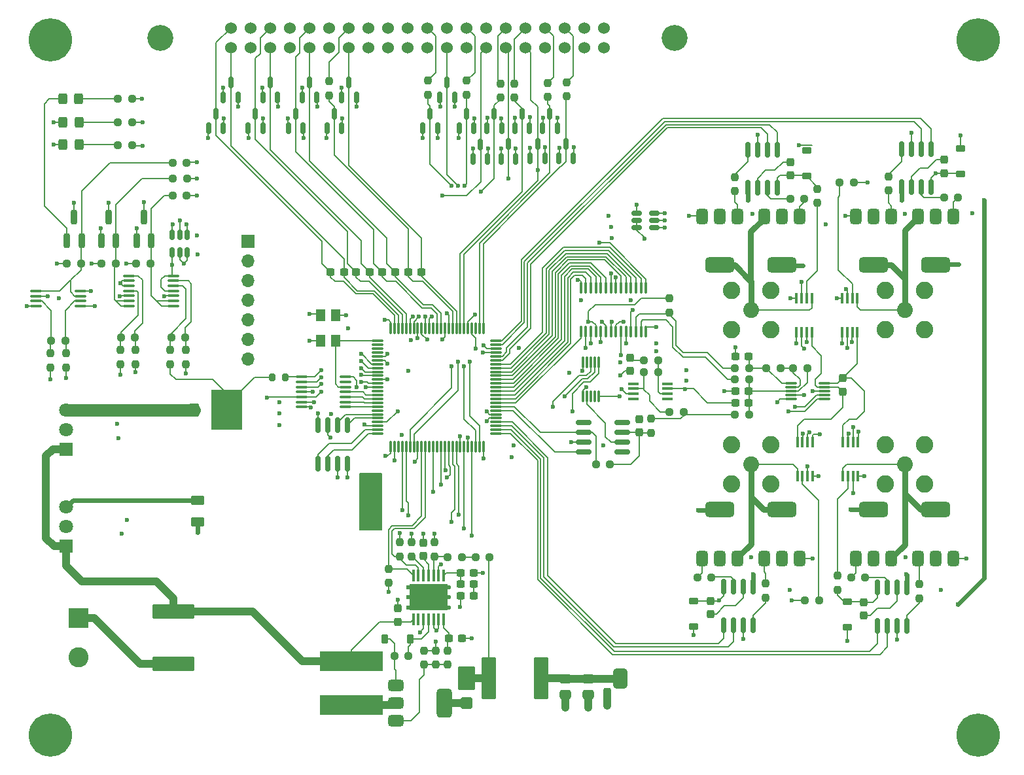
<source format=gbr>
%TF.GenerationSoftware,KiCad,Pcbnew,8.0.1*%
%TF.CreationDate,2024-10-12T16:48:09+02:00*%
%TF.ProjectId,ultrasonic_V3_HW,756c7472-6173-46f6-9e69-635f56335f48,rev?*%
%TF.SameCoordinates,Original*%
%TF.FileFunction,Copper,L1,Top*%
%TF.FilePolarity,Positive*%
%FSLAX46Y46*%
G04 Gerber Fmt 4.6, Leading zero omitted, Abs format (unit mm)*
G04 Created by KiCad (PCBNEW 8.0.1) date 2024-10-12 16:48:09*
%MOMM*%
%LPD*%
G01*
G04 APERTURE LIST*
G04 Aperture macros list*
%AMRoundRect*
0 Rectangle with rounded corners*
0 $1 Rounding radius*
0 $2 $3 $4 $5 $6 $7 $8 $9 X,Y pos of 4 corners*
0 Add a 4 corners polygon primitive as box body*
4,1,4,$2,$3,$4,$5,$6,$7,$8,$9,$2,$3,0*
0 Add four circle primitives for the rounded corners*
1,1,$1+$1,$2,$3*
1,1,$1+$1,$4,$5*
1,1,$1+$1,$6,$7*
1,1,$1+$1,$8,$9*
0 Add four rect primitives between the rounded corners*
20,1,$1+$1,$2,$3,$4,$5,0*
20,1,$1+$1,$4,$5,$6,$7,0*
20,1,$1+$1,$6,$7,$8,$9,0*
20,1,$1+$1,$8,$9,$2,$3,0*%
G04 Aperture macros list end*
%TA.AperFunction,SMDPad,CuDef*%
%ADD10R,1.300000X1.600000*%
%TD*%
%TA.AperFunction,SMDPad,CuDef*%
%ADD11RoundRect,0.150000X-0.512500X-0.150000X0.512500X-0.150000X0.512500X0.150000X-0.512500X0.150000X0*%
%TD*%
%TA.AperFunction,SMDPad,CuDef*%
%ADD12RoundRect,0.150000X0.150000X-0.512500X0.150000X0.512500X-0.150000X0.512500X-0.150000X-0.512500X0*%
%TD*%
%TA.AperFunction,SMDPad,CuDef*%
%ADD13RoundRect,0.237500X-0.237500X0.250000X-0.237500X-0.250000X0.237500X-0.250000X0.237500X0.250000X0*%
%TD*%
%TA.AperFunction,SMDPad,CuDef*%
%ADD14RoundRect,0.237500X0.237500X-0.300000X0.237500X0.300000X-0.237500X0.300000X-0.237500X-0.300000X0*%
%TD*%
%TA.AperFunction,SMDPad,CuDef*%
%ADD15RoundRect,0.237500X-0.250000X-0.237500X0.250000X-0.237500X0.250000X0.237500X-0.250000X0.237500X0*%
%TD*%
%TA.AperFunction,SMDPad,CuDef*%
%ADD16RoundRect,0.237500X0.237500X-0.250000X0.237500X0.250000X-0.237500X0.250000X-0.237500X-0.250000X0*%
%TD*%
%TA.AperFunction,SMDPad,CuDef*%
%ADD17RoundRect,0.237500X-0.237500X0.300000X-0.237500X-0.300000X0.237500X-0.300000X0.237500X0.300000X0*%
%TD*%
%TA.AperFunction,SMDPad,CuDef*%
%ADD18RoundRect,0.150000X0.150000X-0.587500X0.150000X0.587500X-0.150000X0.587500X-0.150000X-0.587500X0*%
%TD*%
%TA.AperFunction,SMDPad,CuDef*%
%ADD19RoundRect,0.250000X-0.325000X-0.450000X0.325000X-0.450000X0.325000X0.450000X-0.325000X0.450000X0*%
%TD*%
%TA.AperFunction,SMDPad,CuDef*%
%ADD20RoundRect,0.375000X-0.625000X-0.375000X0.625000X-0.375000X0.625000X0.375000X-0.625000X0.375000X0*%
%TD*%
%TA.AperFunction,SMDPad,CuDef*%
%ADD21RoundRect,0.500000X-0.500000X-1.400000X0.500000X-1.400000X0.500000X1.400000X-0.500000X1.400000X0*%
%TD*%
%TA.AperFunction,SMDPad,CuDef*%
%ADD22RoundRect,0.150000X-0.150000X0.825000X-0.150000X-0.825000X0.150000X-0.825000X0.150000X0.825000X0*%
%TD*%
%TA.AperFunction,ComponentPad*%
%ADD23C,3.600000*%
%TD*%
%TA.AperFunction,ConnectorPad*%
%ADD24C,5.600000*%
%TD*%
%TA.AperFunction,SMDPad,CuDef*%
%ADD25RoundRect,0.100000X0.637500X0.100000X-0.637500X0.100000X-0.637500X-0.100000X0.637500X-0.100000X0*%
%TD*%
%TA.AperFunction,ComponentPad*%
%ADD26R,1.700000X1.700000*%
%TD*%
%TA.AperFunction,ComponentPad*%
%ADD27O,1.700000X1.700000*%
%TD*%
%TA.AperFunction,SMDPad,CuDef*%
%ADD28RoundRect,0.225000X0.225000X0.375000X-0.225000X0.375000X-0.225000X-0.375000X0.225000X-0.375000X0*%
%TD*%
%TA.AperFunction,SMDPad,CuDef*%
%ADD29RoundRect,0.225000X0.375000X-0.225000X0.375000X0.225000X-0.375000X0.225000X-0.375000X-0.225000X0*%
%TD*%
%TA.AperFunction,SMDPad,CuDef*%
%ADD30RoundRect,0.200000X0.200000X-0.750000X0.200000X0.750000X-0.200000X0.750000X-0.200000X-0.750000X0*%
%TD*%
%TA.AperFunction,SMDPad,CuDef*%
%ADD31RoundRect,0.035000X0.700000X0.105000X-0.700000X0.105000X-0.700000X-0.105000X0.700000X-0.105000X0*%
%TD*%
%TA.AperFunction,SMDPad,CuDef*%
%ADD32RoundRect,0.237500X0.250000X0.237500X-0.250000X0.237500X-0.250000X-0.237500X0.250000X-0.237500X0*%
%TD*%
%TA.AperFunction,SMDPad,CuDef*%
%ADD33RoundRect,0.237500X-0.300000X-0.237500X0.300000X-0.237500X0.300000X0.237500X-0.300000X0.237500X0*%
%TD*%
%TA.AperFunction,SMDPad,CuDef*%
%ADD34RoundRect,0.100000X-0.637500X-0.100000X0.637500X-0.100000X0.637500X0.100000X-0.637500X0.100000X0*%
%TD*%
%TA.AperFunction,SMDPad,CuDef*%
%ADD35RoundRect,0.150000X0.150000X-0.825000X0.150000X0.825000X-0.150000X0.825000X-0.150000X-0.825000X0*%
%TD*%
%TA.AperFunction,SMDPad,CuDef*%
%ADD36RoundRect,0.100000X0.100000X-0.637500X0.100000X0.637500X-0.100000X0.637500X-0.100000X-0.637500X0*%
%TD*%
%TA.AperFunction,SMDPad,CuDef*%
%ADD37R,1.450000X0.450000*%
%TD*%
%TA.AperFunction,SMDPad,CuDef*%
%ADD38RoundRect,0.237500X0.300000X0.237500X-0.300000X0.237500X-0.300000X-0.237500X0.300000X-0.237500X0*%
%TD*%
%TA.AperFunction,SMDPad,CuDef*%
%ADD39RoundRect,0.225000X-0.375000X0.225000X-0.375000X-0.225000X0.375000X-0.225000X0.375000X0.225000X0*%
%TD*%
%TA.AperFunction,SMDPad,CuDef*%
%ADD40RoundRect,0.375000X0.375000X-0.625000X0.375000X0.625000X-0.375000X0.625000X-0.375000X-0.625000X0*%
%TD*%
%TA.AperFunction,SMDPad,CuDef*%
%ADD41RoundRect,0.500000X1.400000X-0.500000X1.400000X0.500000X-1.400000X0.500000X-1.400000X-0.500000X0*%
%TD*%
%TA.AperFunction,SMDPad,CuDef*%
%ADD42RoundRect,0.375000X-0.375000X0.625000X-0.375000X-0.625000X0.375000X-0.625000X0.375000X0.625000X0*%
%TD*%
%TA.AperFunction,SMDPad,CuDef*%
%ADD43RoundRect,0.500000X-1.400000X0.500000X-1.400000X-0.500000X1.400000X-0.500000X1.400000X0.500000X0*%
%TD*%
%TA.AperFunction,SMDPad,CuDef*%
%ADD44RoundRect,0.150000X0.825000X0.150000X-0.825000X0.150000X-0.825000X-0.150000X0.825000X-0.150000X0*%
%TD*%
%TA.AperFunction,SMDPad,CuDef*%
%ADD45RoundRect,0.250000X-0.625000X0.375000X-0.625000X-0.375000X0.625000X-0.375000X0.625000X0.375000X0*%
%TD*%
%TA.AperFunction,SMDPad,CuDef*%
%ADD46R,0.450000X1.450000*%
%TD*%
%TA.AperFunction,ComponentPad*%
%ADD47R,2.600000X2.600000*%
%TD*%
%TA.AperFunction,ComponentPad*%
%ADD48C,2.600000*%
%TD*%
%TA.AperFunction,ComponentPad*%
%ADD49C,2.050000*%
%TD*%
%TA.AperFunction,ComponentPad*%
%ADD50C,2.250000*%
%TD*%
%TA.AperFunction,SMDPad,CuDef*%
%ADD51RoundRect,0.250000X2.475000X-0.712500X2.475000X0.712500X-2.475000X0.712500X-2.475000X-0.712500X0*%
%TD*%
%TA.AperFunction,SMDPad,CuDef*%
%ADD52RoundRect,0.200000X-0.200000X-0.275000X0.200000X-0.275000X0.200000X0.275000X-0.200000X0.275000X0*%
%TD*%
%TA.AperFunction,SMDPad,CuDef*%
%ADD53RoundRect,0.250000X-0.850000X1.300000X-0.850000X-1.300000X0.850000X-1.300000X0.850000X1.300000X0*%
%TD*%
%TA.AperFunction,SMDPad,CuDef*%
%ADD54RoundRect,0.250000X-0.510000X0.500000X-0.510000X-0.500000X0.510000X-0.500000X0.510000X0.500000X0*%
%TD*%
%TA.AperFunction,SMDPad,CuDef*%
%ADD55R,8.200000X2.600000*%
%TD*%
%TA.AperFunction,SMDPad,CuDef*%
%ADD56RoundRect,0.075000X-0.662500X-0.075000X0.662500X-0.075000X0.662500X0.075000X-0.662500X0.075000X0*%
%TD*%
%TA.AperFunction,SMDPad,CuDef*%
%ADD57RoundRect,0.075000X-0.075000X-0.662500X0.075000X-0.662500X0.075000X0.662500X-0.075000X0.662500X0*%
%TD*%
%TA.AperFunction,SMDPad,CuDef*%
%ADD58RoundRect,0.075000X0.075000X-0.650000X0.075000X0.650000X-0.075000X0.650000X-0.075000X-0.650000X0*%
%TD*%
%TA.AperFunction,ComponentPad*%
%ADD59R,1.800000X1.800000*%
%TD*%
%TA.AperFunction,ComponentPad*%
%ADD60C,1.800000*%
%TD*%
%TA.AperFunction,SMDPad,CuDef*%
%ADD61RoundRect,0.250000X-0.375000X-0.625000X0.375000X-0.625000X0.375000X0.625000X-0.375000X0.625000X0*%
%TD*%
%TA.AperFunction,SMDPad,CuDef*%
%ADD62RoundRect,0.250000X-0.712500X-2.475000X0.712500X-2.475000X0.712500X2.475000X-0.712500X2.475000X0*%
%TD*%
%TA.AperFunction,SMDPad,CuDef*%
%ADD63RoundRect,0.250000X0.475000X-0.337500X0.475000X0.337500X-0.475000X0.337500X-0.475000X-0.337500X0*%
%TD*%
%TA.AperFunction,SMDPad,CuDef*%
%ADD64RoundRect,0.100000X0.100000X-0.687500X0.100000X0.687500X-0.100000X0.687500X-0.100000X-0.687500X0*%
%TD*%
%TA.AperFunction,HeatsinkPad*%
%ADD65C,0.600000*%
%TD*%
%TA.AperFunction,HeatsinkPad*%
%ADD66R,5.000000X3.400000*%
%TD*%
%TA.AperFunction,ComponentPad*%
%ADD67C,1.524000*%
%TD*%
%TA.AperFunction,ComponentPad*%
%ADD68C,3.352800*%
%TD*%
%TA.AperFunction,ViaPad*%
%ADD69C,0.600000*%
%TD*%
%TA.AperFunction,Conductor*%
%ADD70C,0.200000*%
%TD*%
%TA.AperFunction,Conductor*%
%ADD71C,1.000000*%
%TD*%
%TA.AperFunction,Conductor*%
%ADD72C,1.600000*%
%TD*%
%TA.AperFunction,Conductor*%
%ADD73C,0.600000*%
%TD*%
%TA.AperFunction,Conductor*%
%ADD74C,0.800000*%
%TD*%
G04 APERTURE END LIST*
D10*
%TO.P,X1,1,Standby*%
%TO.N,/fpga/STANBY_OSC*%
X124400000Y-85150000D03*
%TO.P,X1,2,GND*%
%TO.N,GND*%
X124400000Y-88450000D03*
%TO.P,X1,3,OUT*%
%TO.N,/fpga/CLK*%
X126400000Y-88450000D03*
%TO.P,X1,4,VCC*%
%TO.N,/P3V3*%
X126400000Y-85150000D03*
%TD*%
D11*
%TO.P,U24,1,OUT*%
%TO.N,/P3V_REF*%
X165362500Y-71950000D03*
%TO.P,U24,2,GND*%
%TO.N,GND*%
X165362500Y-72900000D03*
%TO.P,U24,3,GND*%
X165362500Y-73850000D03*
%TO.P,U24,4,~{SHDN}*%
%TO.N,/P3V3*%
X167637500Y-73850000D03*
%TO.P,U24,5,GND*%
%TO.N,GND*%
X167637500Y-72900000D03*
%TO.P,U24,6,VDD*%
%TO.N,/P3V3*%
X167637500Y-71950000D03*
%TD*%
D12*
%TO.P,U23,1,OUT*%
%TO.N,/PowerManagement/P2V5_REF*%
X105250000Y-77037500D03*
%TO.P,U23,2,GND*%
%TO.N,GND*%
X106200000Y-77037500D03*
%TO.P,U23,3,GND*%
X107150000Y-77037500D03*
%TO.P,U23,4,~{SHDN}*%
%TO.N,/P3V3*%
X107150000Y-74762500D03*
%TO.P,U23,5,GND*%
%TO.N,GND*%
X106200000Y-74762500D03*
%TO.P,U23,6,VDD*%
%TO.N,/P3V3*%
X105250000Y-74762500D03*
%TD*%
D13*
%TO.P,R26,1*%
%TO.N,Net-(U6B--)*%
X107000000Y-89675000D03*
%TO.P,R26,2*%
%TO.N,GND*%
X107000000Y-91500000D03*
%TD*%
D14*
%TO.P,C59,1*%
%TO.N,Net-(U15-SS)*%
X137700000Y-116362500D03*
%TO.P,C59,2*%
%TO.N,GND*%
X137700000Y-114637500D03*
%TD*%
D15*
%TO.P,R27,1*%
%TO.N,Net-(U6A-+)*%
X105087500Y-88087500D03*
%TO.P,R27,2*%
%TO.N,Net-(U6B--)*%
X106912500Y-88087500D03*
%TD*%
D16*
%TO.P,R82,1*%
%TO.N,/LVDS_MOSI_P*%
X125500000Y-56712500D03*
%TO.P,R82,2*%
%TO.N,Net-(J1A-Pin_34)*%
X125500000Y-54887500D03*
%TD*%
D17*
%TO.P,C6,1*%
%TO.N,Net-(U9-HB)*%
X205100000Y-65037500D03*
%TO.P,C6,2*%
%TO.N,Net-(D1-K)*%
X205100000Y-66762500D03*
%TD*%
D18*
%TO.P,D20,1,A*%
%TO.N,GND*%
X149550000Y-60937500D03*
%TO.P,D20,2,K*%
%TO.N,/P3V3*%
X151450000Y-60937500D03*
%TO.P,D20,3,COM*%
%TO.N,/CNTRL_GPIO3*%
X150500000Y-59062500D03*
%TD*%
D19*
%TO.P,D27,1,K*%
%TO.N,Net-(D27-K)*%
X91075000Y-57180000D03*
%TO.P,D27,2,A*%
%TO.N,Net-(D27-A)*%
X93125000Y-57180000D03*
%TD*%
D16*
%TO.P,R42,1*%
%TO.N,/P12V*%
X98500000Y-91500000D03*
%TO.P,R42,2*%
%TO.N,Net-(U6C-+)*%
X98500000Y-89675000D03*
%TD*%
D20*
%TO.P,Q11,1,G*%
%TO.N,Net-(D3-A)*%
X134150000Y-133100000D03*
%TO.P,Q11,2,D*%
%TO.N,Net-(D4-A)*%
X134150000Y-135400000D03*
D21*
X140450000Y-135400000D03*
D20*
%TO.P,Q11,3,S*%
%TO.N,Net-(Q11-S)*%
X134150000Y-137700000D03*
%TD*%
D22*
%TO.P,U11,1,VDD*%
%TO.N,/P12V*%
X180405000Y-120325000D03*
%TO.P,U11,2,HB*%
%TO.N,Net-(U11-HB)*%
X179135000Y-120325000D03*
%TO.P,U11,3,HO*%
%TO.N,Net-(U11-HO)*%
X177865000Y-120325000D03*
%TO.P,U11,4,HS*%
%TO.N,Net-(D6-K)*%
X176595000Y-120325000D03*
%TO.P,U11,5,HI*%
%TO.N,/fpga/BRIDGE_D_HI*%
X176595000Y-125275000D03*
%TO.P,U11,6,LI*%
%TO.N,/fpga/BRIDGE_D_LO*%
X177865000Y-125275000D03*
%TO.P,U11,7,VSS*%
%TO.N,GND*%
X179135000Y-125275000D03*
%TO.P,U11,8,LO*%
%TO.N,Net-(U11-LO)*%
X180405000Y-125275000D03*
%TD*%
D23*
%TO.P,H3,1,1*%
%TO.N,GND*%
X209500000Y-139500000D03*
D24*
X209500000Y-139500000D03*
%TD*%
D25*
%TO.P,U6,1*%
%TO.N,/P_GOOD_P3V3*%
X105362500Y-83950000D03*
%TO.P,U6,2*%
X105362500Y-83300000D03*
%TO.P,U6,3,V+*%
%TO.N,/P3V3*%
X105362500Y-82650000D03*
%TO.P,U6,4,-*%
%TO.N,/PowerManagement/P2V5_REF*%
X105362500Y-82000000D03*
%TO.P,U6,5,+*%
%TO.N,Net-(U6A-+)*%
X105362500Y-81350000D03*
%TO.P,U6,6,-*%
%TO.N,Net-(U6B--)*%
X105362500Y-80700000D03*
%TO.P,U6,7,+*%
%TO.N,/PowerManagement/P2V5_REF*%
X105362500Y-80050000D03*
%TO.P,U6,8,-*%
%TO.N,Net-(U6D--)*%
X99637500Y-80050000D03*
%TO.P,U6,9,+*%
%TO.N,/PowerManagement/P2V5_REF*%
X99637500Y-80700000D03*
%TO.P,U6,10,-*%
X99637500Y-81350000D03*
%TO.P,U6,11,+*%
%TO.N,Net-(U6C-+)*%
X99637500Y-82000000D03*
%TO.P,U6,12,V-*%
%TO.N,GND*%
X99637500Y-82650000D03*
%TO.P,U6,13*%
%TO.N,/P_GOOD_P12V*%
X99637500Y-83300000D03*
%TO.P,U6,14*%
X99637500Y-83950000D03*
%TD*%
D26*
%TO.P,J4,1,Pin_1*%
%TO.N,/JTAG_TMS*%
X115000000Y-75600000D03*
D27*
%TO.P,J4,2,Pin_2*%
%TO.N,/JTAG_TCK*%
X115000000Y-78140000D03*
%TO.P,J4,3,Pin_3*%
%TO.N,/JTAG_TDI*%
X115000000Y-80680000D03*
%TO.P,J4,4,Pin_4*%
%TO.N,/JTAG_TDO*%
X115000000Y-83220000D03*
%TO.P,J4,5,Pin_5*%
%TO.N,unconnected-(J4-Pin_5-Pad5)*%
X115000000Y-85760000D03*
%TO.P,J4,6,Pin_6*%
%TO.N,/P3V3*%
X115000000Y-88300000D03*
%TO.P,J4,7,Pin_7*%
%TO.N,GND*%
X115000000Y-90840000D03*
%TD*%
D17*
%TO.P,C12,1*%
%TO.N,/AnalogFrontend/SIGNAL_UNAMPLIFIED_P*%
X191975000Y-93337500D03*
%TO.P,C12,2*%
%TO.N,/AnalogFrontend/SIGNAL_UNAMPLIFIED_N*%
X191975000Y-95062500D03*
%TD*%
D18*
%TO.P,D10,1,A*%
%TO.N,GND*%
X122050000Y-56937500D03*
%TO.P,D10,2,K*%
%TO.N,/P3V3*%
X123950000Y-56937500D03*
%TO.P,D10,3,COM*%
%TO.N,/LVDS_MISO_N*%
X123000000Y-55062500D03*
%TD*%
D15*
%TO.P,R69,1*%
%TO.N,Net-(U18A-+)*%
X89587500Y-88500000D03*
%TO.P,R69,2*%
%TO.N,Net-(U18B--)*%
X91412500Y-88500000D03*
%TD*%
D28*
%TO.P,D3,1,K*%
%TO.N,Net-(D3-K)*%
X136037500Y-127100000D03*
%TO.P,D3,2,A*%
%TO.N,Net-(D3-A)*%
X132737500Y-127100000D03*
%TD*%
D29*
%TO.P,D1,1,K*%
%TO.N,Net-(D1-K)*%
X207200000Y-66850000D03*
%TO.P,D1,2,A*%
%TO.N,GND*%
X207200000Y-63550000D03*
%TD*%
D30*
%TO.P,Q6,1,D*%
%TO.N,Net-(D26-K)*%
X96050000Y-75500000D03*
%TO.P,Q6,2,G*%
%TO.N,/P_GOOD_P12V*%
X97950000Y-75500000D03*
%TO.P,Q6,3,S*%
%TO.N,GND*%
X97000000Y-72500000D03*
%TD*%
D16*
%TO.P,R28,1*%
%TO.N,/P3V3*%
X105000000Y-91500000D03*
%TO.P,R28,2*%
%TO.N,Net-(U6A-+)*%
X105000000Y-89675000D03*
%TD*%
D31*
%TO.P,U3,1,SCLK*%
%TO.N,/SPI_LOCAL_SCK*%
X189625000Y-96000000D03*
%TO.P,U3,2,DIN*%
%TO.N,/SPI_LOCAL_MOSI*%
X189625000Y-95500000D03*
%TO.P,U3,3,GND*%
%TO.N,GND*%
X189625000Y-95000000D03*
%TO.P,U3,4,INA-*%
%TO.N,/AnalogFrontend/SIGNAL_UNAMPLIFIED_N*%
X189625000Y-94500000D03*
%TO.P,U3,5,INA+*%
%TO.N,/AnalogFrontend/SIGNAL_UNAMPLIFIED_P*%
X189625000Y-94000000D03*
%TO.P,U3,6,OUTB*%
%TO.N,/AnalogFrontend/AMPLIFIED_SIGNAL_N*%
X185325000Y-94000000D03*
%TO.P,U3,7,INB*%
%TO.N,Net-(U3A-INB)*%
X185325000Y-94500000D03*
%TO.P,U3,8,OUTA*%
%TO.N,/AnalogFrontend/AMPLIFIED_SIGNAL_P*%
X185325000Y-95000000D03*
%TO.P,U3,9,VCC*%
%TO.N,/P3V3*%
X185325000Y-95500000D03*
%TO.P,U3,10,CS*%
%TO.N,/AMP_CS*%
X185325000Y-96000000D03*
%TD*%
D32*
%TO.P,R14,1*%
%TO.N,/AnalogFrontend/AMPLIFIED_SIGNAL_N*%
X179887500Y-92000000D03*
%TO.P,R14,2*%
%TO.N,Net-(U7-VIN-)*%
X178062500Y-92000000D03*
%TD*%
D18*
%TO.P,D25,1,A*%
%TO.N,GND*%
X155250000Y-64837500D03*
%TO.P,D25,2,K*%
%TO.N,/P3V3*%
X157150000Y-64837500D03*
%TO.P,D25,3,COM*%
%TO.N,/CNTRL_GPIO0*%
X156200000Y-62962500D03*
%TD*%
D33*
%TO.P,R63,1*%
%TO.N,/LVDS_CS_P*%
X129037500Y-79600000D03*
%TO.P,R63,2*%
%TO.N,/LVDS_CS_N*%
X130762500Y-79600000D03*
%TD*%
D16*
%TO.P,R37,1*%
%TO.N,Net-(U10-LO)*%
X201900000Y-121812500D03*
%TO.P,R37,2*%
%TO.N,/H-bridges/LC_GATE*%
X201900000Y-119987500D03*
%TD*%
D34*
%TO.P,U18,1*%
%TO.N,/P_GOOD_PHV*%
X87637500Y-82025000D03*
%TO.P,U18,2,-*%
%TO.N,/PowerManagement/P2V5_REF*%
X87637500Y-82675000D03*
%TO.P,U18,3,+*%
%TO.N,Net-(U18A-+)*%
X87637500Y-83325000D03*
%TO.P,U18,4,V-*%
%TO.N,GND*%
X87637500Y-83975000D03*
%TO.P,U18,5,+*%
%TO.N,/PowerManagement/P2V5_REF*%
X93362500Y-83975000D03*
%TO.P,U18,6,-*%
%TO.N,Net-(U18B--)*%
X93362500Y-83325000D03*
%TO.P,U18,7*%
%TO.N,/P_GOOD_PHV*%
X93362500Y-82675000D03*
%TO.P,U18,8,V+*%
%TO.N,/P3V3*%
X93362500Y-82025000D03*
%TD*%
D16*
%TO.P,R12,1*%
%TO.N,/CNTRL_CS*%
X143300000Y-56625000D03*
%TO.P,R12,2*%
%TO.N,Net-(J1A-Pin_28)*%
X143300000Y-54800000D03*
%TD*%
D30*
%TO.P,Q15,1,D*%
%TO.N,Net-(D27-K)*%
X91600000Y-75500000D03*
%TO.P,Q15,2,G*%
%TO.N,/P_GOOD_PHV*%
X93500000Y-75500000D03*
%TO.P,Q15,3,S*%
%TO.N,GND*%
X92550000Y-72500000D03*
%TD*%
D23*
%TO.P,H2,1,1*%
%TO.N,GND*%
X89500000Y-139500000D03*
D24*
X89500000Y-139500000D03*
%TD*%
D35*
%TO.P,U16,1,CS*%
%TO.N,/fpga/SRAM_CS*%
X124070000Y-104375000D03*
%TO.P,U16,2,SO/SIO1*%
%TO.N,/fpga/SPI_FAST_MISO*%
X125340000Y-104375000D03*
%TO.P,U16,3,SIO2*%
%TO.N,Net-(U16-SIO2)*%
X126610000Y-104375000D03*
%TO.P,U16,4,VSS*%
%TO.N,GND*%
X127880000Y-104375000D03*
%TO.P,U16,5,SI/SIO0*%
%TO.N,/fpga/SPI_FAST_MOSI*%
X127880000Y-99425000D03*
%TO.P,U16,6,SCK*%
%TO.N,/fpga/SPI_FASTL_SCK*%
X126610000Y-99425000D03*
%TO.P,U16,7,HOLD/SIO3*%
%TO.N,/fpga/SRAM_HOLD*%
X125340000Y-99425000D03*
%TO.P,U16,8,VCC*%
%TO.N,/P3V3*%
X124070000Y-99425000D03*
%TD*%
D15*
%TO.P,R3,1*%
%TO.N,/P_GOOD_P3V3*%
X105287500Y-69700000D03*
%TO.P,R3,2*%
%TO.N,/CNTRL_GPIO5*%
X107112500Y-69700000D03*
%TD*%
D18*
%TO.P,D19,1,A*%
%TO.N,GND*%
X144150000Y-64937500D03*
%TO.P,D19,2,K*%
%TO.N,/P3V3*%
X146050000Y-64937500D03*
%TO.P,D19,3,COM*%
%TO.N,/CNTRL_GPIO5*%
X145100000Y-63062500D03*
%TD*%
D36*
%TO.P,U7,1,CLK*%
%TO.N,/ADC_CLK*%
X158100000Y-87300000D03*
%TO.P,U7,2,VDDA*%
%TO.N,/P3V3*%
X158750000Y-87300000D03*
%TO.P,U7,3,VSSA*%
%TO.N,GND*%
X159400000Y-87300000D03*
%TO.P,U7,4,VCOM*%
%TO.N,Net-(U7-VCOM)*%
X160050000Y-87300000D03*
%TO.P,U7,5,IRS*%
%TO.N,Net-(U7-IRS)*%
X160700000Y-87300000D03*
%TO.P,U7,6,VREF*%
%TO.N,Net-(U7-VREF)*%
X161350000Y-87300000D03*
%TO.P,U7,7,VREFT*%
%TO.N,Net-(U7-VREFT)*%
X162000000Y-87300000D03*
%TO.P,U7,8,VREFB*%
%TO.N,Net-(U7-VREFB)*%
X162650000Y-87300000D03*
%TO.P,U7,9,VDDA*%
%TO.N,/P3V3*%
X163300000Y-87300000D03*
%TO.P,U7,10,VDDA*%
X163950000Y-87300000D03*
%TO.P,U7,11,VSSA*%
%TO.N,GND*%
X164600000Y-87300000D03*
%TO.P,U7,12,VIN-*%
%TO.N,Net-(U7-VIN-)*%
X165250000Y-87300000D03*
%TO.P,U7,13,VIN+*%
%TO.N,Net-(U7-VIN+)*%
X165900000Y-87300000D03*
%TO.P,U7,14,VSSA*%
%TO.N,GND*%
X166550000Y-87300000D03*
%TO.P,U7,15,DF*%
%TO.N,/ADC_DF*%
X166550000Y-81575000D03*
%TO.P,U7,16,D9*%
%TO.N,/ADC_D9*%
X165900000Y-81575000D03*
%TO.P,U7,17,D8*%
%TO.N,/ADC_D8*%
X165250000Y-81575000D03*
%TO.P,U7,18,D7*%
%TO.N,/ADC_D7*%
X164600000Y-81575000D03*
%TO.P,U7,19,D6*%
%TO.N,/ADC_D6*%
X163950000Y-81575000D03*
%TO.P,U7,20,D5*%
%TO.N,/ADC_D5*%
X163300000Y-81575000D03*
%TO.P,U7,21,VSSIO*%
%TO.N,GND*%
X162650000Y-81575000D03*
%TO.P,U7,22,VDDIO*%
%TO.N,/P3V3*%
X162000000Y-81575000D03*
%TO.P,U7,23,D4*%
%TO.N,/ADC_D4*%
X161350000Y-81575000D03*
%TO.P,U7,24,D3*%
%TO.N,/ADC_D3*%
X160700000Y-81575000D03*
%TO.P,U7,25,D2*%
%TO.N,/ADC_D2*%
X160050000Y-81575000D03*
%TO.P,U7,26,D1*%
%TO.N,/ADC_D1*%
X159400000Y-81575000D03*
%TO.P,U7,27,D0*%
%TO.N,/ADC_D0*%
X158750000Y-81575000D03*
%TO.P,U7,28,STBY*%
%TO.N,/ADC_STBY*%
X158100000Y-81575000D03*
%TD*%
D32*
%TO.P,R56,1*%
%TO.N,Net-(R55-Pad2)*%
X142712500Y-116500000D03*
%TO.P,R56,2*%
%TO.N,/PowerManagement/step-up/FB*%
X140887500Y-116500000D03*
%TD*%
D37*
%TO.P,U17,1,NC*%
%TO.N,unconnected-(U17B-NC-Pad1)*%
X169312500Y-95975000D03*
%TO.P,U17,2,-*%
%TO.N,Net-(U17A--)*%
X169312500Y-95325000D03*
%TO.P,U17,3,+*%
%TO.N,Net-(U17A-+)*%
X169312500Y-94675000D03*
%TO.P,U17,4,GND*%
%TO.N,GND*%
X169312500Y-94025000D03*
%TO.P,U17,5,NC*%
%TO.N,unconnected-(U17B-NC-Pad5)*%
X164912500Y-94025000D03*
%TO.P,U17,6*%
%TO.N,Net-(R16-Pad1)*%
X164912500Y-94675000D03*
%TO.P,U17,7,VCC*%
%TO.N,/P3V3*%
X164912500Y-95325000D03*
%TO.P,U17,8,NC*%
%TO.N,unconnected-(U17B-NC-Pad8)*%
X164912500Y-95975000D03*
%TD*%
D38*
%TO.P,C56,1*%
%TO.N,GND*%
X144250000Y-118500000D03*
%TO.P,C56,2*%
%TO.N,Net-(U15-COMP)*%
X142525000Y-118500000D03*
%TD*%
D30*
%TO.P,Q5,1,D*%
%TO.N,Net-(D24-K)*%
X100600000Y-75500000D03*
%TO.P,Q5,2,G*%
%TO.N,/P_GOOD_P3V3*%
X102500000Y-75500000D03*
%TO.P,Q5,3,S*%
%TO.N,GND*%
X101550000Y-72500000D03*
%TD*%
D16*
%TO.P,R54,1*%
%TO.N,Net-(Q11-S)*%
X137800000Y-130412500D03*
%TO.P,R54,2*%
%TO.N,GND*%
X137800000Y-128587500D03*
%TD*%
D15*
%TO.P,R34,1*%
%TO.N,Net-(U9-HO)*%
X205087500Y-69900000D03*
%TO.P,R34,2*%
%TO.N,/H-bridges/HA_GATE*%
X206912500Y-69900000D03*
%TD*%
D25*
%TO.P,U2,1,ENABLE*%
%TO.N,/fpga/TDC_EN*%
X127662500Y-97050000D03*
%TO.P,U2,2,TRIGG*%
%TO.N,/fpga/TDC_TRIGG*%
X127662500Y-96400000D03*
%TO.P,U2,3,START*%
%TO.N,/fpga/TDC_START*%
X127662500Y-95750000D03*
%TO.P,U2,4,STOP*%
%TO.N,/fpga/TDC_STOP*%
X127662500Y-95100000D03*
%TO.P,U2,5,CLOCK*%
%TO.N,/fpga/CLK*%
X127662500Y-94450000D03*
%TO.P,U2,6,NC*%
%TO.N,unconnected-(U2-NC-Pad6)*%
X127662500Y-93800000D03*
%TO.P,U2,7,GND*%
%TO.N,GND*%
X127662500Y-93150000D03*
%TO.P,U2,8,INTB*%
%TO.N,/fpga/TDC_INTB*%
X121937500Y-93150000D03*
%TO.P,U2,9,DOUT*%
%TO.N,/SPI_LOCAL_MISO*%
X121937500Y-93800000D03*
%TO.P,U2,10,DIN*%
%TO.N,/SPI_LOCAL_MOSI*%
X121937500Y-94450000D03*
%TO.P,U2,11,CSB*%
%TO.N,/fpga/TDC_CS*%
X121937500Y-95100000D03*
%TO.P,U2,12,SCLK*%
%TO.N,/SPI_LOCAL_SCK*%
X121937500Y-95750000D03*
%TO.P,U2,13,VREG*%
%TO.N,Net-(U2-VREG)*%
X121937500Y-96400000D03*
%TO.P,U2,14,VDD*%
%TO.N,/P3V3*%
X121937500Y-97050000D03*
%TD*%
D32*
%TO.P,R51,1*%
%TO.N,Net-(D3-K)*%
X135812500Y-129300000D03*
%TO.P,R51,2*%
%TO.N,Net-(D3-A)*%
X133987500Y-129300000D03*
%TD*%
%TO.P,R23,1*%
%TO.N,/AnalogFrontend/AMPLIFIED_SIGNAL_P*%
X179887500Y-93500000D03*
%TO.P,R23,2*%
%TO.N,Net-(U7-VIN+)*%
X178062500Y-93500000D03*
%TD*%
%TO.P,R72,1*%
%TO.N,/AnalogFrontend/AMPLIFIED_SIGNAL*%
X171412500Y-97700000D03*
%TO.P,R72,2*%
%TO.N,Net-(R16-Pad1)*%
X169587500Y-97700000D03*
%TD*%
D18*
%TO.P,D8,1,A*%
%TO.N,GND*%
X109950000Y-60937500D03*
%TO.P,D8,2,K*%
%TO.N,/P3V3*%
X111850000Y-60937500D03*
%TO.P,D8,3,COM*%
%TO.N,/LVDS_SCLK_P*%
X110900000Y-59062500D03*
%TD*%
D13*
%TO.P,R32,1*%
%TO.N,Net-(D2-K)*%
X188700000Y-68787500D03*
%TO.P,R32,2*%
%TO.N,/H-bridges/BRIDGE_B_MIDDLE*%
X188700000Y-70612500D03*
%TD*%
D33*
%TO.P,R62,1*%
%TO.N,/LVDS_SCLK_P*%
X125737500Y-79600000D03*
%TO.P,R62,2*%
%TO.N,/LVDS_SCLK_N*%
X127462500Y-79600000D03*
%TD*%
D19*
%TO.P,D24,1,K*%
%TO.N,Net-(D24-K)*%
X91100000Y-63100000D03*
%TO.P,D24,2,A*%
%TO.N,Net-(D24-A)*%
X93150000Y-63100000D03*
%TD*%
D13*
%TO.P,R44,1*%
%TO.N,Net-(U6D--)*%
X100500000Y-89675000D03*
%TO.P,R44,2*%
%TO.N,GND*%
X100500000Y-91500000D03*
%TD*%
D39*
%TO.P,D6,1,K*%
%TO.N,Net-(D6-K)*%
X172700000Y-122150000D03*
%TO.P,D6,2,A*%
%TO.N,GND*%
X172700000Y-125450000D03*
%TD*%
D33*
%TO.P,C8,1*%
%TO.N,GND*%
X178112500Y-90500000D03*
%TO.P,C8,2*%
%TO.N,/AnalogFrontend/AMPLIFIED_SIGNAL_N*%
X179837500Y-90500000D03*
%TD*%
D17*
%TO.P,C1,1*%
%TO.N,GND*%
X165700000Y-98637500D03*
%TO.P,C1,2*%
%TO.N,Net-(U4-+)*%
X165700000Y-100362500D03*
%TD*%
D40*
%TO.P,Q8,1,G*%
%TO.N,/H-bridges/HD_GATE*%
X173800000Y-116650000D03*
%TO.P,Q8,2,D*%
%TO.N,Net-(Q8-D)*%
X176100000Y-116649999D03*
D41*
X176100000Y-110350001D03*
D40*
%TO.P,Q8,3,S*%
%TO.N,Net-(J7-In)*%
X178400000Y-116650000D03*
%TD*%
D42*
%TO.P,Q2,1,G*%
%TO.N,/H-bridges/HB_GATE*%
X186400000Y-72350000D03*
%TO.P,Q2,2,D*%
%TO.N,Net-(Q2-D)*%
X184100000Y-72350000D03*
D43*
X184100000Y-78650000D03*
D42*
%TO.P,Q2,3,S*%
%TO.N,Net-(J6-In)*%
X181800000Y-72350000D03*
%TD*%
D33*
%TO.P,C24,1*%
%TO.N,GND*%
X178112500Y-95000000D03*
%TO.P,C24,2*%
%TO.N,/AnalogFrontend/AMPLIFIED_SIGNAL_P*%
X179837500Y-95000000D03*
%TD*%
D18*
%TO.P,D16,1,A*%
%TO.N,GND*%
X142350000Y-60937500D03*
%TO.P,D16,2,K*%
%TO.N,/P3V3*%
X144250000Y-60937500D03*
%TO.P,D16,3,COM*%
%TO.N,/CNTRL_CS*%
X143300000Y-59062500D03*
%TD*%
D32*
%TO.P,R38,1*%
%TO.N,Net-(U10-HO)*%
X194912500Y-119100000D03*
%TO.P,R38,2*%
%TO.N,/H-bridges/HC_GATE*%
X193087500Y-119100000D03*
%TD*%
D44*
%TO.P,U4,1,NC*%
%TO.N,unconnected-(U4-NC-Pad1)*%
X163450000Y-102905000D03*
%TO.P,U4,2,-*%
%TO.N,/AnalogFrontend/DAC_COMPARATOR_REF*%
X163450000Y-101635000D03*
%TO.P,U4,3,+*%
%TO.N,Net-(U4-+)*%
X163450000Y-100365000D03*
%TO.P,U4,4,V-*%
%TO.N,GND*%
X163450000Y-99095000D03*
%TO.P,U4,5,NC*%
%TO.N,unconnected-(U4-NC-Pad5)*%
X158500000Y-99095000D03*
%TO.P,U4,6*%
%TO.N,/STOP_SIGNAL*%
X158500000Y-100365000D03*
%TO.P,U4,7,V+*%
%TO.N,/P3V3*%
X158500000Y-101635000D03*
%TO.P,U4,8,SHDN*%
%TO.N,/COMP_SHT*%
X158500000Y-102905000D03*
%TD*%
D18*
%TO.P,D15,1,A*%
%TO.N,GND*%
X125250000Y-60937500D03*
%TO.P,D15,2,K*%
%TO.N,/P3V3*%
X127150000Y-60937500D03*
%TO.P,D15,3,COM*%
%TO.N,/LVDS_MOSI_P*%
X126200000Y-59062500D03*
%TD*%
D15*
%TO.P,R45,1*%
%TO.N,/P3V3*%
X96087500Y-78500000D03*
%TO.P,R45,2*%
%TO.N,/P_GOOD_P12V*%
X97912500Y-78500000D03*
%TD*%
D14*
%TO.P,C17,1*%
%TO.N,Net-(U11-HB)*%
X174900000Y-123862500D03*
%TO.P,C17,2*%
%TO.N,Net-(D6-K)*%
X174900000Y-122137500D03*
%TD*%
D18*
%TO.P,D14,1,A*%
%TO.N,GND*%
X137650000Y-60937500D03*
%TO.P,D14,2,K*%
%TO.N,/P3V3*%
X139550000Y-60937500D03*
%TO.P,D14,3,COM*%
%TO.N,/CNTRL_SCLK*%
X138600000Y-59062500D03*
%TD*%
D33*
%TO.P,R64,1*%
%TO.N,/LVDS_MISO_P*%
X132375000Y-79600000D03*
%TO.P,R64,2*%
%TO.N,/LVDS_MISO_N*%
X134100000Y-79600000D03*
%TD*%
D19*
%TO.P,D26,1,K*%
%TO.N,Net-(D26-K)*%
X91100000Y-60180000D03*
%TO.P,D26,2,A*%
%TO.N,Net-(D26-A)*%
X93150000Y-60180000D03*
%TD*%
D45*
%TO.P,F4,1*%
%TO.N,Net-(U13-OUT)*%
X108500000Y-109100000D03*
%TO.P,F4,2*%
%TO.N,/P12V*%
X108500000Y-111900000D03*
%TD*%
D46*
%TO.P,U21,1,D*%
%TO.N,Net-(J7-In)*%
X186125000Y-106000000D03*
%TO.P,U21,2,S1*%
%TO.N,/H-bridges/BRIDGE_D_MIDDLE*%
X186775000Y-106000000D03*
%TO.P,U21,3,GND*%
%TO.N,GND*%
X187425000Y-106000000D03*
%TO.P,U21,4,VDD*%
%TO.N,/PHV*%
X188075000Y-106000000D03*
%TO.P,U21,5,EN*%
%TO.N,/H-bridges/BRIDGE_CD_MUX_EN*%
X188075000Y-101600000D03*
%TO.P,U21,6,SEL*%
%TO.N,/fpga/BRIDGE_D_SEL*%
X187425000Y-101600000D03*
%TO.P,U21,7,VSS*%
%TO.N,GND*%
X186775000Y-101600000D03*
%TO.P,U21,8,S2*%
%TO.N,/AnalogFrontend/SIGNAL_UNAMPLIFIED_N*%
X186125000Y-101600000D03*
%TD*%
D18*
%TO.P,D9,1,A*%
%TO.N,GND*%
X116950000Y-56937500D03*
%TO.P,D9,2,K*%
%TO.N,/P3V3*%
X118850000Y-56937500D03*
%TO.P,D9,3,COM*%
%TO.N,/LVDS_CS_N*%
X117900000Y-55062500D03*
%TD*%
D16*
%TO.P,R50,1*%
%TO.N,Net-(U15-RT)*%
X136200000Y-116412500D03*
%TO.P,R50,2*%
%TO.N,GND*%
X136200000Y-114587500D03*
%TD*%
%TO.P,R57,1*%
%TO.N,/PowerManagement/step-up/FB*%
X139200000Y-116412500D03*
%TO.P,R57,2*%
%TO.N,GND*%
X139200000Y-114587500D03*
%TD*%
D47*
%TO.P,J5,1,Pin_1*%
%TO.N,/PowerManagement/P15V-20V_5S_UNREGULATED*%
X93095000Y-124355000D03*
D48*
%TO.P,J5,2,Pin_2*%
%TO.N,GND*%
X93095000Y-129435000D03*
%TD*%
D16*
%TO.P,R7,1*%
%TO.N,Net-(U4-+)*%
X167200000Y-100412500D03*
%TO.P,R7,2*%
%TO.N,/AnalogFrontend/AMPLIFIED_SIGNAL*%
X167200000Y-98587500D03*
%TD*%
D15*
%TO.P,R18,1*%
%TO.N,/AnalogFrontend/AMPLIFIED_SIGNAL*%
X178062500Y-98000000D03*
%TO.P,R18,2*%
%TO.N,/AnalogFrontend/AMPLIFIED_SIGNAL_P*%
X179887500Y-98000000D03*
%TD*%
D18*
%TO.P,D7,1,A*%
%TO.N,GND*%
X111850000Y-56937500D03*
%TO.P,D7,2,K*%
%TO.N,/P3V3*%
X113750000Y-56937500D03*
%TO.P,D7,3,COM*%
%TO.N,/LVDS_SCLK_N*%
X112800000Y-55062500D03*
%TD*%
D32*
%TO.P,R5,1*%
%TO.N,/AnalogFrontend/AMPLIFIED_SIGNAL_P*%
X187412500Y-92000000D03*
%TO.P,R5,2*%
%TO.N,Net-(U3A-INB)*%
X185587500Y-92000000D03*
%TD*%
D49*
%TO.P,J7,1,In*%
%TO.N,Net-(J7-In)*%
X180100000Y-104500000D03*
D50*
%TO.P,J7,2,Ext*%
%TO.N,GND*%
X177560000Y-107040000D03*
X182640000Y-107040000D03*
X177560000Y-101960000D03*
X182640000Y-101960000D03*
%TD*%
D17*
%TO.P,C11,1*%
%TO.N,Net-(C11-Pad1)*%
X164475000Y-90637500D03*
%TO.P,C11,2*%
%TO.N,GND*%
X164475000Y-92362500D03*
%TD*%
D18*
%TO.P,D13,1,A*%
%TO.N,GND*%
X120250000Y-60937500D03*
%TO.P,D13,2,K*%
%TO.N,/P3V3*%
X122150000Y-60937500D03*
%TO.P,D13,3,COM*%
%TO.N,/LVDS_MISO_P*%
X121200000Y-59062500D03*
%TD*%
D46*
%TO.P,U19,1,D*%
%TO.N,Net-(J2-In)*%
X193875000Y-83000000D03*
%TO.P,U19,2,S1*%
%TO.N,/H-bridges/BRIDGE_A_MIDDLE*%
X193225000Y-83000000D03*
%TO.P,U19,3,GND*%
%TO.N,GND*%
X192575000Y-83000000D03*
%TO.P,U19,4,VDD*%
%TO.N,/PHV*%
X191925000Y-83000000D03*
%TO.P,U19,5,EN*%
%TO.N,/H-bridges/BRIDGE_AB_MUX_EN*%
X191925000Y-87400000D03*
%TO.P,U19,6,SEL*%
%TO.N,/fpga/BRIDGE_A_SEL*%
X192575000Y-87400000D03*
%TO.P,U19,7,VSS*%
%TO.N,GND*%
X193225000Y-87400000D03*
%TO.P,U19,8,S2*%
%TO.N,/AnalogFrontend/SIGNAL_UNAMPLIFIED_P*%
X193875000Y-87400000D03*
%TD*%
D23*
%TO.P,H1,1,1*%
%TO.N,GND*%
X89500000Y-49500000D03*
D24*
X89500000Y-49500000D03*
%TD*%
D51*
%TO.P,F2,1*%
%TO.N,/PowerManagement/P15V-20V_5S_UNREGULATED*%
X105400000Y-130287500D03*
%TO.P,F2,2*%
%TO.N,/PowerManagement/P15V-20V_5S_FUSED*%
X105400000Y-123512500D03*
%TD*%
D13*
%TO.P,R70,1*%
%TO.N,Net-(U18B--)*%
X91500000Y-90087500D03*
%TO.P,R70,2*%
%TO.N,GND*%
X91500000Y-91912500D03*
%TD*%
D40*
%TO.P,Q10,1,G*%
%TO.N,/H-bridges/LD_GATE*%
X181800000Y-116650000D03*
%TO.P,Q10,2,D*%
%TO.N,Net-(J7-In)*%
X184100000Y-116649999D03*
D41*
X184100000Y-110350001D03*
D40*
%TO.P,Q10,3,S*%
%TO.N,GND*%
X186400000Y-116650000D03*
%TD*%
D46*
%TO.P,U20,1,D*%
%TO.N,Net-(J3-In)*%
X192025000Y-106000000D03*
%TO.P,U20,2,S1*%
%TO.N,/H-bridges/BRIDGE_C_MIDDLE*%
X192675000Y-106000000D03*
%TO.P,U20,3,GND*%
%TO.N,GND*%
X193325000Y-106000000D03*
%TO.P,U20,4,VDD*%
%TO.N,/PHV*%
X193975000Y-106000000D03*
%TO.P,U20,5,EN*%
%TO.N,/H-bridges/BRIDGE_CD_MUX_EN*%
X193975000Y-101600000D03*
%TO.P,U20,6,SEL*%
%TO.N,/fpga/BRIDGE_C_SEL*%
X193325000Y-101600000D03*
%TO.P,U20,7,VSS*%
%TO.N,GND*%
X192675000Y-101600000D03*
%TO.P,U20,8,S2*%
%TO.N,/AnalogFrontend/SIGNAL_UNAMPLIFIED_P*%
X192025000Y-101600000D03*
%TD*%
D35*
%TO.P,U8,1,VDD*%
%TO.N,/P12V*%
X179695000Y-68675000D03*
%TO.P,U8,2,HB*%
%TO.N,Net-(U8-HB)*%
X180965000Y-68675000D03*
%TO.P,U8,3,HO*%
%TO.N,Net-(U8-HO)*%
X182235000Y-68675000D03*
%TO.P,U8,4,HS*%
%TO.N,Net-(D2-K)*%
X183505000Y-68675000D03*
%TO.P,U8,5,HI*%
%TO.N,/fpga/BRIDGE_B_HI*%
X183505000Y-63725000D03*
%TO.P,U8,6,LI*%
%TO.N,/fpga/BRIDGE_B_LO*%
X182235000Y-63725000D03*
%TO.P,U8,7,VSS*%
%TO.N,GND*%
X180965000Y-63725000D03*
%TO.P,U8,8,LO*%
%TO.N,Net-(U8-LO)*%
X179695000Y-63725000D03*
%TD*%
D32*
%TO.P,R55,1*%
%TO.N,/PowerManagement/step-up/PHV_UNFUSED*%
X146300000Y-116500000D03*
%TO.P,R55,2*%
%TO.N,Net-(R55-Pad2)*%
X144475000Y-116500000D03*
%TD*%
D29*
%TO.P,D2,1,K*%
%TO.N,Net-(D2-K)*%
X187300000Y-67150000D03*
%TO.P,D2,2,A*%
%TO.N,GND*%
X187300000Y-63850000D03*
%TD*%
D16*
%TO.P,R68,1*%
%TO.N,/PHV*%
X89500000Y-91912500D03*
%TO.P,R68,2*%
%TO.N,Net-(U18A-+)*%
X89500000Y-90087500D03*
%TD*%
%TO.P,R53,1*%
%TO.N,Net-(Q11-S)*%
X139300000Y-130412500D03*
%TO.P,R53,2*%
%TO.N,GND*%
X139300000Y-128587500D03*
%TD*%
D22*
%TO.P,U10,1,VDD*%
%TO.N,/P12V*%
X200305000Y-120425000D03*
%TO.P,U10,2,HB*%
%TO.N,Net-(U10-HB)*%
X199035000Y-120425000D03*
%TO.P,U10,3,HO*%
%TO.N,Net-(U10-HO)*%
X197765000Y-120425000D03*
%TO.P,U10,4,HS*%
%TO.N,Net-(D5-K)*%
X196495000Y-120425000D03*
%TO.P,U10,5,HI*%
%TO.N,/fpga/BRIDGE_C_HI*%
X196495000Y-125375000D03*
%TO.P,U10,6,LI*%
%TO.N,/fpga/BRIDGE_C_LO*%
X197765000Y-125375000D03*
%TO.P,U10,7,VSS*%
%TO.N,GND*%
X199035000Y-125375000D03*
%TO.P,U10,8,LO*%
%TO.N,Net-(U10-LO)*%
X200305000Y-125375000D03*
%TD*%
D49*
%TO.P,J2,1,In*%
%TO.N,Net-(J2-In)*%
X200000000Y-84500000D03*
D50*
%TO.P,J2,2,Ext*%
%TO.N,GND*%
X202540000Y-81960000D03*
X197460000Y-81960000D03*
X202540000Y-87040000D03*
X197460000Y-87040000D03*
%TD*%
D32*
%TO.P,R39,1*%
%TO.N,Net-(U11-HO)*%
X175012500Y-119100000D03*
%TO.P,R39,2*%
%TO.N,/H-bridges/HD_GATE*%
X173187500Y-119100000D03*
%TD*%
D16*
%TO.P,R40,1*%
%TO.N,Net-(D5-K)*%
X191300000Y-120712500D03*
%TO.P,R40,2*%
%TO.N,/H-bridges/BRIDGE_C_MIDDLE*%
X191300000Y-118887500D03*
%TD*%
D32*
%TO.P,R46,1*%
%TO.N,/P3V3*%
X100037500Y-60220000D03*
%TO.P,R46,2*%
%TO.N,Net-(D26-A)*%
X98212500Y-60220000D03*
%TD*%
D18*
%TO.P,D22,1,A*%
%TO.N,GND*%
X151550000Y-64837500D03*
%TO.P,D22,2,K*%
%TO.N,/P3V3*%
X153450000Y-64837500D03*
%TO.P,D22,3,COM*%
%TO.N,/CNTRL_GPIO2*%
X152500000Y-62962500D03*
%TD*%
%TO.P,D11,1,A*%
%TO.N,GND*%
X115050000Y-60937500D03*
%TO.P,D11,2,K*%
%TO.N,/P3V3*%
X116950000Y-60937500D03*
%TO.P,D11,3,COM*%
%TO.N,/LVDS_CS_P*%
X116000000Y-59062500D03*
%TD*%
D15*
%TO.P,R31,1*%
%TO.N,Net-(U8-HO)*%
X185187500Y-70100000D03*
%TO.P,R31,2*%
%TO.N,/H-bridges/HB_GATE*%
X187012500Y-70100000D03*
%TD*%
D13*
%TO.P,R20,1*%
%TO.N,/EN_HV_REGULATOR*%
X133200000Y-117987500D03*
%TO.P,R20,2*%
%TO.N,GND*%
X133200000Y-119812500D03*
%TD*%
%TO.P,R30,1*%
%TO.N,Net-(U8-LO)*%
X178000000Y-67287500D03*
%TO.P,R30,2*%
%TO.N,/H-bridges/LB_GATE*%
X178000000Y-69112500D03*
%TD*%
D15*
%TO.P,R47,1*%
%TO.N,/P3V3*%
X91587500Y-78500000D03*
%TO.P,R47,2*%
%TO.N,/P_GOOD_PHV*%
X93412500Y-78500000D03*
%TD*%
D49*
%TO.P,J6,1,In*%
%TO.N,Net-(J6-In)*%
X180100000Y-84500000D03*
D50*
%TO.P,J6,2,Ext*%
%TO.N,GND*%
X182640000Y-81960000D03*
X177560000Y-81960000D03*
X182640000Y-87040000D03*
X177560000Y-87040000D03*
%TD*%
D14*
%TO.P,C58,1*%
%TO.N,/PowerManagement/P15V-20V_5S_FUSED*%
X134387500Y-124862500D03*
%TO.P,C58,2*%
%TO.N,GND*%
X134387500Y-123137500D03*
%TD*%
D18*
%TO.P,D17,1,A*%
%TO.N,GND*%
X139850000Y-56937500D03*
%TO.P,D17,2,K*%
%TO.N,/P3V3*%
X141750000Y-56937500D03*
%TO.P,D17,3,COM*%
%TO.N,/CNTRL_MISO*%
X140800000Y-55062500D03*
%TD*%
D16*
%TO.P,R75,1*%
%TO.N,/CNTRL_GPIO0*%
X156300000Y-56812500D03*
%TO.P,R75,2*%
%TO.N,Net-(J1A-Pin_23)*%
X156300000Y-54987500D03*
%TD*%
D38*
%TO.P,C57,1*%
%TO.N,Net-(C57-Pad1)*%
X144250000Y-120000000D03*
%TO.P,C57,2*%
%TO.N,Net-(U15-COMP)*%
X142525000Y-120000000D03*
%TD*%
D33*
%TO.P,R65,1*%
%TO.N,/LVDS_MOSI_P*%
X135737500Y-79600000D03*
%TO.P,R65,2*%
%TO.N,/LVDS_MOSI_N*%
X137462500Y-79600000D03*
%TD*%
D49*
%TO.P,J3,1,In*%
%TO.N,Net-(J3-In)*%
X200000000Y-104500000D03*
D50*
%TO.P,J3,2,Ext*%
%TO.N,GND*%
X197460000Y-107040000D03*
X202540000Y-107040000D03*
X197460000Y-101960000D03*
X202540000Y-101960000D03*
%TD*%
D17*
%TO.P,C5,1*%
%TO.N,Net-(U8-HB)*%
X185200000Y-65337500D03*
%TO.P,C5,2*%
%TO.N,Net-(D2-K)*%
X185200000Y-67062500D03*
%TD*%
D15*
%TO.P,R41,1*%
%TO.N,Net-(D6-K)*%
X187087500Y-122100000D03*
%TO.P,R41,2*%
%TO.N,/H-bridges/BRIDGE_D_MIDDLE*%
X188912500Y-122100000D03*
%TD*%
D52*
%TO.P,R71,1*%
%TO.N,/P3V3*%
X118175000Y-93200000D03*
%TO.P,R71,2*%
%TO.N,/fpga/TDC_INTB*%
X119825000Y-93200000D03*
%TD*%
D35*
%TO.P,U9,1,VDD*%
%TO.N,/P12V*%
X199595000Y-68575000D03*
%TO.P,U9,2,HB*%
%TO.N,Net-(U9-HB)*%
X200865000Y-68575000D03*
%TO.P,U9,3,HO*%
%TO.N,Net-(U9-HO)*%
X202135000Y-68575000D03*
%TO.P,U9,4,HS*%
%TO.N,Net-(D1-K)*%
X203405000Y-68575000D03*
%TO.P,U9,5,HI*%
%TO.N,/fpga/BRIDGE_A_HI*%
X203405000Y-63625000D03*
%TO.P,U9,6,LI*%
%TO.N,/fpga/BRIDGE_A_LO*%
X202135000Y-63625000D03*
%TO.P,U9,7,VSS*%
%TO.N,GND*%
X200865000Y-63625000D03*
%TO.P,U9,8,LO*%
%TO.N,Net-(U9-LO)*%
X199595000Y-63625000D03*
%TD*%
D15*
%TO.P,R43,1*%
%TO.N,Net-(U6C-+)*%
X98587500Y-88087500D03*
%TO.P,R43,2*%
%TO.N,Net-(U6D--)*%
X100412500Y-88087500D03*
%TD*%
D42*
%TO.P,Q4,1,G*%
%TO.N,/H-bridges/LA_GATE*%
X198300000Y-72350000D03*
%TO.P,Q4,2,D*%
%TO.N,Net-(J2-In)*%
X196000000Y-72350000D03*
D43*
X196000000Y-78650000D03*
D42*
%TO.P,Q4,3,S*%
%TO.N,GND*%
X193700000Y-72350000D03*
%TD*%
D15*
%TO.P,R29,1*%
%TO.N,/STOP_SIGNAL*%
X160062500Y-104500000D03*
%TO.P,R29,2*%
%TO.N,Net-(U4-+)*%
X161887500Y-104500000D03*
%TD*%
D23*
%TO.P,H4,1,1*%
%TO.N,GND*%
X209500000Y-49500000D03*
D24*
X209500000Y-49500000D03*
%TD*%
D15*
%TO.P,R58,1*%
%TO.N,/P3V3*%
X100587500Y-78500000D03*
%TO.P,R58,2*%
%TO.N,/P_GOOD_P3V3*%
X102412500Y-78500000D03*
%TD*%
D53*
%TO.P,D4,1,K*%
%TO.N,/PowerManagement/step-up/PHV_UNFUSED*%
X143300000Y-132190000D03*
D54*
%TO.P,D4,2,A*%
%TO.N,Net-(D4-A)*%
X143300000Y-135410000D03*
%TD*%
D42*
%TO.P,Q3,1,G*%
%TO.N,/H-bridges/HA_GATE*%
X206300000Y-72350000D03*
%TO.P,Q3,2,D*%
%TO.N,Net-(Q3-D)*%
X204000000Y-72350000D03*
D43*
X204000000Y-78650000D03*
D42*
%TO.P,Q3,3,S*%
%TO.N,Net-(J2-In)*%
X201700000Y-72350000D03*
%TD*%
%TO.P,Q1,1,G*%
%TO.N,/H-bridges/LB_GATE*%
X178400000Y-72350000D03*
%TO.P,Q1,2,D*%
%TO.N,Net-(J6-In)*%
X176100000Y-72350000D03*
D43*
X176100000Y-78650000D03*
D42*
%TO.P,Q1,3,S*%
%TO.N,GND*%
X173800000Y-72350000D03*
%TD*%
D18*
%TO.P,D21,1,A*%
%TO.N,GND*%
X147800000Y-64900000D03*
%TO.P,D21,2,K*%
%TO.N,/P3V3*%
X149700000Y-64900000D03*
%TO.P,D21,3,COM*%
%TO.N,/CNTRL_GPIO4*%
X148750000Y-63025000D03*
%TD*%
D15*
%TO.P,R17,1*%
%TO.N,Net-(C11-Pad1)*%
X166287500Y-91000000D03*
%TO.P,R17,2*%
%TO.N,Net-(U17A--)*%
X168112500Y-91000000D03*
%TD*%
D14*
%TO.P,C16,1*%
%TO.N,Net-(U10-HB)*%
X194700000Y-124062500D03*
%TO.P,C16,2*%
%TO.N,Net-(D5-K)*%
X194700000Y-122337500D03*
%TD*%
D16*
%TO.P,R11,1*%
%TO.N,/CNTRL_SCLK*%
X138300000Y-56612500D03*
%TO.P,R11,2*%
%TO.N,Net-(J1A-Pin_30)*%
X138300000Y-54787500D03*
%TD*%
D15*
%TO.P,R6,1*%
%TO.N,/P_GOOD_PHV*%
X105275000Y-65410000D03*
%TO.P,R6,2*%
%TO.N,/CNTRL_GPIO2*%
X107100000Y-65410000D03*
%TD*%
D55*
%TO.P,L2,1,1*%
%TO.N,/PowerManagement/P15V-20V_5S_FUSED*%
X128387500Y-130000000D03*
%TO.P,L2,2,2*%
%TO.N,Net-(D4-A)*%
X128387500Y-135600000D03*
%TD*%
D16*
%TO.P,R36,1*%
%TO.N,Net-(U11-LO)*%
X182000000Y-121712500D03*
%TO.P,R36,2*%
%TO.N,/H-bridges/LD_GATE*%
X182000000Y-119887500D03*
%TD*%
D56*
%TO.P,U1,1,PL2C/L_GPLLT_IN*%
%TO.N,/fpga/CLK*%
X131837500Y-88500000D03*
%TO.P,U1,2,PL2D/L_GPLLC_IN*%
%TO.N,unconnected-(U1D-PL2D{slash}L_GPLLC_IN-Pad2)*%
X131837500Y-89000000D03*
%TO.P,U1,3,PL3A/PCLKT3_2*%
%TO.N,unconnected-(U1D-PL3A{slash}PCLKT3_2-Pad3)*%
X131837500Y-89500000D03*
%TO.P,U1,4,PL3B/PCLKC3_2*%
%TO.N,unconnected-(U1D-PL3B{slash}PCLKC3_2-Pad4)*%
X131837500Y-90000000D03*
%TO.P,U1,5,VCCIO3*%
%TO.N,/P3V3*%
X131837500Y-90500000D03*
%TO.P,U1,6,GND*%
%TO.N,GND*%
X131837500Y-91000000D03*
%TO.P,U1,7,PL3C*%
%TO.N,/fpga/STANBY_OSC*%
X131837500Y-91500000D03*
%TO.P,U1,8,PL3D*%
%TO.N,/fpga/TDC_INTB*%
X131837500Y-92000000D03*
%TO.P,U1,9,PL4A*%
%TO.N,/SPI_LOCAL_MISO*%
X131837500Y-92500000D03*
%TO.P,U1,10,PL4B*%
%TO.N,/SPI_LOCAL_MOSI*%
X131837500Y-93000000D03*
%TO.P,U1,11,VCCIO3*%
%TO.N,/P3V3*%
X131837500Y-93500000D03*
%TO.P,U1,12,PL5A/PCLKT3_1*%
%TO.N,/SPI_LOCAL_SCK*%
X131837500Y-94000000D03*
%TO.P,U1,13,PL5B/PCLKC3_1*%
%TO.N,/fpga/TDC_CS*%
X131837500Y-94500000D03*
%TO.P,U1,14,PL5C*%
%TO.N,unconnected-(U1D-PL5C-Pad14)*%
X131837500Y-95000000D03*
%TO.P,U1,15,PL5D*%
%TO.N,/fpga/TDC_STOP*%
X131837500Y-95500000D03*
%TO.P,U1,16,PL8A*%
%TO.N,/fpga/TDC_START*%
X131837500Y-96000000D03*
%TO.P,U1,17,PL8B*%
%TO.N,/fpga/TDC_TRIGG*%
X131837500Y-96500000D03*
%TO.P,U1,18,PL8C*%
%TO.N,/fpga/TDC_EN*%
X131837500Y-97000000D03*
%TO.P,U1,19,PL8D*%
%TO.N,unconnected-(U1D-PL8D-Pad19)*%
X131837500Y-97500000D03*
%TO.P,U1,20,PL9A/PCLKT3_0*%
%TO.N,/fpga/SPI_FASTL_SCK*%
X131837500Y-98000000D03*
%TO.P,U1,21,PL9B/PCLKC3_0*%
%TO.N,/fpga/SPI_FAST_MOSI*%
X131837500Y-98500000D03*
%TO.P,U1,22,GND*%
%TO.N,GND*%
X131837500Y-99000000D03*
%TO.P,U1,23,VCCIO3*%
%TO.N,/P3V3*%
X131837500Y-99500000D03*
%TO.P,U1,24,PL10C*%
%TO.N,/fpga/SRAM_CS*%
X131837500Y-100000000D03*
%TO.P,U1,25,PL10D*%
%TO.N,/fpga/SPI_FAST_MISO*%
X131837500Y-100500000D03*
D57*
%TO.P,U1,26,VCCIO2*%
%TO.N,/P3V3*%
X133500000Y-102162500D03*
%TO.P,U1,27,PB4C/CSSPIN*%
%TO.N,/fpga/SRAM_HOLD*%
X134000000Y-102162500D03*
%TO.P,U1,28,PB4D*%
%TO.N,unconnected-(U1C-PB4D-Pad28)*%
X134500000Y-102162500D03*
%TO.P,U1,29,PB6A*%
%TO.N,/H-bridges/BRIDGE_AB_MUX_EN*%
X135000000Y-102162500D03*
%TO.P,U1,30,PB6B*%
%TO.N,/H-bridges/BRIDGE_CD_MUX_EN*%
X135500000Y-102162500D03*
%TO.P,U1,31,PB6C/MCLK/CCLK*%
%TO.N,/CNTRL_SCLK*%
X136000000Y-102162500D03*
%TO.P,U1,32,PB6D/SO/SPISO*%
%TO.N,/CNTRL_MISO*%
X136500000Y-102162500D03*
%TO.P,U1,33,GND*%
%TO.N,GND*%
X137000000Y-102162500D03*
%TO.P,U1,34,PB9A/PCLKT2_0*%
%TO.N,/EN_HV_REGULATOR*%
X137500000Y-102162500D03*
%TO.P,U1,35,PB9B/PCLKC2_0*%
%TO.N,/fpga/PGOOD_HV_REGULATOR*%
X138000000Y-102162500D03*
%TO.P,U1,36,PB11C*%
%TO.N,unconnected-(U1C-PB11C-Pad36)*%
X138500000Y-102162500D03*
%TO.P,U1,37,PB11D*%
%TO.N,/AMP_CS*%
X139000000Y-102162500D03*
%TO.P,U1,38,PB11A/PCLKT2_1*%
%TO.N,unconnected-(U1C-PB11A{slash}PCLKT2_1-Pad38)*%
X139500000Y-102162500D03*
%TO.P,U1,39,PB11B/PCLKC2_1*%
%TO.N,/DAC_CS*%
X140000000Y-102162500D03*
%TO.P,U1,40,PB15A*%
%TO.N,/ADC_DF*%
X140500000Y-102162500D03*
%TO.P,U1,41,PB15B*%
%TO.N,/ADC_STBY*%
X141000000Y-102162500D03*
%TO.P,U1,42,PB18A*%
%TO.N,/fpga/BRIDGE_A_SEL*%
X141500000Y-102162500D03*
%TO.P,U1,43,PB18B*%
%TO.N,/fpga/BRIDGE_B_SEL*%
X142000000Y-102162500D03*
%TO.P,U1,44,GND*%
%TO.N,GND*%
X142500000Y-102162500D03*
%TO.P,U1,45,PB18C*%
%TO.N,/fpga/BRIDGE_C_SEL*%
X143000000Y-102162500D03*
%TO.P,U1,46,VCCIO2*%
%TO.N,/P3V3*%
X143500000Y-102162500D03*
%TO.P,U1,47,PB18D*%
%TO.N,/fpga/BRIDGE_D_SEL*%
X144000000Y-102162500D03*
%TO.P,U1,48,PB20C/SN*%
%TO.N,/CNTRL_CS*%
X144500000Y-102162500D03*
%TO.P,U1,49,PB20D/SI/SISPI*%
%TO.N,/CNTRL_MOSI*%
X145000000Y-102162500D03*
%TO.P,U1,50,VCC*%
%TO.N,/P3V3*%
X145500000Y-102162500D03*
D56*
%TO.P,U1,51,PR10D*%
%TO.N,/fpga/BRIDGE_C_LO*%
X147162500Y-100500000D03*
%TO.P,U1,52,PR10C*%
%TO.N,/fpga/BRIDGE_C_HI*%
X147162500Y-100000000D03*
%TO.P,U1,53,PR9D*%
%TO.N,/fpga/BRIDGE_D_LO*%
X147162500Y-99500000D03*
%TO.P,U1,54,PR9C*%
%TO.N,/fpga/BRIDGE_D_HI*%
X147162500Y-99000000D03*
%TO.P,U1,55,VCCIO1*%
%TO.N,/P3V3*%
X147162500Y-98500000D03*
%TO.P,U1,56,GND*%
%TO.N,GND*%
X147162500Y-98000000D03*
%TO.P,U1,57,PR9B*%
%TO.N,/COMP_SHT*%
X147162500Y-97500000D03*
%TO.P,U1,58,PR9A*%
%TO.N,/STOP_SIGNAL*%
X147162500Y-97000000D03*
%TO.P,U1,59,PR8D*%
%TO.N,/ADC_CLK*%
X147162500Y-96500000D03*
%TO.P,U1,60,PR8C*%
%TO.N,/ADC_D0*%
X147162500Y-96000000D03*
%TO.P,U1,61,PR8A*%
%TO.N,/ADC_D1*%
X147162500Y-95500000D03*
%TO.P,U1,62,PR5D/PCLKC1_0*%
%TO.N,/ADC_D2*%
X147162500Y-95000000D03*
%TO.P,U1,63,PR5C/PCLKT1_0*%
%TO.N,/ADC_D3*%
X147162500Y-94500000D03*
%TO.P,U1,64,PR4B*%
%TO.N,/ADC_D4*%
X147162500Y-94000000D03*
%TO.P,U1,65,PR5A*%
%TO.N,/ADC_D5*%
X147162500Y-93500000D03*
%TO.P,U1,66,PR4D*%
%TO.N,/ADC_D6*%
X147162500Y-93000000D03*
%TO.P,U1,67,PR4C*%
%TO.N,/ADC_D7*%
X147162500Y-92500000D03*
%TO.P,U1,68,PR4B*%
%TO.N,/ADC_D8*%
X147162500Y-92000000D03*
%TO.P,U1,69,PR4A*%
%TO.N,/ADC_D9*%
X147162500Y-91500000D03*
%TO.P,U1,70,PR3B*%
%TO.N,/fpga/BRIDGE_B_LO*%
X147162500Y-91000000D03*
%TO.P,U1,71,PR3A*%
%TO.N,/fpga/BRIDGE_B_HI*%
X147162500Y-90500000D03*
%TO.P,U1,72,GND*%
%TO.N,GND*%
X147162500Y-90000000D03*
%TO.P,U1,73,VCCIO1*%
%TO.N,/P3V3*%
X147162500Y-89500000D03*
%TO.P,U1,74,PR2B*%
%TO.N,/fpga/BRIDGE_A_LO*%
X147162500Y-89000000D03*
%TO.P,U1,75,PR2A*%
%TO.N,/fpga/BRIDGE_A_HI*%
X147162500Y-88500000D03*
D57*
%TO.P,U1,76,PT17D/DONE*%
%TO.N,/CNTRL_GPIO0*%
X145500000Y-86837500D03*
%TO.P,U1,77,PT17C/INITN*%
%TO.N,/CNTRL_GPIO1*%
X145000000Y-86837500D03*
%TO.P,U1,78,PT16C*%
%TO.N,unconnected-(U1A-PT16C-Pad78)*%
X144500000Y-86837500D03*
%TO.P,U1,79,GND*%
%TO.N,GND*%
X144000000Y-86837500D03*
%TO.P,U1,80,VCCIO0*%
%TO.N,/P3V3*%
X143500000Y-86837500D03*
%TO.P,U1,81,PT15D/PROGRAMN*%
%TO.N,/CNTRL_GPIO2*%
X143000000Y-86837500D03*
%TO.P,U1,82,PT15C/JTAGENB*%
%TO.N,/CNTRL_GPIO3*%
X142500000Y-86837500D03*
%TO.P,U1,83,PT15B*%
%TO.N,/LVDS_MOSI_N*%
X142000000Y-86837500D03*
%TO.P,U1,84,PT15A*%
%TO.N,/LVDS_MOSI_P*%
X141500000Y-86837500D03*
%TO.P,U1,85,PT12D/SDA/PCLKC0_0*%
%TO.N,/CNTRL_GPIO4*%
X141000000Y-86837500D03*
%TO.P,U1,86,PT12C/SCL/PCLKT0_0*%
%TO.N,/CNTRL_GPIO5*%
X140500000Y-86837500D03*
%TO.P,U1,87,PT12B/PCLKC0_1*%
%TO.N,/LVDS_MISO_N*%
X140000000Y-86837500D03*
%TO.P,U1,88,PT12A/PCLKT0_1*%
%TO.N,/LVDS_MISO_P*%
X139500000Y-86837500D03*
%TO.P,U1,89,NC*%
%TO.N,unconnected-(U1E-NC-Pad89)*%
X139000000Y-86837500D03*
%TO.P,U1,90,PT11D/TMS*%
%TO.N,/JTAG_TMS*%
X138500000Y-86837500D03*
%TO.P,U1,91,PT11C/TCK*%
%TO.N,/JTAG_TCK*%
X138000000Y-86837500D03*
%TO.P,U1,92,GND*%
%TO.N,GND*%
X137500000Y-86837500D03*
%TO.P,U1,93,VCCIO0*%
%TO.N,/P3V3*%
X137000000Y-86837500D03*
%TO.P,U1,94,PT10D/TDI*%
%TO.N,/JTAG_TDI*%
X136500000Y-86837500D03*
%TO.P,U1,95,PT10C/TDO*%
%TO.N,/JTAG_TDO*%
X136000000Y-86837500D03*
%TO.P,U1,96,PT10B*%
%TO.N,/LVDS_CS_N*%
X135500000Y-86837500D03*
%TO.P,U1,97,PT10A*%
%TO.N,/LVDS_CS_P*%
X135000000Y-86837500D03*
%TO.P,U1,98,PT9B*%
%TO.N,/LVDS_SCLK_N*%
X134500000Y-86837500D03*
%TO.P,U1,99,PT9A*%
%TO.N,/LVDS_SCLK_P*%
X134000000Y-86837500D03*
%TO.P,U1,100,VCC*%
%TO.N,/P3V3*%
X133500000Y-86837500D03*
%TD*%
D18*
%TO.P,D18,1,A*%
%TO.N,GND*%
X145950000Y-60937500D03*
%TO.P,D18,2,K*%
%TO.N,/P3V3*%
X147850000Y-60937500D03*
%TO.P,D18,3,COM*%
%TO.N,/CNTRL_MOSI*%
X146900000Y-59062500D03*
%TD*%
D16*
%TO.P,R73,1*%
%TO.N,/CNTRL_GPIO3*%
X149500000Y-57012500D03*
%TO.P,R73,2*%
%TO.N,Net-(J1A-Pin_25)*%
X149500000Y-55187500D03*
%TD*%
D32*
%TO.P,R8,1*%
%TO.N,Net-(U3A-INB)*%
X183912500Y-92000000D03*
%TO.P,R8,2*%
%TO.N,/AnalogFrontend/AMPLIFIED_SIGNAL_N*%
X182087500Y-92000000D03*
%TD*%
D46*
%TO.P,U22,1,D*%
%TO.N,Net-(J6-In)*%
X187975000Y-83000000D03*
%TO.P,U22,2,S1*%
%TO.N,/H-bridges/BRIDGE_B_MIDDLE*%
X187325000Y-83000000D03*
%TO.P,U22,3,GND*%
%TO.N,GND*%
X186675000Y-83000000D03*
%TO.P,U22,4,VDD*%
%TO.N,/PHV*%
X186025000Y-83000000D03*
%TO.P,U22,5,EN*%
%TO.N,/H-bridges/BRIDGE_AB_MUX_EN*%
X186025000Y-87400000D03*
%TO.P,U22,6,SEL*%
%TO.N,/fpga/BRIDGE_B_SEL*%
X186675000Y-87400000D03*
%TO.P,U22,7,VSS*%
%TO.N,GND*%
X187325000Y-87400000D03*
%TO.P,U22,8,S2*%
%TO.N,/AnalogFrontend/SIGNAL_UNAMPLIFIED_N*%
X187975000Y-87400000D03*
%TD*%
D58*
%TO.P,U5,1,VDD*%
%TO.N,/P3V3*%
X158400000Y-95700000D03*
%TO.P,U5,2,VOUT*%
%TO.N,/AnalogFrontend/DAC_COMPARATOR_REF*%
X158900000Y-95700000D03*
%TO.P,U5,3,NC*%
%TO.N,unconnected-(U5-NC-Pad3)*%
X159400000Y-95700000D03*
%TO.P,U5,4,AGND*%
%TO.N,GND*%
X159900000Y-95700000D03*
%TO.P,U5,5,SPI2C*%
%TO.N,Net-(U5-SPI2C)*%
X160400000Y-95700000D03*
%TO.P,U5,6,SCLK/SCL*%
%TO.N,/SPI_LOCAL_SCK*%
X160400000Y-91300000D03*
%TO.P,U5,7,SYNC/A0*%
%TO.N,/DAC_CS*%
X159900000Y-91300000D03*
%TO.P,U5,8,SDIN/SDA*%
%TO.N,/SPI_LOCAL_MOSI*%
X159400000Y-91300000D03*
%TO.P,U5,9,NC*%
%TO.N,unconnected-(U5-NC-Pad9)*%
X158900000Y-91300000D03*
%TO.P,U5,10,VREFIO*%
%TO.N,/P3V_REF*%
X158400000Y-91300000D03*
%TD*%
D33*
%TO.P,C61,1*%
%TO.N,Net-(U15-CS)*%
X141025000Y-127000000D03*
%TO.P,C61,2*%
%TO.N,GND*%
X142750000Y-127000000D03*
%TD*%
D59*
%TO.P,U12,1,IN*%
%TO.N,/PowerManagement/P15V-20V_5S_FUSED*%
X91520000Y-102512500D03*
D60*
%TO.P,U12,2,GND*%
%TO.N,GND*%
X91520000Y-99972500D03*
%TO.P,U12,3,OUT*%
%TO.N,Net-(U12-OUT)*%
X91520000Y-97432500D03*
%TD*%
D39*
%TO.P,D5,1,K*%
%TO.N,Net-(D5-K)*%
X192600000Y-122250000D03*
%TO.P,D5,2,A*%
%TO.N,GND*%
X192600000Y-125550000D03*
%TD*%
D15*
%TO.P,R16,1*%
%TO.N,Net-(R16-Pad1)*%
X166287500Y-92500000D03*
%TO.P,R16,2*%
%TO.N,Net-(U17A--)*%
X168112500Y-92500000D03*
%TD*%
D18*
%TO.P,D23,1,A*%
%TO.N,GND*%
X153150000Y-60937500D03*
%TO.P,D23,2,K*%
%TO.N,/P3V3*%
X155050000Y-60937500D03*
%TO.P,D23,3,COM*%
%TO.N,/CNTRL_GPIO1*%
X154100000Y-59062500D03*
%TD*%
D16*
%TO.P,R74,1*%
%TO.N,/CNTRL_GPIO1*%
X153800000Y-56912500D03*
%TO.P,R74,2*%
%TO.N,Net-(J1A-Pin_24)*%
X153800000Y-55087500D03*
%TD*%
D61*
%TO.P,F3,1*%
%TO.N,Net-(U12-OUT)*%
X108100000Y-97462500D03*
%TO.P,F3,2*%
%TO.N,/P3V3*%
X110900000Y-97462500D03*
%TD*%
D33*
%TO.P,R49,1*%
%TO.N,GND*%
X142525000Y-121500000D03*
%TO.P,R49,2*%
%TO.N,Net-(C57-Pad1)*%
X144250000Y-121500000D03*
%TD*%
D40*
%TO.P,Q7,1,G*%
%TO.N,/H-bridges/HC_GATE*%
X193700000Y-116650000D03*
%TO.P,Q7,2,D*%
%TO.N,Net-(Q7-D)*%
X196000000Y-116649999D03*
D41*
X196000000Y-110350001D03*
D40*
%TO.P,Q7,3,S*%
%TO.N,Net-(J3-In)*%
X198300000Y-116650000D03*
%TD*%
D32*
%TO.P,R67,1*%
%TO.N,/P3V3*%
X100012500Y-57180000D03*
%TO.P,R67,2*%
%TO.N,Net-(D27-A)*%
X98187500Y-57180000D03*
%TD*%
D13*
%TO.P,R33,1*%
%TO.N,Net-(U9-LO)*%
X197900000Y-67187500D03*
%TO.P,R33,2*%
%TO.N,/H-bridges/LA_GATE*%
X197900000Y-69012500D03*
%TD*%
D62*
%TO.P,F1,1*%
%TO.N,/PowerManagement/step-up/PHV_UNFUSED*%
X146212500Y-132200000D03*
%TO.P,F1,2*%
%TO.N,/PHV*%
X152987500Y-132200000D03*
%TD*%
D15*
%TO.P,R4,1*%
%TO.N,/P_GOOD_P12V*%
X105300000Y-67500000D03*
%TO.P,R4,2*%
%TO.N,/CNTRL_GPIO4*%
X107125000Y-67500000D03*
%TD*%
D13*
%TO.P,R25,1*%
%TO.N,Net-(U7-VCOM)*%
X169600000Y-82987500D03*
%TO.P,R25,2*%
%TO.N,Net-(U7-VIN-)*%
X169600000Y-84812500D03*
%TD*%
D63*
%TO.P,C15,1*%
%TO.N,GND*%
X156090000Y-134300000D03*
%TO.P,C15,2*%
%TO.N,/PHV*%
X156090000Y-132225000D03*
%TD*%
%TO.P,C62,1*%
%TO.N,GND*%
X159100000Y-134300000D03*
%TO.P,C62,2*%
%TO.N,/PHV*%
X159100000Y-132225000D03*
%TD*%
D64*
%TO.P,U15,1,BIAS*%
%TO.N,/PowerManagement/P15V-20V_5S_FUSED*%
X136437500Y-124562500D03*
%TO.P,U15,2,NC*%
%TO.N,unconnected-(U15-NC-Pad2)*%
X137087500Y-124562500D03*
%TO.P,U15,3,VCC*%
%TO.N,/P3V3*%
X137737500Y-124562500D03*
%TO.P,U15,4,GATE*%
%TO.N,Net-(D3-K)*%
X138387500Y-124562500D03*
%TO.P,U15,5,PGND*%
%TO.N,GND*%
X139037500Y-124562500D03*
%TO.P,U15,6,AGND*%
X139687500Y-124562500D03*
%TO.P,U15,7,CS*%
%TO.N,Net-(U15-CS)*%
X140337500Y-124562500D03*
%TO.P,U15,8,COMP*%
%TO.N,Net-(U15-COMP)*%
X140337500Y-118837500D03*
%TO.P,U15,9,VDD*%
%TO.N,/P3V3*%
X139687500Y-118837500D03*
%TO.P,U15,10,FB*%
%TO.N,/PowerManagement/step-up/FB*%
X139037500Y-118837500D03*
%TO.P,U15,11,SS*%
%TO.N,Net-(U15-SS)*%
X138387500Y-118837500D03*
%TO.P,U15,12,RT*%
%TO.N,Net-(U15-RT)*%
X137737500Y-118837500D03*
%TO.P,U15,13,PGOOD*%
%TO.N,/fpga/PGOOD_HV_REGULATOR*%
X137087500Y-118837500D03*
%TO.P,U15,14,EN/UVLO/SYNC*%
%TO.N,/EN_HV_REGULATOR*%
X136437500Y-118837500D03*
D65*
%TO.P,U15,15,EP*%
%TO.N,GND*%
X135787500Y-123000000D03*
X137087500Y-123000000D03*
X138387500Y-123000000D03*
X139687500Y-123000000D03*
X140987500Y-123000000D03*
X135787500Y-121700000D03*
X137087500Y-121700000D03*
X138387500Y-121700000D03*
D66*
X138387500Y-121700000D03*
D65*
X139687500Y-121700000D03*
X140987500Y-121700000D03*
X135787500Y-120400000D03*
X137087500Y-120400000D03*
X138387500Y-120400000D03*
X139687500Y-120400000D03*
X140987500Y-120400000D03*
%TD*%
D32*
%TO.P,R35,1*%
%TO.N,Net-(D1-K)*%
X193412500Y-68000000D03*
%TO.P,R35,2*%
%TO.N,/H-bridges/BRIDGE_A_MIDDLE*%
X191587500Y-68000000D03*
%TD*%
D13*
%TO.P,R52,1*%
%TO.N,Net-(U15-CS)*%
X140887500Y-128587500D03*
%TO.P,R52,2*%
%TO.N,Net-(Q11-S)*%
X140887500Y-130412500D03*
%TD*%
D32*
%TO.P,R59,1*%
%TO.N,/P3V3*%
X100037500Y-63180000D03*
%TO.P,R59,2*%
%TO.N,Net-(D24-A)*%
X98212500Y-63180000D03*
%TD*%
D17*
%TO.P,C63,1*%
%TO.N,/PHV*%
X161500000Y-132237500D03*
%TO.P,C63,2*%
%TO.N,GND*%
X161500000Y-133962500D03*
%TD*%
D16*
%TO.P,R13,1*%
%TO.N,/CNTRL_MOSI*%
X147700000Y-57012500D03*
%TO.P,R13,2*%
%TO.N,Net-(J1A-Pin_26)*%
X147700000Y-55187500D03*
%TD*%
D18*
%TO.P,D12,1,A*%
%TO.N,GND*%
X127150000Y-56937500D03*
%TO.P,D12,2,K*%
%TO.N,/P3V3*%
X129050000Y-56937500D03*
%TO.P,D12,3,COM*%
%TO.N,/LVDS_MOSI_N*%
X128100000Y-55062500D03*
%TD*%
D33*
%TO.P,C10,1*%
%TO.N,Net-(U17A-+)*%
X178112500Y-96500000D03*
%TO.P,C10,2*%
%TO.N,/AnalogFrontend/AMPLIFIED_SIGNAL_P*%
X179837500Y-96500000D03*
%TD*%
D13*
%TO.P,R48,1*%
%TO.N,/P3V3*%
X134700000Y-114587500D03*
%TO.P,R48,2*%
%TO.N,/fpga/PGOOD_HV_REGULATOR*%
X134700000Y-116412500D03*
%TD*%
D59*
%TO.P,U13,1,IN*%
%TO.N,/PowerManagement/P15V-20V_5S_FUSED*%
X91520000Y-115050000D03*
D60*
%TO.P,U13,2,GND*%
%TO.N,GND*%
X91520000Y-112510000D03*
%TO.P,U13,3,OUT*%
%TO.N,Net-(U13-OUT)*%
X91520000Y-109970000D03*
%TD*%
D67*
%TO.P,J1,1,Pin_1*%
%TO.N,/LVDS_SCLK_N*%
X112840000Y-50500000D03*
%TO.P,J1,2,Pin_2*%
%TO.N,unconnected-(J1A-Pin_2-Pad2)*%
X115380000Y-50500000D03*
%TO.P,J1,3,Pin_3*%
%TO.N,/LVDS_CS_N*%
X117920000Y-50500000D03*
%TO.P,J1,4,Pin_4*%
%TO.N,unconnected-(J1A-Pin_4-Pad4)*%
X120460000Y-50500000D03*
%TO.P,J1,5,Pin_5*%
%TO.N,/LVDS_MISO_N*%
X123000000Y-50500000D03*
%TO.P,J1,6,Pin_6*%
%TO.N,unconnected-(J1A-Pin_6-Pad6)*%
X125540000Y-50500000D03*
%TO.P,J1,7,Pin_7*%
%TO.N,/LVDS_MOSI_N*%
X128080000Y-50500000D03*
%TO.P,J1,8,Pin_8*%
%TO.N,unconnected-(J1A-Pin_8-Pad8)*%
X130620000Y-50500000D03*
%TO.P,J1,9,Pin_9*%
%TO.N,GND*%
X133160000Y-50500000D03*
%TO.P,J1,10,Pin_10*%
%TO.N,unconnected-(J1A-Pin_10-Pad10)*%
X135700000Y-50500000D03*
%TO.P,J1,11,Pin_11*%
%TO.N,GND*%
X138240000Y-50500000D03*
%TO.P,J1,12,Pin_12*%
%TO.N,/CNTRL_MISO*%
X140780000Y-50500000D03*
%TO.P,J1,13,Pin_13*%
%TO.N,unconnected-(J1A-Pin_13-Pad13)*%
X143320000Y-50500000D03*
%TO.P,J1,14,Pin_14*%
%TO.N,/CNTRL_GPIO5*%
X145860000Y-50500000D03*
%TO.P,J1,15,Pin_15*%
%TO.N,/CNTRL_GPIO4*%
X148400000Y-50500000D03*
%TO.P,J1,16,Pin_16*%
%TO.N,/CNTRL_GPIO2*%
X150940000Y-50500000D03*
%TO.P,J1,17,Pin_17*%
%TO.N,GND*%
X153480000Y-50500000D03*
%TO.P,J1,18,Pin_18*%
%TO.N,/P3V3*%
X156020000Y-50500000D03*
%TO.P,J1,19,Pin_19*%
%TO.N,GND*%
X158560000Y-50500000D03*
%TO.P,J1,20,Pin_20*%
X161100000Y-50500000D03*
%TO.P,J1,21,Pin_21*%
X161100000Y-47960000D03*
%TO.P,J1,22,Pin_22*%
X158560000Y-47960000D03*
%TO.P,J1,23,Pin_23*%
%TO.N,Net-(J1A-Pin_23)*%
X156020000Y-47960000D03*
%TO.P,J1,24,Pin_24*%
%TO.N,Net-(J1A-Pin_24)*%
X153480000Y-47960000D03*
%TO.P,J1,25,Pin_25*%
%TO.N,Net-(J1A-Pin_25)*%
X150940000Y-47960000D03*
%TO.P,J1,26,Pin_26*%
%TO.N,Net-(J1A-Pin_26)*%
X148400000Y-47960000D03*
%TO.P,J1,27,Pin_27*%
%TO.N,GND*%
X145860000Y-47960000D03*
%TO.P,J1,28,Pin_28*%
%TO.N,Net-(J1A-Pin_28)*%
X143320000Y-47960000D03*
%TO.P,J1,29,Pin_29*%
%TO.N,GND*%
X140780000Y-47960000D03*
%TO.P,J1,30,Pin_30*%
%TO.N,Net-(J1A-Pin_30)*%
X138240000Y-47960000D03*
%TO.P,J1,31,Pin_31*%
%TO.N,GND*%
X135700000Y-47960000D03*
%TO.P,J1,32,Pin_32*%
%TO.N,unconnected-(J1A-Pin_32-Pad32)*%
X133160000Y-47960000D03*
%TO.P,J1,33,Pin_33*%
%TO.N,unconnected-(J1A-Pin_33-Pad33)*%
X130620000Y-47960000D03*
%TO.P,J1,34,Pin_34*%
%TO.N,Net-(J1A-Pin_34)*%
X128080000Y-47960000D03*
%TO.P,J1,35,Pin_35*%
%TO.N,unconnected-(J1A-Pin_35-Pad35)*%
X125540000Y-47960000D03*
%TO.P,J1,36,Pin_36*%
%TO.N,/LVDS_MISO_P*%
X123000000Y-47960000D03*
%TO.P,J1,37,Pin_37*%
%TO.N,unconnected-(J1A-Pin_37-Pad37)*%
X120460000Y-47960000D03*
%TO.P,J1,38,Pin_38*%
%TO.N,/LVDS_CS_P*%
X117920000Y-47960000D03*
%TO.P,J1,39,Pin_39*%
%TO.N,unconnected-(J1A-Pin_39-Pad39)*%
X115380000Y-47960000D03*
%TO.P,J1,40,Pin_40*%
%TO.N,/LVDS_SCLK_P*%
X112840000Y-47960000D03*
D68*
%TO.P,J1,41,MOUNT_HOLE*%
%TO.N,GND*%
X103708700Y-49230000D03*
%TO.P,J1,42,MOUNT_HOLE*%
X170231300Y-49230000D03*
%TD*%
D40*
%TO.P,Q9,1,G*%
%TO.N,/H-bridges/LC_GATE*%
X201700000Y-116650000D03*
%TO.P,Q9,2,D*%
%TO.N,Net-(J3-In)*%
X204000000Y-116649999D03*
D41*
X204000000Y-110350001D03*
D40*
%TO.P,Q9,3,S*%
%TO.N,GND*%
X206300000Y-116650000D03*
%TD*%
D69*
%TO.N,/P3V3*%
X130900000Y-112500000D03*
X132000000Y-112500000D03*
X129800000Y-112500000D03*
X130900000Y-106100000D03*
X132000000Y-106100000D03*
X129800000Y-106100000D03*
%TO.N,GND*%
X125762500Y-97937500D03*
X129100000Y-94500000D03*
X166300000Y-75300000D03*
X106200000Y-72900000D03*
X106700000Y-78500000D03*
X122950000Y-88450000D03*
X180100000Y-116500000D03*
X200100000Y-116500000D03*
X204675000Y-120737500D03*
X180300000Y-72062500D03*
X189800000Y-73400000D03*
X208800000Y-72000000D03*
X200037500Y-72062500D03*
X207200000Y-61900000D03*
X186350000Y-63150000D03*
X172100000Y-72300000D03*
X192300000Y-72300000D03*
X208000000Y-116700000D03*
X188100000Y-116700000D03*
X192600000Y-127300000D03*
X161500000Y-135700000D03*
X159100000Y-136000000D03*
X156090000Y-135990000D03*
X172700000Y-126600000D03*
X185162500Y-120737500D03*
X192400000Y-81800000D03*
%TO.N,/PHV*%
X191200000Y-83000000D03*
%TO.N,GND*%
X186675000Y-80825000D03*
%TO.N,/PHV*%
X185200000Y-83000000D03*
%TO.N,GND*%
X187425000Y-104725000D03*
%TO.N,/PHV*%
X188900000Y-106000000D03*
%TO.N,GND*%
X193325000Y-108175000D03*
%TO.N,/PHV*%
X194800000Y-106000000D03*
%TO.N,GND*%
X98100000Y-99200000D03*
X98300000Y-101100000D03*
%TO.N,/P3V3*%
X149162500Y-103562500D03*
%TO.N,GND*%
X127900000Y-106200000D03*
X119100000Y-96400000D03*
X119100000Y-97900000D03*
X119100000Y-99400000D03*
%TO.N,/P3V3*%
X124100000Y-97900000D03*
%TO.N,GND*%
X161700000Y-72300000D03*
X162000000Y-73700000D03*
X162150000Y-75150000D03*
X127975000Y-86875000D03*
%TO.N,/P3V3*%
X127750000Y-85150000D03*
%TO.N,/P3V_REF*%
X165362500Y-70837500D03*
%TO.N,/P3V3*%
X169000000Y-73800000D03*
%TO.N,GND*%
X169000000Y-72900000D03*
%TO.N,/P3V3*%
X168950000Y-71950000D03*
%TO.N,/PowerManagement/P2V5_REF*%
X89100000Y-82700000D03*
X95200000Y-84000000D03*
X98500000Y-81000000D03*
X105250000Y-78650000D03*
%TO.N,GND*%
X108500000Y-77300000D03*
X108400000Y-74800000D03*
%TO.N,/P3V3*%
X107100000Y-73400000D03*
X105300000Y-73400000D03*
%TO.N,GND*%
X193175000Y-88625000D03*
X156600000Y-92600000D03*
X162600000Y-80247369D03*
X151500000Y-63500000D03*
X139400000Y-126000000D03*
X167900000Y-89800000D03*
X167900000Y-86700000D03*
X86400000Y-84000000D03*
X164600000Y-83200000D03*
X144500000Y-89500000D03*
X139300000Y-127400000D03*
X144000000Y-127000000D03*
X136600000Y-104100000D03*
X200865000Y-61565000D03*
X150100000Y-89400000D03*
X139200000Y-113412500D03*
X134900000Y-100700000D03*
X91500000Y-93300000D03*
X176700000Y-95000000D03*
X164775735Y-84475735D03*
X163200000Y-93000000D03*
X137700000Y-113412500D03*
X145400000Y-90000000D03*
X144200000Y-63600000D03*
X92500000Y-70600000D03*
X134400000Y-97600000D03*
X153200000Y-59600000D03*
X142500000Y-100800000D03*
X99400000Y-111700000D03*
X167900000Y-88800000D03*
X192725000Y-100475000D03*
X115100000Y-62200000D03*
X155300000Y-63500000D03*
X158162500Y-83237500D03*
X138200000Y-88300000D03*
X149400000Y-102000000D03*
X142500000Y-122900000D03*
X146000000Y-59600000D03*
X133200000Y-120987500D03*
X127100000Y-55700000D03*
X149600000Y-59600000D03*
X181000000Y-61800000D03*
X120200000Y-59700000D03*
X159400000Y-88800000D03*
X100500000Y-92500000D03*
X178100000Y-89300000D03*
X122100000Y-55700000D03*
X133100000Y-91400000D03*
X116900000Y-55700000D03*
X187300000Y-88600000D03*
X136100000Y-88400000D03*
X135800000Y-92400000D03*
X97000000Y-70600000D03*
X171800000Y-92300000D03*
X199035000Y-127135000D03*
X186800000Y-100500000D03*
X98400000Y-82700000D03*
X134400000Y-122012500D03*
X142300000Y-62200000D03*
X98662500Y-113462500D03*
X145900000Y-97600000D03*
X137600000Y-62200000D03*
X111800000Y-55700000D03*
X125200000Y-62200000D03*
X109900000Y-62200000D03*
X145400000Y-118500000D03*
X147800000Y-63600000D03*
X107000000Y-92700000D03*
X139900000Y-58200000D03*
X101550000Y-70550000D03*
X161000000Y-102000000D03*
X90600000Y-83000000D03*
X188100000Y-95000000D03*
X179135000Y-127100000D03*
X136200000Y-113412500D03*
%TO.N,/P3V3*%
X149700000Y-63600000D03*
X99300000Y-78500000D03*
X158700000Y-89400000D03*
X132800000Y-103400000D03*
X112300000Y-95300000D03*
X101345000Y-57180000D03*
X171800000Y-93600000D03*
X137000000Y-88100000D03*
X156835000Y-101635000D03*
X162003805Y-79713931D03*
X110800000Y-95300000D03*
X130100000Y-99300000D03*
X145500000Y-103700000D03*
X127200000Y-59700000D03*
X124000000Y-58200000D03*
X163300000Y-90300000D03*
X111900000Y-59700000D03*
X113800000Y-99500000D03*
X122200000Y-62200000D03*
X139600000Y-62200000D03*
X163362500Y-94700000D03*
X113800000Y-97400000D03*
X153500000Y-63400000D03*
X164000000Y-88800000D03*
X145900000Y-98900000D03*
X113800000Y-58200000D03*
X117000000Y-59700000D03*
X158800208Y-94475303D03*
X94800000Y-78500000D03*
X101425000Y-63200000D03*
X143500000Y-101000000D03*
X113800000Y-95300000D03*
X129100000Y-58200000D03*
X155100000Y-59600000D03*
X141800000Y-58200000D03*
X113100000Y-98500000D03*
X133100000Y-90200000D03*
X94700000Y-82000000D03*
X90300000Y-78500000D03*
X144300000Y-59700000D03*
X151500000Y-59500000D03*
X137300000Y-126200000D03*
X147800000Y-59700000D03*
X123156239Y-97065642D03*
X133100000Y-93500000D03*
X132700000Y-85800000D03*
X163200000Y-91300000D03*
X104200000Y-82700000D03*
X145500000Y-89100000D03*
X140000000Y-117400000D03*
X101425000Y-60200000D03*
X134700000Y-113400000D03*
X146100000Y-63600000D03*
X187000000Y-95500000D03*
X113100000Y-96400000D03*
X144400000Y-85100000D03*
X118900000Y-58200000D03*
X110800000Y-99500000D03*
X157200000Y-63400000D03*
X112300000Y-99500000D03*
%TO.N,Net-(D1-K)*%
X195200000Y-68000000D03*
X204037500Y-66762500D03*
%TO.N,/P3V_REF*%
X158289322Y-92400000D03*
%TO.N,Net-(D6-K)*%
X185400000Y-122100000D03*
X176000000Y-122100000D03*
%TO.N,Net-(U7-VREFB)*%
X163600000Y-86000000D03*
%TO.N,Net-(U7-VREFT)*%
X162100000Y-86000000D03*
%TO.N,Net-(U7-VREF)*%
X160800000Y-86000000D03*
%TO.N,Net-(U7-VCOM)*%
X159100000Y-86000000D03*
%TO.N,Net-(U2-VREG)*%
X123600000Y-96400000D03*
%TO.N,/CNTRL_SCLK*%
X141400000Y-91800000D03*
X141399242Y-68423506D03*
%TO.N,/CNTRL_CS*%
X143024268Y-68400000D03*
X143000000Y-91800000D03*
%TO.N,/CNTRL_MISO*%
X142200000Y-91200000D03*
X142224265Y-68400000D03*
%TO.N,/CNTRL_MOSI*%
X145200000Y-69200000D03*
X143700000Y-91200000D03*
%TO.N,/CNTRL_GPIO5*%
X140200000Y-88300000D03*
X140200000Y-69700000D03*
X108400000Y-69700000D03*
%TO.N,/CNTRL_GPIO4*%
X108400000Y-67500000D03*
X148700000Y-67500000D03*
X140800000Y-84951470D03*
%TO.N,/CNTRL_GPIO2*%
X108400000Y-65400000D03*
X152500000Y-66400000D03*
%TO.N,/PHV*%
X163600000Y-132200000D03*
X163600000Y-133000000D03*
X89500000Y-93500000D03*
X162800000Y-132200000D03*
X163600000Y-131400000D03*
X162800000Y-131400000D03*
X162800000Y-133000000D03*
%TO.N,/P12V*%
X179700000Y-70300000D03*
X200200000Y-118700000D03*
X98500000Y-92900000D03*
X199595000Y-70295000D03*
X180405000Y-118700000D03*
X210300000Y-70300000D03*
X108500000Y-113300000D03*
X206900000Y-122600000D03*
%TO.N,Net-(U17A-+)*%
X171600000Y-94700000D03*
%TO.N,/AMP_CS*%
X139000000Y-108000000D03*
X183500000Y-96400000D03*
%TO.N,/SPI_LOCAL_MOSI*%
X129700000Y-92900000D03*
X185800000Y-97000000D03*
X154500000Y-97000000D03*
X124524263Y-94024266D03*
%TO.N,Net-(Q7-D)*%
X193050001Y-110350001D03*
%TO.N,/SPI_LOCAL_MISO*%
X129713235Y-91986765D03*
X124500000Y-93200000D03*
%TO.N,/SPI_LOCAL_SCK*%
X117500000Y-95800000D03*
X157000000Y-97600000D03*
X124500000Y-95100000D03*
X129700000Y-93800000D03*
X185000000Y-97600000D03*
%TO.N,Net-(U5-SPI2C)*%
X163100000Y-95700000D03*
%TO.N,/fpga/STANBY_OSC*%
X123000000Y-85000000D03*
X129700000Y-90200000D03*
%TO.N,Net-(U16-SIO2)*%
X126600000Y-106200000D03*
%TO.N,/fpga/TDC_CS*%
X130300000Y-94500000D03*
X123400000Y-95100000D03*
%TO.N,/ADC_DF*%
X160500000Y-75800000D03*
X140600000Y-105200000D03*
%TO.N,/fpga/TDC_INTB*%
X129700000Y-91125000D03*
X124500000Y-92300000D03*
%TO.N,/DAC_CS*%
X156000000Y-95700000D03*
X140000000Y-107100000D03*
%TO.N,Net-(U7-IRS)*%
X160700000Y-88600000D03*
%TO.N,/ADC_STBY*%
X140800000Y-106200000D03*
X157674265Y-80600000D03*
%TO.N,/JTAG_TMS*%
X138800000Y-85300000D03*
%TO.N,/fpga/SRAM_HOLD*%
X125700000Y-101000000D03*
X134000000Y-104000000D03*
%TO.N,/JTAG_TDI*%
X137168973Y-85324295D03*
%TO.N,/JTAG_TDO*%
X136344722Y-85300016D03*
%TO.N,/JTAG_TCK*%
X137968968Y-85320706D03*
%TO.N,Net-(D24-K)*%
X100600000Y-73900000D03*
X89900000Y-63100000D03*
%TO.N,Net-(D26-K)*%
X96000000Y-73900000D03*
X89900000Y-60200000D03*
%TO.N,Net-(Q2-D)*%
X186800000Y-78700000D03*
%TO.N,/fpga/BRIDGE_D_SEL*%
X187659181Y-100292290D03*
X144000000Y-113700000D03*
%TO.N,/fpga/BRIDGE_B_SEL*%
X187000000Y-89500000D03*
X142300000Y-111000000D03*
%TO.N,/fpga/BRIDGE_C_SEL*%
X143000000Y-112800000D03*
X193325000Y-99675000D03*
%TO.N,/fpga/BRIDGE_A_SEL*%
X141400000Y-111900000D03*
X192575000Y-89425000D03*
%TO.N,/H-bridges/BRIDGE_AB_MUX_EN*%
X191875000Y-88825000D03*
X186000000Y-88800000D03*
X135000000Y-110400000D03*
%TO.N,/H-bridges/BRIDGE_CD_MUX_EN*%
X189000000Y-100600000D03*
X135800743Y-111100000D03*
X194025000Y-100275000D03*
%TO.N,Net-(Q3-D)*%
X207000000Y-78600000D03*
%TO.N,Net-(Q8-D)*%
X173300000Y-110400000D03*
%TD*%
D70*
%TO.N,Net-(U8-HO)*%
X182235000Y-69635000D02*
X182235000Y-68675000D01*
X182700000Y-70100000D02*
X182235000Y-69635000D01*
X185187500Y-70100000D02*
X182700000Y-70100000D01*
%TO.N,/H-bridges/HB_GATE*%
X186400000Y-71100000D02*
X187012500Y-70487500D01*
X186400000Y-72350000D02*
X186400000Y-71100000D01*
X187012500Y-70487500D02*
X187012500Y-70100000D01*
%TO.N,Net-(D2-K)*%
X188700000Y-68550000D02*
X187300000Y-67150000D01*
%TO.N,/H-bridges/BRIDGE_B_MIDDLE*%
X188700000Y-79400000D02*
X187325000Y-80775000D01*
%TO.N,Net-(D2-K)*%
X188700000Y-68787500D02*
X188700000Y-68550000D01*
%TO.N,/H-bridges/BRIDGE_B_MIDDLE*%
X188700000Y-70612500D02*
X188700000Y-79400000D01*
X187325000Y-80775000D02*
X187325000Y-83000000D01*
%TO.N,/H-bridges/BRIDGE_D_MIDDLE*%
X188900000Y-122087500D02*
X188912500Y-122100000D01*
X188900000Y-109100000D02*
X188900000Y-122087500D01*
X186775000Y-106975000D02*
X188900000Y-109100000D01*
X186775000Y-106000000D02*
X186775000Y-106975000D01*
%TO.N,GND*%
X192300000Y-72300000D02*
X193690000Y-72300000D01*
%TO.N,/H-bridges/BRIDGE_A_MIDDLE*%
X191587500Y-69712500D02*
X191587500Y-68000000D01*
X191400000Y-69900000D02*
X191587500Y-69712500D01*
X191400000Y-79300000D02*
X191400000Y-69900000D01*
X193225000Y-81125000D02*
X191400000Y-79300000D01*
X193225000Y-83000000D02*
X193225000Y-81125000D01*
%TO.N,Net-(D1-K)*%
X193412500Y-68000000D02*
X195200000Y-68000000D01*
%TO.N,Net-(D26-K)*%
X91080000Y-60200000D02*
X91100000Y-60180000D01*
X89900000Y-60200000D02*
X91080000Y-60200000D01*
%TO.N,/ADC_D5*%
X154800000Y-88005884D02*
X149305884Y-93500000D01*
X154800000Y-79671574D02*
X154800000Y-88005884D01*
X149305884Y-93500000D02*
X147162500Y-93500000D01*
X156471574Y-78000000D02*
X154800000Y-79671574D01*
X163300000Y-81575000D02*
X163300000Y-80100000D01*
X163300000Y-80100000D02*
X161200000Y-78000000D01*
X161200000Y-78000000D02*
X156471574Y-78000000D01*
%TO.N,/P3V3*%
X124070000Y-97930000D02*
X124070000Y-99425000D01*
X124100000Y-97900000D02*
X124070000Y-97930000D01*
X123156239Y-97065642D02*
X123140597Y-97050000D01*
X123140597Y-97050000D02*
X121937500Y-97050000D01*
%TO.N,GND*%
X129100000Y-93600000D02*
X128650000Y-93150000D01*
X128650000Y-93150000D02*
X127662500Y-93150000D01*
X129100000Y-94500000D02*
X129100000Y-93600000D01*
X129100000Y-94500000D02*
X129100000Y-94300000D01*
%TO.N,/fpga/CLK*%
X126400000Y-94100000D02*
X126400000Y-88450000D01*
X127662500Y-94450000D02*
X126750000Y-94450000D01*
X126750000Y-94450000D02*
X126400000Y-94100000D01*
D71*
%TO.N,Net-(D4-A)*%
X133950000Y-135600000D02*
X134150000Y-135400000D01*
X128387500Y-135600000D02*
X133950000Y-135600000D01*
D70*
%TO.N,GND*%
X166300000Y-75100000D02*
X166300000Y-75300000D01*
X165362500Y-74162500D02*
X166300000Y-75100000D01*
X165362500Y-73850000D02*
X165362500Y-74162500D01*
X165362500Y-72900000D02*
X165362500Y-73850000D01*
X106200000Y-74762500D02*
X106200000Y-72900000D01*
X106200000Y-78000000D02*
X106200000Y-77037500D01*
X106700000Y-78500000D02*
X106200000Y-78000000D01*
X107150000Y-78050000D02*
X107150000Y-77037500D01*
X106700000Y-78500000D02*
X107150000Y-78050000D01*
X122950000Y-88450000D02*
X124400000Y-88450000D01*
X207200000Y-63590000D02*
X207200000Y-61900000D01*
X188040000Y-63150000D02*
X186350000Y-63150000D01*
X173790000Y-72300000D02*
X172100000Y-72300000D01*
X206310000Y-116700000D02*
X208000000Y-116700000D01*
X186410000Y-116700000D02*
X188100000Y-116700000D01*
X192600000Y-125610000D02*
X192600000Y-127300000D01*
D71*
X161500000Y-134010000D02*
X161500000Y-135700000D01*
X159100000Y-134310000D02*
X159100000Y-136000000D01*
X156090000Y-134300000D02*
X156090000Y-135990000D01*
D70*
X172700000Y-126600000D02*
X172700000Y-125450000D01*
X192575000Y-81975000D02*
X192575000Y-83000000D01*
X192400000Y-81800000D02*
X192575000Y-81975000D01*
%TO.N,/PHV*%
X191200000Y-83000000D02*
X191925000Y-83000000D01*
%TO.N,GND*%
X186675000Y-83000000D02*
X186675000Y-80825000D01*
%TO.N,/PHV*%
X185200000Y-83000000D02*
X186025000Y-83000000D01*
%TO.N,GND*%
X187425000Y-104725000D02*
X187425000Y-106000000D01*
%TO.N,/PHV*%
X188900000Y-106000000D02*
X188075000Y-106000000D01*
%TO.N,GND*%
X193325000Y-108175000D02*
X193325000Y-106000000D01*
%TO.N,/PHV*%
X194800000Y-106000000D02*
X193975000Y-106000000D01*
%TO.N,/SPI_LOCAL_MOSI*%
X159400000Y-92434314D02*
X159400000Y-91300000D01*
X158834314Y-93000000D02*
X159400000Y-92434314D01*
X154500000Y-96351471D02*
X157851471Y-93000000D01*
X154500000Y-97000000D02*
X154500000Y-96351471D01*
X157851471Y-93000000D02*
X158834314Y-93000000D01*
%TO.N,/EN_HV_REGULATOR*%
X133200000Y-112900000D02*
X133200000Y-117987500D01*
X133700000Y-112400000D02*
X133200000Y-112900000D01*
X136300000Y-112400000D02*
X133700000Y-112400000D01*
X137500000Y-102162500D02*
X137500000Y-111200000D01*
X137500000Y-111200000D02*
X136300000Y-112400000D01*
%TO.N,/fpga/PGOOD_HV_REGULATOR*%
X134012500Y-116412500D02*
X134700000Y-116412500D01*
X133700000Y-116100000D02*
X134012500Y-116412500D01*
X134000000Y-112800000D02*
X133700000Y-113100000D01*
X133700000Y-113100000D02*
X133700000Y-116100000D01*
X138000000Y-111300000D02*
X136500000Y-112800000D01*
X138000000Y-102162500D02*
X138000000Y-111300000D01*
X136500000Y-112800000D02*
X134000000Y-112800000D01*
%TO.N,/LVDS_SCLK_P*%
X127434314Y-80800000D02*
X126300000Y-80800000D01*
X126300000Y-80800000D02*
X125737500Y-80237500D01*
X131202942Y-82400000D02*
X129034314Y-82400000D01*
X134000000Y-85197058D02*
X131202942Y-82400000D01*
X134000000Y-86837500D02*
X134000000Y-85197058D01*
X129034314Y-82400000D02*
X127434314Y-80800000D01*
X125737500Y-80237500D02*
X125737500Y-79600000D01*
%TO.N,/LVDS_SCLK_N*%
X127462500Y-80262500D02*
X127462500Y-79600000D01*
X129200000Y-82000000D02*
X127462500Y-80262500D01*
X131368628Y-82000000D02*
X129200000Y-82000000D01*
X134500000Y-85131372D02*
X131368628Y-82000000D01*
X134500000Y-86837500D02*
X134500000Y-85131372D01*
%TO.N,/LVDS_CS_P*%
X129037500Y-80237500D02*
X129037500Y-79600000D01*
X129600000Y-80800000D02*
X129037500Y-80237500D01*
X130734314Y-80800000D02*
X129600000Y-80800000D01*
X135000000Y-85065686D02*
X130734314Y-80800000D01*
X135000000Y-86837500D02*
X135000000Y-85065686D01*
%TO.N,/LVDS_CS_N*%
X130762500Y-80262500D02*
X130762500Y-79600000D01*
X135500000Y-85000000D02*
X130762500Y-80262500D01*
X135500000Y-86837500D02*
X135500000Y-85000000D01*
%TO.N,/LVDS_MISO_P*%
X134134314Y-80800000D02*
X133000000Y-80800000D01*
X137534314Y-84200000D02*
X134134314Y-80800000D01*
X139500000Y-84965686D02*
X138734314Y-84200000D01*
X139500000Y-86837500D02*
X139500000Y-84965686D01*
X138734314Y-84200000D02*
X137534314Y-84200000D01*
X133000000Y-80800000D02*
X132375000Y-80175000D01*
X132375000Y-80175000D02*
X132375000Y-79600000D01*
%TO.N,/LVDS_MISO_N*%
X138900000Y-83800000D02*
X140000000Y-84900000D01*
X137700000Y-83800000D02*
X138900000Y-83800000D01*
X134100000Y-80200000D02*
X137700000Y-83800000D01*
X134100000Y-79600000D02*
X134100000Y-80200000D01*
X140000000Y-84900000D02*
X140000000Y-86837500D01*
%TO.N,/LVDS_MOSI_P*%
X137600000Y-80800000D02*
X141500000Y-84700000D01*
X141500000Y-84700000D02*
X141500000Y-86837500D01*
X136400000Y-80800000D02*
X137600000Y-80800000D01*
X135737500Y-80137500D02*
X136400000Y-80800000D01*
X135737500Y-79600000D02*
X135737500Y-80137500D01*
%TO.N,/LVDS_MOSI_N*%
X137462500Y-80096814D02*
X142000000Y-84634314D01*
X142000000Y-84634314D02*
X142000000Y-86837500D01*
X137462500Y-79600000D02*
X137462500Y-80096814D01*
%TO.N,/LVDS_MOSI_P*%
X135737500Y-74003186D02*
X135737500Y-79600000D01*
X126200000Y-59062500D02*
X126200000Y-64465686D01*
X126200000Y-64465686D02*
X135737500Y-74003186D01*
%TO.N,/LVDS_MOSI_N*%
X137500000Y-75200000D02*
X137500000Y-79562500D01*
X137500000Y-79562500D02*
X137462500Y-79600000D01*
X128100000Y-65800000D02*
X137500000Y-75200000D01*
X128100000Y-55062500D02*
X128100000Y-65800000D01*
%TO.N,/LVDS_MISO_N*%
X133000000Y-78500000D02*
X134100000Y-79600000D01*
X133000000Y-75200000D02*
X133000000Y-78500000D01*
%TO.N,/LVDS_MISO_P*%
X121200000Y-63965686D02*
X131275000Y-74040686D01*
X131275000Y-74040686D02*
X131275000Y-78500000D01*
%TO.N,/LVDS_SCLK_N*%
X127462500Y-77862500D02*
X127462500Y-79600000D01*
X112800000Y-63200000D02*
X127462500Y-77862500D01*
%TO.N,/LVDS_MISO_P*%
X121200000Y-59062500D02*
X121200000Y-63965686D01*
%TO.N,/LVDS_SCLK_P*%
X110900000Y-61900000D02*
X110900000Y-59062500D01*
X124637500Y-78500000D02*
X124637500Y-75637500D01*
X124637500Y-75637500D02*
X110900000Y-61900000D01*
X125737500Y-79600000D02*
X124637500Y-78500000D01*
%TO.N,/LVDS_SCLK_N*%
X112800000Y-55062500D02*
X112800000Y-63200000D01*
%TO.N,/LVDS_CS_N*%
X129662500Y-78500000D02*
X130762500Y-79600000D01*
%TO.N,/LVDS_MISO_P*%
X131275000Y-78500000D02*
X132375000Y-79600000D01*
%TO.N,/LVDS_CS_N*%
X117900000Y-63734314D02*
X129662500Y-75496814D01*
%TO.N,/LVDS_CS_P*%
X127937500Y-78500000D02*
X129037500Y-79600000D01*
X116000000Y-62400000D02*
X127937500Y-74337500D01*
X116000000Y-59062500D02*
X116000000Y-62400000D01*
%TO.N,/LVDS_CS_N*%
X129662500Y-75496814D02*
X129662500Y-78500000D01*
%TO.N,/LVDS_MISO_N*%
X123000000Y-55062500D02*
X123000000Y-65200000D01*
X123000000Y-65200000D02*
X133000000Y-75200000D01*
%TO.N,/LVDS_CS_P*%
X127937500Y-74337500D02*
X127937500Y-78500000D01*
%TO.N,/LVDS_CS_N*%
X117900000Y-55062500D02*
X117900000Y-63734314D01*
%TO.N,/JTAG_TDO*%
X136344722Y-85300016D02*
X136000000Y-85644738D01*
X136000000Y-85644738D02*
X136000000Y-86837500D01*
%TO.N,/JTAG_TDI*%
X136500000Y-85993268D02*
X136500000Y-86837500D01*
X137168973Y-85324295D02*
X136500000Y-85993268D01*
%TO.N,/JTAG_TCK*%
X138000000Y-85362064D02*
X137968968Y-85331032D01*
X138000000Y-86837500D02*
X138000000Y-85362064D01*
%TO.N,/JTAG_TMS*%
X138500000Y-85600000D02*
X138500000Y-86837500D01*
X138800000Y-85300000D02*
X138500000Y-85600000D01*
%TO.N,GND*%
X142500000Y-100800000D02*
X142500000Y-102162500D01*
%TO.N,/P3V3*%
X143500000Y-101000000D02*
X143500000Y-102162500D01*
%TO.N,/CNTRL_MISO*%
X136500000Y-100600000D02*
X136500000Y-102162500D01*
X142200000Y-94900000D02*
X136500000Y-100600000D01*
X142200000Y-91200000D02*
X142200000Y-94900000D01*
%TO.N,/CNTRL_CS*%
X144500000Y-100100000D02*
X144500000Y-102162500D01*
X143000000Y-91800000D02*
X143000000Y-98600000D01*
X143000000Y-98600000D02*
X144500000Y-100100000D01*
%TO.N,/CNTRL_SCLK*%
X136000000Y-100000000D02*
X136000000Y-102162500D01*
X141400000Y-91800000D02*
X141400000Y-94600000D01*
X141400000Y-94600000D02*
X136000000Y-100000000D01*
%TO.N,/CNTRL_MOSI*%
X145000000Y-99500000D02*
X145000000Y-102162500D01*
X143700000Y-98200000D02*
X145000000Y-99500000D01*
X143700000Y-91200000D02*
X143700000Y-98200000D01*
%TO.N,GND*%
X144500000Y-88107410D02*
X144000000Y-87607410D01*
X144000000Y-87607410D02*
X144000000Y-86837500D01*
X144500000Y-89500000D02*
X144500000Y-88107410D01*
%TO.N,/P3V3*%
X144400000Y-85100000D02*
X143500000Y-86000000D01*
X143500000Y-86000000D02*
X143500000Y-86837500D01*
%TO.N,/CNTRL_GPIO4*%
X140800000Y-84951470D02*
X141000000Y-85151470D01*
X141000000Y-85151470D02*
X141000000Y-86837500D01*
%TO.N,/CNTRL_GPIO5*%
X140500000Y-86837500D02*
X140500000Y-88000000D01*
X140500000Y-88000000D02*
X140200000Y-88300000D01*
%TO.N,/CNTRL_CS*%
X143300000Y-68124268D02*
X143300000Y-59062500D01*
X143024268Y-68400000D02*
X143300000Y-68124268D01*
%TO.N,/CNTRL_MISO*%
X142224265Y-68400000D02*
X140800000Y-66975735D01*
X140800000Y-66975735D02*
X140800000Y-55062500D01*
%TO.N,/CNTRL_SCLK*%
X138600000Y-65600000D02*
X138600000Y-59062500D01*
X141399242Y-68399242D02*
X138600000Y-65600000D01*
X141399242Y-68423506D02*
X141399242Y-68399242D01*
%TO.N,/CNTRL_GPIO5*%
X145150000Y-67900000D02*
X145150000Y-51210000D01*
X145150000Y-51210000D02*
X145860000Y-50500000D01*
X143350000Y-69700000D02*
X145150000Y-67900000D01*
X140200000Y-69700000D02*
X143350000Y-69700000D01*
%TO.N,/CNTRL_GPIO4*%
X148750000Y-67450000D02*
X148750000Y-63025000D01*
X148700000Y-67500000D02*
X148750000Y-67450000D01*
%TO.N,/CNTRL_GPIO0*%
X155522058Y-65875000D02*
X155590552Y-65875000D01*
X150800000Y-70597058D02*
X155522058Y-65875000D01*
X150800000Y-70600000D02*
X150800000Y-70597058D01*
X145500000Y-75900000D02*
X150800000Y-70600000D01*
X155590552Y-65875000D02*
X156200000Y-65265552D01*
X156200000Y-65265552D02*
X156200000Y-62962500D01*
X145500000Y-86837500D02*
X145500000Y-75900000D01*
%TO.N,/CNTRL_GPIO1*%
X145000000Y-75831372D02*
X145000000Y-86837500D01*
X154100000Y-66731372D02*
X145000000Y-75831372D01*
X154100000Y-59062500D02*
X154100000Y-66731372D01*
%TO.N,/CNTRL_GPIO2*%
X143000000Y-77265686D02*
X143000000Y-86837500D01*
X152500000Y-67765686D02*
X143000000Y-77265686D01*
X152500000Y-62962500D02*
X152500000Y-67765686D01*
%TO.N,/CNTRL_GPIO3*%
X142500000Y-77200000D02*
X142500000Y-86837500D01*
X150500000Y-69200000D02*
X142500000Y-77200000D01*
X150500000Y-59062500D02*
X150500000Y-69200000D01*
D71*
%TO.N,/PowerManagement/P15V-20V_5S_UNREGULATED*%
X101087500Y-130287500D02*
X105400000Y-130287500D01*
X95155000Y-124355000D02*
X101087500Y-130287500D01*
X93095000Y-124355000D02*
X95155000Y-124355000D01*
%TO.N,/PowerManagement/P15V-20V_5S_FUSED*%
X88900000Y-114000000D02*
X88900000Y-103400000D01*
X89950000Y-115050000D02*
X88900000Y-114000000D01*
X88900000Y-103400000D02*
X89787500Y-102512500D01*
X89787500Y-102512500D02*
X91520000Y-102512500D01*
X91520000Y-115050000D02*
X89950000Y-115050000D01*
X93500000Y-119600000D02*
X91520000Y-117620000D01*
X103200000Y-119600000D02*
X93500000Y-119600000D01*
X105400000Y-121800000D02*
X103200000Y-119600000D01*
X91520000Y-117620000D02*
X91520000Y-115050000D01*
X105400000Y-123512500D02*
X105400000Y-121800000D01*
X122100000Y-130000000D02*
X128387500Y-130000000D01*
X115612500Y-123512500D02*
X122100000Y-130000000D01*
X105400000Y-123512500D02*
X115612500Y-123512500D01*
D70*
%TO.N,GND*%
X127880000Y-104375000D02*
X127880000Y-106180000D01*
X127900000Y-106200000D02*
X127880000Y-106180000D01*
%TO.N,/P3V3*%
X126400000Y-85150000D02*
X127750000Y-85150000D01*
%TO.N,/P3V_REF*%
X165362500Y-70837500D02*
X165362500Y-71950000D01*
%TO.N,/P3V3*%
X169000000Y-73800000D02*
X167687500Y-73800000D01*
X168950000Y-71950000D02*
X167637500Y-71950000D01*
%TO.N,GND*%
X167637500Y-72900000D02*
X169000000Y-72900000D01*
%TO.N,/PowerManagement/P2V5_REF*%
X87662500Y-82700000D02*
X87637500Y-82675000D01*
X89100000Y-82700000D02*
X87662500Y-82700000D01*
X93362500Y-83975000D02*
X95175000Y-83975000D01*
X95200000Y-84000000D02*
X95175000Y-83975000D01*
X98500000Y-81000000D02*
X98850000Y-81350000D01*
X98800000Y-80700000D02*
X99637500Y-80700000D01*
X98500000Y-81000000D02*
X98800000Y-80700000D01*
X98850000Y-81350000D02*
X99637500Y-81350000D01*
X103800000Y-80500000D02*
X104250000Y-80050000D01*
X103800000Y-81500000D02*
X103800000Y-80500000D01*
X104250000Y-80050000D02*
X105362500Y-80050000D01*
X104300000Y-82000000D02*
X103800000Y-81500000D01*
X105362500Y-82000000D02*
X104300000Y-82000000D01*
X105250000Y-78650000D02*
X105250000Y-79937500D01*
X105250000Y-79937500D02*
X105362500Y-80050000D01*
X105250000Y-78650000D02*
X105250000Y-77037500D01*
%TO.N,/P3V3*%
X107150000Y-73450000D02*
X107150000Y-74762500D01*
X107100000Y-73400000D02*
X107150000Y-73450000D01*
X105250000Y-73450000D02*
X105250000Y-74762500D01*
X105300000Y-73400000D02*
X105250000Y-73450000D01*
%TO.N,GND*%
X147162500Y-90000000D02*
X145400000Y-90000000D01*
X166550000Y-86700000D02*
X166550000Y-87300000D01*
X137600000Y-60867500D02*
X137600000Y-62200000D01*
X125200000Y-60867500D02*
X125200000Y-62200000D01*
X144200000Y-64932500D02*
X144200000Y-63600000D01*
X138192590Y-88300000D02*
X138200000Y-88300000D01*
X139200000Y-114600000D02*
X139200000Y-113412500D01*
X116900000Y-57032500D02*
X116900000Y-55700000D01*
X144250000Y-118500000D02*
X145400000Y-118500000D01*
X137000000Y-103700000D02*
X136600000Y-104100000D01*
X188100000Y-95000000D02*
X189625000Y-95000000D01*
X193200000Y-88600000D02*
X193200000Y-87425000D01*
X137700000Y-114637500D02*
X137700000Y-113412500D01*
X178112500Y-95000000D02*
X176700000Y-95000000D01*
X181000000Y-61800000D02*
X181000000Y-61770000D01*
X187325000Y-88575000D02*
X187325000Y-87400000D01*
X163837500Y-92362500D02*
X164475000Y-92362500D01*
X101550000Y-70550000D02*
X101550000Y-72500000D01*
X127100000Y-57032500D02*
X127100000Y-55700000D01*
X137500000Y-87607410D02*
X138192590Y-88300000D01*
X115100000Y-60867500D02*
X115100000Y-62200000D01*
X139300000Y-128587500D02*
X139300000Y-127400000D01*
X142525000Y-122875000D02*
X142500000Y-122900000D01*
X133200000Y-119800000D02*
X133200000Y-120987500D01*
X187300000Y-88600000D02*
X187325000Y-88575000D01*
X155300000Y-64832500D02*
X155300000Y-63500000D01*
X122100000Y-57032500D02*
X122100000Y-55700000D01*
X92500000Y-70600000D02*
X92500000Y-72550000D01*
X100500000Y-91512500D02*
X100500000Y-92500000D01*
X147162500Y-98000000D02*
X146300000Y-98000000D01*
X98400000Y-82700000D02*
X98450000Y-82650000D01*
X167900000Y-86700000D02*
X166550000Y-86700000D01*
X180965000Y-63725000D02*
X180965000Y-61835000D01*
X142525000Y-121500000D02*
X142525000Y-122875000D01*
X163200000Y-93000000D02*
X163837500Y-92362500D01*
X137500000Y-86837500D02*
X137500000Y-87607410D01*
X147800000Y-64932500D02*
X147800000Y-63600000D01*
X107000000Y-91512500D02*
X107000000Y-92700000D01*
X162650000Y-80297369D02*
X162650000Y-81575000D01*
X142300000Y-60867500D02*
X142300000Y-62200000D01*
X146000000Y-60932500D02*
X146000000Y-59600000D01*
X153200000Y-60932500D02*
X153200000Y-59600000D01*
X162600000Y-80247369D02*
X162650000Y-80297369D01*
X139900000Y-56867500D02*
X139900000Y-58200000D01*
X139400000Y-126000000D02*
X139037500Y-125637500D01*
X139400000Y-126000000D02*
X139687500Y-125712500D01*
X142750000Y-127000000D02*
X144000000Y-127000000D01*
X151500000Y-64832500D02*
X151500000Y-63500000D01*
X139687500Y-125712500D02*
X139687500Y-124562500D01*
X131837500Y-91000000D02*
X132700000Y-91000000D01*
X134400000Y-123200000D02*
X134400000Y-122012500D01*
X159400000Y-88800000D02*
X159400000Y-87300000D01*
X111800000Y-57032500D02*
X111800000Y-55700000D01*
X180965000Y-61835000D02*
X181000000Y-61800000D01*
X97000000Y-70600000D02*
X97000000Y-72550000D01*
X137000000Y-102162500D02*
X137000000Y-103700000D01*
X134400000Y-97600000D02*
X133000000Y-99000000D01*
X91500000Y-91912500D02*
X91500000Y-93300000D01*
X139037500Y-125637500D02*
X139037500Y-124562500D01*
X199035000Y-127135000D02*
X199035000Y-125375000D01*
X146300000Y-98000000D02*
X145900000Y-97600000D01*
X200865000Y-61565000D02*
X200865000Y-63625000D01*
X179135000Y-127100000D02*
X179135000Y-125275000D01*
X149600000Y-60932500D02*
X149600000Y-59600000D01*
X133000000Y-99000000D02*
X131837500Y-99000000D01*
X109900000Y-60867500D02*
X109900000Y-62200000D01*
X120200000Y-61032500D02*
X120200000Y-59700000D01*
X192700000Y-100500000D02*
X192700000Y-101675000D01*
X178100000Y-89300000D02*
X178112500Y-89312500D01*
X164775735Y-84475735D02*
X164600000Y-84651470D01*
X178112500Y-89312500D02*
X178112500Y-90500000D01*
X98450000Y-82650000D02*
X99637500Y-82650000D01*
X136200000Y-114600000D02*
X136200000Y-113412500D01*
X164600000Y-84651470D02*
X164600000Y-87300000D01*
X132700000Y-91000000D02*
X133100000Y-91400000D01*
X181000000Y-61770000D02*
X180965000Y-61735000D01*
X137800000Y-128587500D02*
X139300000Y-128587500D01*
X87732500Y-84000000D02*
X86400000Y-84000000D01*
X186800000Y-100500000D02*
X186800000Y-101575000D01*
%TO.N,Net-(U4-+)*%
X164865000Y-100365000D02*
X163450000Y-100365000D01*
X164867500Y-100362500D02*
X164865000Y-100365000D01*
X165750000Y-100412500D02*
X165700000Y-100362500D01*
X164600000Y-104500000D02*
X165700000Y-103400000D01*
X161887500Y-104500000D02*
X164600000Y-104500000D01*
X165700000Y-100362500D02*
X164867500Y-100362500D01*
X167200000Y-100412500D02*
X165750000Y-100412500D01*
X165700000Y-103400000D02*
X165700000Y-100362500D01*
%TO.N,/P3V3*%
X163362500Y-94700000D02*
X163462500Y-94800000D01*
X131837500Y-93500000D02*
X133100000Y-93500000D01*
X100632500Y-78500000D02*
X99300000Y-78500000D01*
X141800000Y-56867500D02*
X141800000Y-58200000D01*
X187000000Y-95500000D02*
X185325000Y-95500000D01*
X130300000Y-99500000D02*
X130100000Y-99300000D01*
X153500000Y-64732500D02*
X153500000Y-63400000D01*
X163300000Y-88700000D02*
X163300000Y-90300000D01*
X104200000Y-82700000D02*
X104150000Y-82650000D01*
X100012500Y-57180000D02*
X101345000Y-57180000D01*
X163362500Y-94700000D02*
X163987500Y-95325000D01*
X133200000Y-85800000D02*
X132700000Y-85800000D01*
X149700000Y-64932500D02*
X149700000Y-63600000D01*
X146300000Y-98500000D02*
X145900000Y-98900000D01*
X163987500Y-95325000D02*
X164912500Y-95325000D01*
X133500000Y-86100000D02*
X133200000Y-85800000D01*
X146100000Y-64932500D02*
X146100000Y-63600000D01*
X139600000Y-60867500D02*
X139600000Y-62200000D01*
X140000000Y-117400000D02*
X139687500Y-117712500D01*
X157200000Y-64732500D02*
X157200000Y-63400000D01*
X158800208Y-94475303D02*
X158400000Y-94875511D01*
X147162500Y-89500000D02*
X145900000Y-89500000D01*
X132800000Y-103400000D02*
X133100000Y-103400000D01*
X163950000Y-88750000D02*
X163950000Y-87300000D01*
X158750000Y-89350000D02*
X158750000Y-87300000D01*
X145900000Y-89500000D02*
X145500000Y-89100000D01*
X137737500Y-125762500D02*
X137737500Y-124562500D01*
X151500000Y-60832500D02*
X151500000Y-59500000D01*
X134700000Y-114587500D02*
X134700000Y-113400000D01*
X105362500Y-82650000D02*
X104250000Y-82650000D01*
X113800000Y-56867500D02*
X113800000Y-58200000D01*
X105000000Y-92800000D02*
X105000000Y-91500000D01*
X133500000Y-103000000D02*
X133500000Y-102162500D01*
X93367500Y-82000000D02*
X94700000Y-82000000D01*
X112300000Y-95300000D02*
X110500000Y-93500000D01*
X133500000Y-86837500D02*
X133500000Y-86100000D01*
X132800000Y-90500000D02*
X131837500Y-90500000D01*
X162003805Y-79713931D02*
X162000000Y-79717736D01*
X110500000Y-93500000D02*
X105700000Y-93500000D01*
X129100000Y-56867500D02*
X129100000Y-58200000D01*
X155100000Y-60932500D02*
X155100000Y-59600000D01*
X124000000Y-56867500D02*
X124000000Y-58200000D01*
X158800208Y-94475303D02*
X158800208Y-94499792D01*
X147162500Y-98500000D02*
X146300000Y-98500000D01*
X105700000Y-93500000D02*
X105000000Y-92800000D01*
X137000000Y-86837500D02*
X137000000Y-88100000D01*
X133100000Y-103400000D02*
X133500000Y-103000000D01*
X158400000Y-94875511D02*
X158400000Y-95700000D01*
X145500000Y-102162500D02*
X145500000Y-103700000D01*
X127200000Y-61032500D02*
X127200000Y-59700000D01*
X133100000Y-90200000D02*
X132800000Y-90500000D01*
X158800208Y-94499792D02*
X158800000Y-94500000D01*
X164000000Y-88800000D02*
X163950000Y-88750000D01*
X137300000Y-126200000D02*
X137737500Y-125762500D01*
X117000000Y-61032500D02*
X117000000Y-59700000D01*
X111900000Y-61032500D02*
X111900000Y-59700000D01*
X131837500Y-99500000D02*
X130300000Y-99500000D01*
X147800000Y-61032500D02*
X147800000Y-59700000D01*
X139687500Y-117712500D02*
X139687500Y-118837500D01*
X156835000Y-101635000D02*
X158500000Y-101635000D01*
X118900000Y-56867500D02*
X118900000Y-58200000D01*
X91632500Y-78500000D02*
X90300000Y-78500000D01*
X115900000Y-93200000D02*
X118175000Y-93200000D01*
X96132500Y-78500000D02*
X94800000Y-78500000D01*
X113800000Y-95300000D02*
X115900000Y-93200000D01*
X158700000Y-89400000D02*
X158750000Y-89350000D01*
X162000000Y-79717736D02*
X162000000Y-81575000D01*
X144300000Y-61032500D02*
X144300000Y-59700000D01*
X100092500Y-63200000D02*
X101425000Y-63200000D01*
X100092500Y-60200000D02*
X101425000Y-60200000D01*
X122200000Y-60867500D02*
X122200000Y-62200000D01*
X163300000Y-87300000D02*
X163300000Y-88700000D01*
X104250000Y-82650000D02*
X104200000Y-82700000D01*
%TO.N,Net-(D2-K)*%
X185200000Y-67062500D02*
X187212500Y-67062500D01*
X183837500Y-67062500D02*
X183500000Y-67400000D01*
X187212500Y-67062500D02*
X187300000Y-67150000D01*
X183505000Y-67405000D02*
X183505000Y-68675000D01*
X183500000Y-67400000D02*
X183505000Y-67405000D01*
X185200000Y-67062500D02*
X183837500Y-67062500D01*
%TO.N,Net-(U8-HB)*%
X180965000Y-67435000D02*
X182000000Y-66400000D01*
X182000000Y-66400000D02*
X183200000Y-66400000D01*
X184262500Y-65337500D02*
X185200000Y-65337500D01*
X183200000Y-66400000D02*
X184262500Y-65337500D01*
X180965000Y-68675000D02*
X180965000Y-67435000D01*
%TO.N,Net-(D1-K)*%
X204037500Y-66762500D02*
X203405000Y-67395000D01*
X204037500Y-66762500D02*
X205100000Y-66762500D01*
X205100000Y-66762500D02*
X207112500Y-66762500D01*
X203405000Y-67395000D02*
X203405000Y-68575000D01*
X207112500Y-66762500D02*
X207200000Y-66850000D01*
%TO.N,Net-(U9-HB)*%
X202000000Y-66100000D02*
X203000000Y-66100000D01*
X204062500Y-65037500D02*
X205100000Y-65037500D01*
X203000000Y-66100000D02*
X204062500Y-65037500D01*
X200865000Y-67235000D02*
X202000000Y-66100000D01*
X200865000Y-68575000D02*
X200865000Y-67235000D01*
%TO.N,Net-(C11-Pad1)*%
X164837500Y-91000000D02*
X164475000Y-90637500D01*
X166287500Y-91000000D02*
X164837500Y-91000000D01*
%TO.N,/P3V_REF*%
X158289322Y-92400000D02*
X158289322Y-92210678D01*
X158289322Y-92210678D02*
X158400000Y-92100000D01*
X158400000Y-92100000D02*
X158400000Y-91300000D01*
%TO.N,Net-(U10-HB)*%
X194700000Y-124062500D02*
X195537500Y-124062500D01*
X199035000Y-122165000D02*
X199035000Y-120425000D01*
X196500000Y-123100000D02*
X198100000Y-123100000D01*
X195537500Y-124062500D02*
X196500000Y-123100000D01*
X198100000Y-123100000D02*
X199035000Y-122165000D01*
%TO.N,Net-(D5-K)*%
X194700000Y-122337500D02*
X195862500Y-122337500D01*
X192150000Y-122250000D02*
X191300000Y-121400000D01*
X194637500Y-122337500D02*
X194550000Y-122250000D01*
X195862500Y-122337500D02*
X196495000Y-121705000D01*
X192600000Y-122250000D02*
X192150000Y-122250000D01*
X194700000Y-122337500D02*
X194637500Y-122337500D01*
X196495000Y-121705000D02*
X196495000Y-120425000D01*
X194550000Y-122250000D02*
X192600000Y-122250000D01*
X191300000Y-121400000D02*
X191300000Y-120712500D01*
%TO.N,Net-(U11-HB)*%
X175637500Y-123862500D02*
X176700000Y-122800000D01*
X178100000Y-122800000D02*
X179135000Y-121765000D01*
X176700000Y-122800000D02*
X178100000Y-122800000D01*
X174900000Y-123862500D02*
X175637500Y-123862500D01*
X179135000Y-121765000D02*
X179135000Y-120325000D01*
%TO.N,Net-(D6-K)*%
X175962500Y-122137500D02*
X176000000Y-122100000D01*
X186887500Y-122100000D02*
X187087500Y-121900000D01*
X176000000Y-122100000D02*
X176595000Y-121505000D01*
X172700000Y-122150000D02*
X174887500Y-122150000D01*
X174900000Y-122137500D02*
X175962500Y-122137500D01*
X176595000Y-121505000D02*
X176595000Y-120325000D01*
X174887500Y-122150000D02*
X174900000Y-122137500D01*
X185400000Y-122100000D02*
X186887500Y-122100000D01*
%TO.N,Net-(U7-VREFB)*%
X163100000Y-86000000D02*
X163600000Y-86000000D01*
X162650000Y-86450000D02*
X163100000Y-86000000D01*
X162650000Y-87300000D02*
X162650000Y-86450000D01*
%TO.N,Net-(U7-VREFT)*%
X162000000Y-87300000D02*
X162000000Y-86100000D01*
X162000000Y-86100000D02*
X162100000Y-86000000D01*
%TO.N,Net-(U7-VREF)*%
X161350000Y-87300000D02*
X161350000Y-86550000D01*
X161350000Y-86550000D02*
X160800000Y-86000000D01*
%TO.N,Net-(U7-VCOM)*%
X160050000Y-86450000D02*
X160050000Y-87300000D01*
X160000000Y-83800000D02*
X159100000Y-84700000D01*
X159100000Y-84700000D02*
X159100000Y-86000000D01*
X159100000Y-86000000D02*
X159600000Y-86000000D01*
X165912500Y-82987500D02*
X165100000Y-83800000D01*
X165100000Y-83800000D02*
X160000000Y-83800000D01*
X159600000Y-86000000D02*
X160050000Y-86450000D01*
X169600000Y-82987500D02*
X165912500Y-82987500D01*
%TO.N,/AnalogFrontend/AMPLIFIED_SIGNAL*%
X171412500Y-97812500D02*
X171600000Y-98000000D01*
X171600000Y-98000000D02*
X171012500Y-98587500D01*
X171412500Y-97700000D02*
X171500000Y-97700000D01*
X171012500Y-98587500D02*
X167200000Y-98587500D01*
X178062500Y-98000000D02*
X171600000Y-98000000D01*
X171412500Y-97700000D02*
X171412500Y-97812500D01*
D72*
%TO.N,Net-(U12-OUT)*%
X108070000Y-97432500D02*
X108100000Y-97462500D01*
X91520000Y-97432500D02*
X108070000Y-97432500D01*
D70*
%TO.N,/PowerManagement/P15V-20V_5S_FUSED*%
X136137500Y-124862500D02*
X136437500Y-124562500D01*
X132037500Y-124862500D02*
X128387500Y-128512500D01*
X134387500Y-124862500D02*
X136137500Y-124862500D01*
X134387500Y-124862500D02*
X132037500Y-124862500D01*
X128387500Y-128512500D02*
X128387500Y-130000000D01*
D73*
%TO.N,Net-(U13-OUT)*%
X92390000Y-109100000D02*
X91520000Y-109970000D01*
X108500000Y-109100000D02*
X92390000Y-109100000D01*
D70*
%TO.N,Net-(U2-VREG)*%
X123400000Y-96400000D02*
X123600000Y-96400000D01*
X121937500Y-96400000D02*
X123400000Y-96400000D01*
%TO.N,Net-(U15-COMP)*%
X140337500Y-118837500D02*
X140675000Y-118500000D01*
X142525000Y-118500000D02*
X142525000Y-120000000D01*
X140675000Y-118500000D02*
X142525000Y-118500000D01*
%TO.N,Net-(C57-Pad1)*%
X144250000Y-121500000D02*
X144250000Y-120000000D01*
%TO.N,Net-(U15-SS)*%
X137700000Y-116700000D02*
X138400000Y-117400000D01*
X138387500Y-117512500D02*
X138387500Y-118837500D01*
X138400000Y-117400000D02*
X138400000Y-117500000D01*
X138400000Y-117500000D02*
X138387500Y-117512500D01*
X137700000Y-116362500D02*
X137700000Y-116700000D01*
%TO.N,Net-(U15-CS)*%
X140337500Y-125637500D02*
X141025000Y-126325000D01*
X140337500Y-124562500D02*
X140337500Y-125637500D01*
X141025000Y-126325000D02*
X141025000Y-127000000D01*
X140887500Y-127137500D02*
X141025000Y-127000000D01*
X140887500Y-128587500D02*
X140887500Y-127137500D01*
%TO.N,Net-(D3-K)*%
X138387500Y-126187500D02*
X138387500Y-124562500D01*
X137475000Y-127100000D02*
X138387500Y-126187500D01*
X136037500Y-127862500D02*
X135812500Y-128087500D01*
X136037500Y-127100000D02*
X136037500Y-127862500D01*
X136037500Y-127100000D02*
X137475000Y-127100000D01*
X135812500Y-128087500D02*
X135812500Y-129300000D01*
%TO.N,Net-(D3-A)*%
X133987500Y-129300000D02*
X133987500Y-130987500D01*
X133987500Y-130987500D02*
X134150000Y-131150000D01*
X133400000Y-127100000D02*
X133987500Y-127687500D01*
X134150000Y-131150000D02*
X134150000Y-133100000D01*
X133987500Y-127687500D02*
X133987500Y-129300000D01*
X132737500Y-127100000D02*
X133400000Y-127100000D01*
D71*
%TO.N,Net-(D4-A)*%
X143290000Y-135400000D02*
X143300000Y-135410000D01*
X140450000Y-135400000D02*
X143290000Y-135400000D01*
D70*
%TO.N,/LVDS_SCLK_N*%
X112840000Y-55022500D02*
X112800000Y-55062500D01*
X112840000Y-50500000D02*
X112840000Y-55022500D01*
%TO.N,/LVDS_SCLK_P*%
X110900000Y-59062500D02*
X110900000Y-49900000D01*
X110900000Y-49900000D02*
X112840000Y-47960000D01*
%TO.N,/LVDS_CS_N*%
X117920000Y-50500000D02*
X117920000Y-55042500D01*
X117920000Y-55042500D02*
X117900000Y-55062500D01*
%TO.N,/LVDS_MISO_N*%
X123000000Y-55062500D02*
X123000000Y-50500000D01*
%TO.N,/LVDS_CS_P*%
X117920000Y-47960000D02*
X116600000Y-49280000D01*
X116000000Y-51900000D02*
X116000000Y-59062500D01*
X116600000Y-49280000D02*
X116600000Y-51300000D01*
X116600000Y-51300000D02*
X116000000Y-51900000D01*
%TO.N,/LVDS_MOSI_N*%
X128080000Y-55042500D02*
X128100000Y-55062500D01*
X128080000Y-50500000D02*
X128080000Y-55042500D01*
%TO.N,/LVDS_MISO_P*%
X121200000Y-51700000D02*
X121200000Y-59062500D01*
X123000000Y-47960000D02*
X121700000Y-49260000D01*
X121700000Y-49260000D02*
X121700000Y-51200000D01*
X121700000Y-51200000D02*
X121200000Y-51700000D01*
%TO.N,/CNTRL_SCLK*%
X138600000Y-58100000D02*
X138600000Y-59062500D01*
X138300000Y-57800000D02*
X138600000Y-58100000D01*
X138300000Y-56612500D02*
X138300000Y-57800000D01*
%TO.N,/LVDS_MOSI_P*%
X126200000Y-58200000D02*
X126200000Y-59062500D01*
X125500000Y-56712500D02*
X125500000Y-57500000D01*
X125500000Y-57500000D02*
X126200000Y-58200000D01*
%TO.N,/CNTRL_CS*%
X143300000Y-59062500D02*
X143300000Y-56625000D01*
%TO.N,/CNTRL_MISO*%
X140780000Y-55042500D02*
X140800000Y-55062500D01*
X140780000Y-50500000D02*
X140780000Y-55042500D01*
%TO.N,/CNTRL_MOSI*%
X146900000Y-67500000D02*
X146900000Y-59062500D01*
X146900000Y-58000000D02*
X146900000Y-59062500D01*
X145200000Y-69200000D02*
X146900000Y-67500000D01*
X147700000Y-57200000D02*
X146900000Y-58000000D01*
X147700000Y-57012500D02*
X147700000Y-57200000D01*
%TO.N,/CNTRL_GPIO5*%
X107067500Y-69700000D02*
X108400000Y-69700000D01*
%TO.N,/CNTRL_GPIO3*%
X150500000Y-59062500D02*
X150500000Y-58400000D01*
X149500000Y-57400000D02*
X149500000Y-57012500D01*
X150500000Y-58400000D02*
X149500000Y-57400000D01*
%TO.N,/CNTRL_GPIO4*%
X107067500Y-67500000D02*
X108400000Y-67500000D01*
X148725000Y-50825000D02*
X148725000Y-62925000D01*
X148725000Y-62925000D02*
X148800000Y-63000000D01*
X148400000Y-50500000D02*
X148725000Y-50825000D01*
%TO.N,/CNTRL_GPIO2*%
X152500000Y-58200000D02*
X152500000Y-62962500D01*
X151600000Y-57300000D02*
X152500000Y-58200000D01*
X150940000Y-50500000D02*
X151600000Y-51160000D01*
X107067500Y-65400000D02*
X108400000Y-65400000D01*
X151600000Y-51160000D02*
X151600000Y-57300000D01*
%TO.N,/CNTRL_GPIO1*%
X153800000Y-57800000D02*
X153800000Y-56912500D01*
X154100000Y-59062500D02*
X154100000Y-58100000D01*
X154100000Y-58100000D02*
X153800000Y-57800000D01*
%TO.N,/CNTRL_GPIO0*%
X156200000Y-62962500D02*
X156200000Y-56912500D01*
X156200000Y-56912500D02*
X156300000Y-56812500D01*
D71*
%TO.N,/PHV*%
X152987500Y-132200000D02*
X156065000Y-132200000D01*
X156065000Y-132200000D02*
X156090000Y-132225000D01*
X163600000Y-133000000D02*
X163600000Y-131400000D01*
X161500000Y-132237500D02*
X163562500Y-132237500D01*
X159100000Y-132225000D02*
X161487500Y-132225000D01*
X162800000Y-132200000D02*
X162800000Y-133000000D01*
X163600000Y-131400000D02*
X162800000Y-131400000D01*
X162800000Y-131400000D02*
X162800000Y-132200000D01*
X161487500Y-132225000D02*
X161500000Y-132237500D01*
D70*
X89500000Y-91912500D02*
X89500000Y-93500000D01*
D71*
X156090000Y-132225000D02*
X159100000Y-132225000D01*
X163562500Y-132237500D02*
X163600000Y-132200000D01*
X162800000Y-133000000D02*
X163600000Y-133000000D01*
D70*
%TO.N,/P12V*%
X98500000Y-91500000D02*
X98500000Y-92900000D01*
X108700000Y-111900000D02*
X109000000Y-112200000D01*
D73*
X200200000Y-118700000D02*
X200305000Y-118805000D01*
X210300000Y-70300000D02*
X210300000Y-119200000D01*
D70*
X108500000Y-111900000D02*
X108700000Y-111900000D01*
D73*
X200305000Y-118805000D02*
X200305000Y-120425000D01*
X180405000Y-118700000D02*
X180405000Y-120325000D01*
X179695000Y-70295000D02*
X179695000Y-68675000D01*
X108500000Y-113300000D02*
X108500000Y-111900000D01*
X199595000Y-70295000D02*
X199595000Y-68575000D01*
X179700000Y-70300000D02*
X179695000Y-70295000D01*
X210300000Y-119200000D02*
X206900000Y-122600000D01*
D70*
%TO.N,Net-(U17A-+)*%
X171575000Y-94675000D02*
X169312500Y-94675000D01*
X172675000Y-94675000D02*
X171625000Y-94675000D01*
X178112500Y-96500000D02*
X174500000Y-96500000D01*
X174500000Y-96500000D02*
X172675000Y-94675000D01*
X171600000Y-94700000D02*
X171575000Y-94675000D01*
X171625000Y-94675000D02*
X171600000Y-94700000D01*
%TO.N,/AnalogFrontend/SIGNAL_UNAMPLIFIED_P*%
X189625000Y-94000000D02*
X191312500Y-94000000D01*
X193875000Y-91437500D02*
X191975000Y-93337500D01*
X193875000Y-87400000D02*
X193875000Y-91437500D01*
X191312500Y-94000000D02*
X191975000Y-93337500D01*
X193800000Y-98600000D02*
X194800000Y-97600000D01*
X194800000Y-97600000D02*
X194800000Y-95000000D01*
X193137500Y-93337500D02*
X191975000Y-93337500D01*
X192025000Y-99375000D02*
X192800000Y-98600000D01*
X192800000Y-98600000D02*
X193800000Y-98600000D01*
X192025000Y-101600000D02*
X192025000Y-99375000D01*
X194800000Y-95000000D02*
X193137500Y-93337500D01*
%TO.N,/AnalogFrontend/SIGNAL_UNAMPLIFIED_N*%
X187975000Y-89175000D02*
X187975000Y-87400000D01*
X187000000Y-98600000D02*
X190500000Y-98600000D01*
X188400000Y-94200000D02*
X188400000Y-93500000D01*
X189200000Y-90400000D02*
X187975000Y-89175000D01*
X191412500Y-94500000D02*
X191975000Y-95062500D01*
X189625000Y-94500000D02*
X191412500Y-94500000D01*
X186125000Y-101600000D02*
X186125000Y-99475000D01*
X188700000Y-94500000D02*
X188400000Y-94200000D01*
X189625000Y-94500000D02*
X188700000Y-94500000D01*
X188400000Y-93500000D02*
X189200000Y-92700000D01*
X191975000Y-97075000D02*
X191975000Y-95062500D01*
X190500000Y-98600000D02*
X192000000Y-97100000D01*
X192000000Y-97100000D02*
X191975000Y-97075000D01*
X189200000Y-92700000D02*
X189200000Y-90400000D01*
X186125000Y-99475000D02*
X187000000Y-98600000D01*
%TO.N,Net-(U17A--)*%
X169312500Y-95325000D02*
X168387500Y-95325000D01*
X168112500Y-92500000D02*
X168112500Y-91000000D01*
X168387500Y-95325000D02*
X168112500Y-95050000D01*
X168112500Y-95050000D02*
X168112500Y-92500000D01*
%TO.N,/AMP_CS*%
X183500000Y-96400000D02*
X183900000Y-96000000D01*
X183900000Y-96000000D02*
X185325000Y-96000000D01*
X139000000Y-108000000D02*
X139000000Y-102162500D01*
%TO.N,/SPI_LOCAL_MOSI*%
X129700000Y-92900000D02*
X129800000Y-93000000D01*
X121937500Y-94450000D02*
X124098529Y-94450000D01*
X129800000Y-93000000D02*
X131837500Y-93000000D01*
X187100000Y-97000000D02*
X188600000Y-95500000D01*
X124098529Y-94450000D02*
X124524263Y-94024266D01*
X185800000Y-97000000D02*
X187100000Y-97000000D01*
X188600000Y-95500000D02*
X189625000Y-95500000D01*
D73*
%TO.N,Net-(Q7-D)*%
X193050001Y-110350001D02*
X196000000Y-110350001D01*
D70*
%TO.N,/H-bridges/HA_GATE*%
X206300000Y-72350000D02*
X206300000Y-70512500D01*
X206300000Y-70512500D02*
X206912500Y-69900000D01*
%TO.N,/H-bridges/LA_GATE*%
X198300000Y-71000000D02*
X197900000Y-70600000D01*
X197900000Y-70600000D02*
X197900000Y-69012500D01*
X198300000Y-72350000D02*
X198300000Y-71000000D01*
%TO.N,/H-bridges/LB_GATE*%
X178400000Y-70900000D02*
X178000000Y-70500000D01*
X178400000Y-72350000D02*
X178400000Y-70900000D01*
X178000000Y-70500000D02*
X178000000Y-69112500D01*
%TO.N,/H-bridges/HC_GATE*%
X193700000Y-116650000D02*
X193700000Y-118487500D01*
X193700000Y-118487500D02*
X193087500Y-119100000D01*
%TO.N,/H-bridges/LC_GATE*%
X201900000Y-119987500D02*
X201900000Y-116850000D01*
X201900000Y-116850000D02*
X201700000Y-116650000D01*
%TO.N,/SPI_LOCAL_MISO*%
X129713235Y-91986765D02*
X130226470Y-92500000D01*
X123900000Y-93800000D02*
X124500000Y-93200000D01*
X130226470Y-92500000D02*
X131837500Y-92500000D01*
X121937500Y-93800000D02*
X123900000Y-93800000D01*
%TO.N,/SPI_LOCAL_SCK*%
X160400000Y-92700000D02*
X160400000Y-91300000D01*
X117500000Y-95800000D02*
X117550000Y-95750000D01*
X185000000Y-97600000D02*
X187100000Y-97600000D01*
X121937500Y-95750000D02*
X117550000Y-95750000D01*
X158500000Y-93800000D02*
X159300000Y-93800000D01*
X188700000Y-96000000D02*
X189625000Y-96000000D01*
X157000000Y-95300000D02*
X158500000Y-93800000D01*
X130448529Y-93800000D02*
X130648529Y-94000000D01*
X124500000Y-95100000D02*
X123850000Y-95750000D01*
X187100000Y-97600000D02*
X188700000Y-96000000D01*
X123850000Y-95750000D02*
X121937500Y-95750000D01*
X159300000Y-93800000D02*
X160400000Y-92700000D01*
X130648529Y-94000000D02*
X131837500Y-94000000D01*
X157000000Y-97600000D02*
X157000000Y-95300000D01*
X129700000Y-93800000D02*
X130448529Y-93800000D01*
%TO.N,/PowerManagement/step-up/PHV_UNFUSED*%
X146300000Y-116700000D02*
X146212500Y-116787500D01*
X146300000Y-116500000D02*
X146300000Y-116700000D01*
D71*
X143300000Y-132190000D02*
X146202500Y-132190000D01*
D70*
X146202500Y-132190000D02*
X146212500Y-132200000D01*
X146212500Y-116787500D02*
X146212500Y-132200000D01*
%TO.N,/AnalogFrontend/AMPLIFIED_SIGNAL_N*%
X179887500Y-90550000D02*
X179837500Y-90500000D01*
X179887500Y-92000000D02*
X179887500Y-90550000D01*
X184087500Y-94000000D02*
X182087500Y-92000000D01*
X182087500Y-92000000D02*
X179887500Y-92000000D01*
X185325000Y-94000000D02*
X184087500Y-94000000D01*
%TO.N,/AnalogFrontend/AMPLIFIED_SIGNAL_P*%
X186265686Y-95000000D02*
X187400000Y-93865686D01*
X187400000Y-93865686D02*
X187400000Y-92012500D01*
X185325000Y-95000000D02*
X186265686Y-95000000D01*
X185325000Y-95000000D02*
X179837500Y-95000000D01*
X179887500Y-93500000D02*
X179887500Y-98000000D01*
X187400000Y-92012500D02*
X187412500Y-92000000D01*
%TO.N,Net-(U3A-INB)*%
X185587500Y-92000000D02*
X183912500Y-92000000D01*
X185325000Y-94500000D02*
X186200000Y-94500000D01*
X186500000Y-93500000D02*
X185587500Y-92587500D01*
X185587500Y-92587500D02*
X185587500Y-92000000D01*
X186200000Y-94500000D02*
X186500000Y-94200000D01*
X186500000Y-94200000D02*
X186500000Y-93500000D01*
%TO.N,Net-(U7-VIN-)*%
X178062500Y-92000000D02*
X176500000Y-92000000D01*
X169500000Y-85000000D02*
X165700000Y-85000000D01*
X171300000Y-90000000D02*
X170400000Y-89100000D01*
X170400000Y-89100000D02*
X170400000Y-85900000D01*
X165700000Y-85000000D02*
X165250000Y-85450000D01*
X174500000Y-90000000D02*
X171300000Y-90000000D01*
X165250000Y-85450000D02*
X165250000Y-87300000D01*
X170400000Y-85900000D02*
X169500000Y-85000000D01*
X176500000Y-92000000D02*
X174500000Y-90000000D01*
%TO.N,/EN_HV_REGULATOR*%
X133200000Y-117987500D02*
X135587500Y-117987500D01*
X135587500Y-117987500D02*
X136437500Y-118837500D01*
%TO.N,Net-(U5-SPI2C)*%
X163100000Y-95700000D02*
X160400000Y-95700000D01*
%TO.N,Net-(U7-VIN+)*%
X165900000Y-86000000D02*
X165900000Y-87300000D01*
X170000000Y-86700000D02*
X169100000Y-85800000D01*
X169100000Y-85800000D02*
X166100000Y-85800000D01*
X177100000Y-93500000D02*
X174200000Y-90600000D01*
X166100000Y-85800000D02*
X165900000Y-86000000D01*
X174200000Y-90600000D02*
X171300000Y-90600000D01*
X170000000Y-89300000D02*
X170000000Y-86700000D01*
X178062500Y-93500000D02*
X177100000Y-93500000D01*
X171300000Y-90600000D02*
X170000000Y-89300000D01*
%TO.N,/STOP_SIGNAL*%
X159565000Y-100365000D02*
X160062500Y-100862500D01*
X149500000Y-97000000D02*
X147162500Y-97000000D01*
X158500000Y-100365000D02*
X159565000Y-100365000D01*
X160062500Y-100862500D02*
X160062500Y-104500000D01*
X158500000Y-100365000D02*
X152865000Y-100365000D01*
X152865000Y-100365000D02*
X149500000Y-97000000D01*
%TO.N,Net-(U8-LO)*%
X178000000Y-67287500D02*
X178000000Y-67000000D01*
X178000000Y-67000000D02*
X179695000Y-65305000D01*
X179695000Y-65305000D02*
X179695000Y-63725000D01*
%TO.N,Net-(U9-LO)*%
X197900000Y-67187500D02*
X197900000Y-67000000D01*
X197900000Y-67000000D02*
X199595000Y-65305000D01*
X199595000Y-65305000D02*
X199595000Y-63625000D01*
%TO.N,Net-(U9-HO)*%
X202135000Y-69549999D02*
X202135000Y-68575000D01*
X202485001Y-69900000D02*
X202135000Y-69549999D01*
X205087500Y-69900000D02*
X202485001Y-69900000D01*
%TO.N,Net-(U11-LO)*%
X182000000Y-122400000D02*
X180405000Y-123995000D01*
X182000000Y-121712500D02*
X182000000Y-122400000D01*
X180405000Y-123995000D02*
X180405000Y-125275000D01*
%TO.N,/H-bridges/LD_GATE*%
X181800000Y-118400000D02*
X182000000Y-118600000D01*
X181800000Y-116650000D02*
X181800000Y-118400000D01*
X182000000Y-118600000D02*
X182000000Y-119887500D01*
%TO.N,Net-(U10-LO)*%
X200305000Y-124005000D02*
X200305000Y-125375000D01*
X201900000Y-121812500D02*
X201900000Y-122400000D01*
X201900000Y-122400000D02*
X200300000Y-124000000D01*
X200300000Y-124000000D02*
X200305000Y-124005000D01*
%TO.N,Net-(U10-HO)*%
X194912500Y-119100000D02*
X197414999Y-119100000D01*
X197765000Y-119450001D02*
X197765000Y-120425000D01*
X197414999Y-119100000D02*
X197765000Y-119450001D01*
%TO.N,/H-bridges/HD_GATE*%
X173800000Y-118487500D02*
X173187500Y-119100000D01*
X173800000Y-116650000D02*
X173800000Y-118487500D01*
%TO.N,Net-(U11-HO)*%
X175062500Y-119050000D02*
X177550000Y-119050000D01*
X175012500Y-119100000D02*
X175062500Y-119050000D01*
X177550000Y-119050000D02*
X177865000Y-119365000D01*
X177865000Y-119365000D02*
X177865000Y-120325000D01*
%TO.N,/fpga/PGOOD_HV_REGULATOR*%
X136700000Y-117500000D02*
X135500000Y-117500000D01*
X137087500Y-118837500D02*
X137087500Y-117887500D01*
X134700000Y-116700000D02*
X134700000Y-116412500D01*
X135500000Y-117500000D02*
X134700000Y-116700000D01*
X137087500Y-117887500D02*
X136700000Y-117500000D01*
%TO.N,Net-(U15-RT)*%
X137737500Y-117837500D02*
X136312500Y-116412500D01*
X137737500Y-118837500D02*
X137737500Y-117837500D01*
X136312500Y-116412500D02*
X136200000Y-116412500D01*
%TO.N,Net-(R55-Pad2)*%
X142712500Y-116500000D02*
X144475000Y-116500000D01*
%TO.N,/PowerManagement/step-up/FB*%
X140800000Y-116412500D02*
X140887500Y-116500000D01*
X139200000Y-116412500D02*
X139037500Y-116575000D01*
X139037500Y-116575000D02*
X139037500Y-118837500D01*
X139200000Y-116412500D02*
X140800000Y-116412500D01*
%TO.N,/fpga/STANBY_OSC*%
X129700000Y-90200000D02*
X129767590Y-90200000D01*
X124250000Y-85000000D02*
X124400000Y-85150000D01*
X123000000Y-85000000D02*
X124250000Y-85000000D01*
X131067590Y-91500000D02*
X131837500Y-91500000D01*
X129767590Y-90200000D02*
X131067590Y-91500000D01*
%TO.N,Net-(U16-SIO2)*%
X126600000Y-106200000D02*
X126610000Y-106190000D01*
X126610000Y-104375000D02*
X126600000Y-106200000D01*
%TO.N,/ADC_D9*%
X149002942Y-91500000D02*
X147162500Y-91500000D01*
X153154413Y-79054417D02*
X153154413Y-87348529D01*
X155808830Y-76400000D02*
X153154413Y-79054417D01*
X165900000Y-81575000D02*
X165900000Y-80437260D01*
X153154413Y-87348529D02*
X149002942Y-91500000D01*
X161862740Y-76400000D02*
X155808830Y-76400000D01*
X165900000Y-80437260D02*
X161862740Y-76400000D01*
%TO.N,/fpga/BRIDGE_D_HI*%
X153800000Y-103600000D02*
X149200000Y-99000000D01*
X149200000Y-99000000D02*
X147162500Y-99000000D01*
X176595000Y-126895000D02*
X176595000Y-125275000D01*
X162600000Y-127700000D02*
X153800000Y-118900000D01*
X176600000Y-127000000D02*
X175900000Y-127700000D01*
X176600000Y-126900000D02*
X176595000Y-126895000D01*
X176600000Y-127000000D02*
X176600000Y-126900000D01*
X153800000Y-118900000D02*
X153800000Y-103600000D01*
X175900000Y-127700000D02*
X162600000Y-127700000D01*
%TO.N,/fpga/TDC_CS*%
X123400000Y-95100000D02*
X121937500Y-95100000D01*
X130300000Y-94500000D02*
X131837500Y-94500000D01*
%TO.N,/fpga/CLK*%
X126450000Y-88500000D02*
X131837500Y-88500000D01*
X126400000Y-88450000D02*
X126450000Y-88500000D01*
%TO.N,/fpga/BRIDGE_C_LO*%
X149002942Y-100500000D02*
X152500000Y-103997058D01*
X197765000Y-128135000D02*
X197765000Y-125375000D01*
X162200000Y-129100000D02*
X196800000Y-129100000D01*
X152500000Y-103997058D02*
X152500000Y-119400000D01*
X152500000Y-119400000D02*
X162200000Y-129100000D01*
X147162500Y-100500000D02*
X149002942Y-100500000D01*
X196800000Y-129100000D02*
X197765000Y-128135000D01*
%TO.N,/ADC_D7*%
X161531370Y-77200000D02*
X156140202Y-77200000D01*
X164600000Y-81575000D02*
X164600000Y-80268629D01*
X164600000Y-80268629D02*
X161531370Y-77200000D01*
X154000000Y-79340204D02*
X154000000Y-87634314D01*
X154000000Y-87634314D02*
X149134314Y-92500000D01*
X149134314Y-92500000D02*
X147162500Y-92500000D01*
X156140202Y-77200000D02*
X154000000Y-79340204D01*
%TO.N,/ADC_D3*%
X149437256Y-94500000D02*
X147162500Y-94500000D01*
X160700000Y-81575000D02*
X160700000Y-80234314D01*
X156802942Y-78800001D02*
X155600000Y-80002945D01*
X155600000Y-80002945D02*
X155600000Y-88337256D01*
X160700000Y-80234314D02*
X159265686Y-78800000D01*
X155600000Y-88337256D02*
X149437256Y-94500000D01*
X159265686Y-78800000D02*
X156802942Y-78800001D01*
%TO.N,/fpga/BRIDGE_B_HI*%
X147932410Y-90500000D02*
X148500000Y-89932410D01*
X182500000Y-60500000D02*
X183500000Y-61500000D01*
X148500000Y-89932410D02*
X148500000Y-89400000D01*
X183500000Y-61500000D02*
X183500000Y-61800000D01*
X147162500Y-90500000D02*
X147932410Y-90500000D01*
X169100000Y-60500000D02*
X182500000Y-60500000D01*
X151200000Y-86700000D02*
X151200000Y-78400000D01*
X148500000Y-89400000D02*
X151200000Y-86700000D01*
X151200000Y-78400000D02*
X169100000Y-60500000D01*
X183500000Y-61800000D02*
X183505000Y-61805000D01*
X183505000Y-61805000D02*
X183505000Y-63725000D01*
%TO.N,/ADC_D4*%
X149371570Y-94000000D02*
X147162500Y-94000000D01*
X155200000Y-88171570D02*
X149371570Y-94000000D01*
X156637256Y-78400002D02*
X155200000Y-79837260D01*
X159431371Y-78400000D02*
X156637256Y-78400002D01*
X161350000Y-80318628D02*
X159431371Y-78400000D01*
X155200000Y-79837260D02*
X155200000Y-88171570D01*
X161350000Y-81575000D02*
X161350000Y-80318628D01*
%TO.N,/fpga/BRIDGE_A_HI*%
X203405000Y-61005000D02*
X203405000Y-63625000D01*
X168700000Y-59700000D02*
X202100000Y-59700000D01*
X147866724Y-88500000D02*
X150400000Y-85966724D01*
X147162500Y-88500000D02*
X147866724Y-88500000D01*
X202100000Y-59700000D02*
X203405000Y-61005000D01*
X150400000Y-85966724D02*
X150400000Y-78000000D01*
X150400000Y-78000000D02*
X168700000Y-59700000D01*
%TO.N,/ADC_D8*%
X165250000Y-80352945D02*
X161697055Y-76800000D01*
X165250000Y-81575000D02*
X165250000Y-80352945D01*
X155974516Y-76800000D02*
X153600000Y-79174519D01*
X153600000Y-87468628D02*
X149068628Y-92000000D01*
X161697055Y-76800000D02*
X155974516Y-76800000D01*
X153600000Y-79174519D02*
X153600000Y-87468628D01*
X149068628Y-92000000D02*
X147162500Y-92000000D01*
%TO.N,/fpga/BRIDGE_C_HI*%
X195500000Y-128700000D02*
X196495000Y-127705000D01*
X152900000Y-103831372D02*
X152900000Y-119165686D01*
X196495000Y-127705000D02*
X196495000Y-125375000D01*
X152900000Y-119165686D02*
X162434314Y-128700000D01*
X147162500Y-100000000D02*
X149068628Y-100000000D01*
X162434314Y-128700000D02*
X195500000Y-128700000D01*
X149068628Y-100000000D02*
X152900000Y-103831372D01*
%TO.N,/ADC_DF*%
X166550000Y-80521574D02*
X166550000Y-81575000D01*
X161828426Y-75800000D02*
X166550000Y-80521574D01*
X140500000Y-105100000D02*
X140500000Y-102162500D01*
X140600000Y-105200000D02*
X140500000Y-105100000D01*
X160500000Y-75800000D02*
X161828426Y-75800000D01*
%TO.N,/ADC_D1*%
X159400000Y-81575000D02*
X159400000Y-80300000D01*
X158700000Y-79600000D02*
X157134314Y-79600000D01*
X156400000Y-80334315D02*
X156400000Y-88668628D01*
X157134314Y-79600000D02*
X156400000Y-80334315D01*
X149568628Y-95500000D02*
X147162500Y-95500000D01*
X156400000Y-88668628D02*
X149568628Y-95500000D01*
X159400000Y-80300000D02*
X158700000Y-79600000D01*
%TO.N,/fpga/TDC_INTB*%
X123650000Y-93150000D02*
X121937500Y-93150000D01*
X130575000Y-92000000D02*
X131837500Y-92000000D01*
X124500000Y-92300000D02*
X123650000Y-93150000D01*
X119675000Y-93150000D02*
X121937500Y-93150000D01*
X129700000Y-91125000D02*
X130575000Y-92000000D01*
X119625000Y-93200000D02*
X119675000Y-93150000D01*
%TO.N,/ADC_D2*%
X160050000Y-81575000D02*
X160050000Y-80150000D01*
X156000000Y-80168630D02*
X156000000Y-88502942D01*
X156000000Y-88502942D02*
X149502942Y-95000000D01*
X159100000Y-79200000D02*
X156968628Y-79200000D01*
X160050000Y-80150000D02*
X159100000Y-79200000D01*
X156968628Y-79200000D02*
X156000000Y-80168630D01*
X149502942Y-95000000D02*
X147162500Y-95000000D01*
%TO.N,/COMP_SHT*%
X149300000Y-97500000D02*
X147162500Y-97500000D01*
X158500000Y-102905000D02*
X154705000Y-102905000D01*
X154705000Y-102905000D02*
X149300000Y-97500000D01*
%TO.N,/fpga/TDC_STOP*%
X131837500Y-95500000D02*
X130300000Y-95500000D01*
X129900000Y-95100000D02*
X127662500Y-95100000D01*
X130300000Y-95500000D02*
X129900000Y-95100000D01*
%TO.N,/ADC_D6*%
X156305888Y-77600000D02*
X154400000Y-79505889D01*
X154400000Y-87800000D02*
X149200000Y-93000000D01*
X154400000Y-79505889D02*
X154400000Y-87800000D01*
X163950000Y-81575000D02*
X163950000Y-80184314D01*
X163950000Y-80184314D02*
X161365685Y-77600000D01*
X161365685Y-77600000D02*
X156305888Y-77600000D01*
X149200000Y-93000000D02*
X147162500Y-93000000D01*
%TO.N,/fpga/SRAM_CS*%
X124070000Y-103230000D02*
X125500000Y-101800000D01*
X130200000Y-100000000D02*
X131837500Y-100000000D01*
X128400000Y-101800000D02*
X130200000Y-100000000D01*
X125500000Y-101800000D02*
X128400000Y-101800000D01*
X124070000Y-104375000D02*
X124070000Y-103230000D01*
%TO.N,/DAC_CS*%
X158999999Y-93400000D02*
X159900000Y-92500000D01*
X156000000Y-95700000D02*
X156034314Y-95700000D01*
X158334314Y-93400000D02*
X158999999Y-93400000D01*
X156034314Y-95700000D02*
X158334314Y-93400000D01*
X159900000Y-92500000D02*
X159900000Y-91300000D01*
X140000000Y-107100000D02*
X140000000Y-102162500D01*
%TO.N,Net-(U7-IRS)*%
X160700000Y-88600000D02*
X160700000Y-87300000D01*
%TO.N,/ADC_STBY*%
X157674265Y-80600000D02*
X157774265Y-80700000D01*
X141000000Y-104600000D02*
X141000000Y-102162500D01*
X157774265Y-80700000D02*
X158000000Y-80700000D01*
X141200000Y-104800000D02*
X141000000Y-104600000D01*
X158000000Y-80700000D02*
X158100000Y-80800000D01*
X158100000Y-80800000D02*
X158100000Y-81575000D01*
X140800000Y-106200000D02*
X141200000Y-105800000D01*
X141200000Y-105800000D02*
X141200000Y-104800000D01*
%TO.N,/fpga/TDC_START*%
X129850000Y-95750000D02*
X127662500Y-95750000D01*
X131837500Y-96000000D02*
X130100000Y-96000000D01*
X130100000Y-96000000D02*
X129850000Y-95750000D01*
%TO.N,/fpga/BRIDGE_B_LO*%
X151600000Y-78600000D02*
X169300000Y-60900000D01*
X151600000Y-86865686D02*
X151600000Y-78600000D01*
X182235000Y-61735000D02*
X182235000Y-63725000D01*
X147162500Y-91000000D02*
X147998096Y-91000000D01*
X148900000Y-89565686D02*
X151600000Y-86865686D01*
X147998096Y-91000000D02*
X148900000Y-90098095D01*
X169300000Y-60900000D02*
X181400000Y-60900000D01*
X181400000Y-60900000D02*
X182235000Y-61735000D01*
X148900000Y-90098095D02*
X148900000Y-89565686D01*
%TO.N,/fpga/BRIDGE_A_LO*%
X147932410Y-89000000D02*
X150800000Y-86132410D01*
X201200000Y-60100000D02*
X202135000Y-61035000D01*
X150800000Y-86132410D02*
X150800000Y-78234314D01*
X150800000Y-78234314D02*
X168934315Y-60100000D01*
X168934315Y-60100000D02*
X201200000Y-60100000D01*
X202135000Y-61035000D02*
X202135000Y-63625000D01*
X147162500Y-89000000D02*
X147932410Y-89000000D01*
%TO.N,/fpga/TDC_EN*%
X127662500Y-97050000D02*
X130050000Y-97050000D01*
X130050000Y-97050000D02*
X130100000Y-97000000D01*
X130100000Y-97000000D02*
X131837500Y-97000000D01*
%TO.N,/ADC_CLK*%
X158100000Y-87300000D02*
X158100000Y-88100000D01*
X149700000Y-96500000D02*
X147162500Y-96500000D01*
X158100000Y-88100000D02*
X149700000Y-96500000D01*
%TO.N,/fpga/TDC_TRIGG*%
X130000000Y-96400000D02*
X127662500Y-96400000D01*
X131837500Y-96500000D02*
X130100000Y-96500000D01*
X130100000Y-96500000D02*
X130000000Y-96400000D01*
%TO.N,/fpga/SRAM_HOLD*%
X125340000Y-100640000D02*
X125700000Y-101000000D01*
X125340000Y-99425000D02*
X125340000Y-100640000D01*
X134000000Y-104000000D02*
X134000000Y-102162500D01*
%TO.N,/ADC_D0*%
X156800000Y-80500000D02*
X156800000Y-88834314D01*
X158300000Y-80000000D02*
X157300000Y-80000000D01*
X158750000Y-80450000D02*
X158300000Y-80000000D01*
X149634314Y-96000000D02*
X147162500Y-96000000D01*
X158750000Y-81575000D02*
X158750000Y-80450000D01*
X157300000Y-80000000D02*
X156800000Y-80500000D01*
X156800000Y-88834314D02*
X149634314Y-96000000D01*
%TO.N,/AnalogFrontend/DAC_COMPARATOR_REF*%
X162035000Y-101635000D02*
X161300000Y-100900000D01*
X163450000Y-101635000D02*
X162035000Y-101635000D01*
X158900000Y-96700000D02*
X158900000Y-95700000D01*
X161300000Y-99100000D02*
X158900000Y-96700000D01*
X161300000Y-100900000D02*
X161300000Y-99100000D01*
%TO.N,Net-(D24-K)*%
X100600000Y-75232500D02*
X100600000Y-73900000D01*
X89900000Y-63100000D02*
X91100000Y-63100000D01*
%TO.N,Net-(D24-A)*%
X93150000Y-63100000D02*
X98132500Y-63100000D01*
X98132500Y-63100000D02*
X98212500Y-63180000D01*
%TO.N,Net-(D26-K)*%
X96000000Y-75232500D02*
X96000000Y-73900000D01*
%TO.N,Net-(D26-A)*%
X98172500Y-60180000D02*
X98212500Y-60220000D01*
X93150000Y-60180000D02*
X98172500Y-60180000D01*
%TO.N,Net-(D27-A)*%
X93125000Y-57180000D02*
X98187500Y-57180000D01*
%TO.N,Net-(D27-K)*%
X91600000Y-73900000D02*
X88700000Y-71000000D01*
X91600000Y-75232500D02*
X91600000Y-73900000D01*
X88700000Y-71000000D02*
X88700000Y-57800000D01*
X88700000Y-57800000D02*
X89320000Y-57180000D01*
X89320000Y-57180000D02*
X91075000Y-57180000D01*
%TO.N,Net-(U6B--)*%
X107300000Y-80700000D02*
X107700000Y-81100000D01*
X107700000Y-86000000D02*
X106900000Y-86800000D01*
X106900000Y-87000000D02*
X106912500Y-87012500D01*
X107700000Y-81100000D02*
X107700000Y-86000000D01*
X106912500Y-87012500D02*
X106912500Y-88087500D01*
X106900000Y-86800000D02*
X106900000Y-87000000D01*
X105362500Y-80700000D02*
X107300000Y-80700000D01*
X107000000Y-89675000D02*
X107000000Y-88175000D01*
X107000000Y-88175000D02*
X106912500Y-88087500D01*
%TO.N,Net-(U6A-+)*%
X105000000Y-88175000D02*
X105087500Y-88087500D01*
X105000000Y-89675000D02*
X105000000Y-88175000D01*
X107000000Y-81800000D02*
X106550000Y-81350000D01*
X106550000Y-81350000D02*
X105362500Y-81350000D01*
X105087500Y-88087500D02*
X105087500Y-87512500D01*
X107000000Y-85600000D02*
X107000000Y-81800000D01*
X105087500Y-87512500D02*
X107000000Y-85600000D01*
%TO.N,Net-(U6C-+)*%
X98587500Y-88087500D02*
X98587500Y-87412500D01*
X98587500Y-87412500D02*
X100800000Y-85200000D01*
X100800000Y-82200000D02*
X100600000Y-82000000D01*
X100800000Y-85200000D02*
X100800000Y-82200000D01*
X98500000Y-88175000D02*
X98587500Y-88087500D01*
X98500000Y-89675000D02*
X98500000Y-88175000D01*
X100600000Y-82000000D02*
X99637500Y-82000000D01*
%TO.N,Net-(U6D--)*%
X100500000Y-89675000D02*
X100500000Y-88175000D01*
X100850000Y-80050000D02*
X99637500Y-80050000D01*
X100412500Y-88087500D02*
X100412500Y-87187500D01*
X100500000Y-88175000D02*
X100412500Y-88087500D01*
X100412500Y-87187500D02*
X101400000Y-86200000D01*
X101400000Y-86200000D02*
X101400000Y-80600000D01*
X101400000Y-80600000D02*
X100850000Y-80050000D01*
%TO.N,Net-(U18A-+)*%
X88374999Y-83325000D02*
X87637500Y-83325000D01*
X89500000Y-88587500D02*
X89587500Y-88500000D01*
X89587500Y-88500000D02*
X89587500Y-84537501D01*
X89500000Y-90087500D02*
X89500000Y-88587500D01*
X89587500Y-84537501D02*
X88374999Y-83325000D01*
%TO.N,Net-(U18B--)*%
X91500000Y-88587500D02*
X91412500Y-88500000D01*
X92625001Y-83325000D02*
X93362500Y-83325000D01*
X91500000Y-90087500D02*
X91500000Y-88587500D01*
X91412500Y-88500000D02*
X91412500Y-84537501D01*
X91412500Y-84537501D02*
X92625001Y-83325000D01*
%TO.N,/fpga/SPI_FASTL_SCK*%
X126610000Y-99079448D02*
X126610000Y-99425000D01*
X127689448Y-98000000D02*
X126610000Y-99079448D01*
X131837500Y-98000000D02*
X127689448Y-98000000D01*
%TO.N,/fpga/SPI_FAST_MOSI*%
X128805000Y-98500000D02*
X131837500Y-98500000D01*
X127880000Y-99425000D02*
X128805000Y-98500000D01*
%TO.N,Net-(R16-Pad1)*%
X167000000Y-96300000D02*
X167000000Y-95500000D01*
X168400000Y-97700000D02*
X167000000Y-96300000D01*
X166287500Y-94700000D02*
X166287500Y-92500000D01*
X166262500Y-94675000D02*
X166287500Y-94700000D01*
X169587500Y-97700000D02*
X168400000Y-97700000D01*
X164912500Y-94675000D02*
X166262500Y-94675000D01*
X166287500Y-94787500D02*
X166287500Y-94700000D01*
X167000000Y-95500000D02*
X166287500Y-94787500D01*
%TO.N,/fpga/BRIDGE_D_LO*%
X177200000Y-128100000D02*
X177865000Y-127435000D01*
X153300000Y-119000000D02*
X162400000Y-128100000D01*
X177865000Y-127435000D02*
X177865000Y-125275000D01*
X147162500Y-99500000D02*
X149134314Y-99500000D01*
X162400000Y-128100000D02*
X177200000Y-128100000D01*
X149134314Y-99500000D02*
X153300000Y-103665686D01*
X153300000Y-103665686D02*
X153300000Y-119000000D01*
%TO.N,/fpga/SPI_FAST_MISO*%
X126140001Y-102600000D02*
X128500000Y-102600000D01*
X125340000Y-103400001D02*
X126140001Y-102600000D01*
X125340000Y-104375000D02*
X125340000Y-103400001D01*
X130600000Y-100500000D02*
X131837500Y-100500000D01*
X128500000Y-102600000D02*
X130600000Y-100500000D01*
D73*
%TO.N,Net-(Q2-D)*%
X186800000Y-78700000D02*
X183850001Y-78700000D01*
D70*
%TO.N,/P_GOOD_P3V3*%
X102500000Y-82600000D02*
X102500000Y-75500000D01*
X105362500Y-83300000D02*
X103200000Y-83300000D01*
X103200000Y-83300000D02*
X102500000Y-82600000D01*
X104200000Y-69700000D02*
X105287500Y-69700000D01*
X103850000Y-83950000D02*
X103200000Y-83300000D01*
X102500000Y-71400000D02*
X104200000Y-69700000D01*
X102500000Y-75500000D02*
X102500000Y-71400000D01*
X105362500Y-83950000D02*
X103850000Y-83950000D01*
D74*
%TO.N,Net-(J2-In)*%
X200000000Y-74200000D02*
X201700000Y-72500000D01*
X198250000Y-78650000D02*
X196000000Y-78650000D01*
D70*
X193875000Y-84075000D02*
X193875000Y-83000000D01*
D74*
X200000000Y-80400000D02*
X198250000Y-78650000D01*
X200000000Y-84500000D02*
X200000000Y-80400000D01*
X201700000Y-72500000D02*
X201700000Y-72350000D01*
X200000000Y-80400000D02*
X200000000Y-74200000D01*
D70*
X194300000Y-84500000D02*
X193875000Y-84075000D01*
X200000000Y-84500000D02*
X194300000Y-84500000D01*
%TO.N,Net-(J3-In)*%
X192500000Y-104500000D02*
X192025000Y-104975000D01*
D74*
X200000000Y-108250001D02*
X200000000Y-114900000D01*
X200000000Y-104500000D02*
X200000000Y-108250001D01*
X198300000Y-116600000D02*
X198300000Y-116650000D01*
X202100000Y-110350001D02*
X204000000Y-110350001D01*
D70*
X200000000Y-104500000D02*
X192500000Y-104500000D01*
X192025000Y-104975000D02*
X192025000Y-106000000D01*
D74*
X200000000Y-114900000D02*
X198300000Y-116600000D01*
X200000000Y-108250001D02*
X202100000Y-110350001D01*
%TO.N,Net-(J6-In)*%
X180075000Y-80725000D02*
X178000000Y-78650000D01*
X180100000Y-84500000D02*
X180100000Y-80750000D01*
X180075000Y-80725000D02*
X180075000Y-74325000D01*
D70*
X180100000Y-84500000D02*
X187700000Y-84500000D01*
X187700000Y-84500000D02*
X187975000Y-84225000D01*
D74*
X180075000Y-74325000D02*
X181800000Y-72600000D01*
X180100000Y-80750000D02*
X180075000Y-80725000D01*
X178000000Y-78650000D02*
X176100000Y-78650000D01*
X181800000Y-72600000D02*
X181800000Y-72350000D01*
D70*
X187975000Y-84225000D02*
X187975000Y-83000000D01*
D74*
%TO.N,Net-(J7-In)*%
X180100000Y-108700000D02*
X181750001Y-110350001D01*
D70*
X180100000Y-104500000D02*
X185600000Y-104500000D01*
X186125000Y-105025000D02*
X186125000Y-106000000D01*
D74*
X181750001Y-110350001D02*
X184100000Y-110350001D01*
D70*
X185600000Y-104500000D02*
X186125000Y-105025000D01*
D74*
X180100000Y-108700000D02*
X180100000Y-114800000D01*
X178400000Y-116500000D02*
X178400000Y-116650000D01*
X180100000Y-104500000D02*
X180100000Y-108700000D01*
X180100000Y-114800000D02*
X178400000Y-116500000D01*
D70*
%TO.N,/H-bridges/BRIDGE_C_MIDDLE*%
X191300000Y-109000000D02*
X192675000Y-107625000D01*
X191300000Y-118887500D02*
X191300000Y-109000000D01*
X192675000Y-107625000D02*
X192675000Y-106000000D01*
%TO.N,/P_GOOD_P12V*%
X97950000Y-75500000D02*
X97950000Y-78462500D01*
X99637500Y-83950000D02*
X98601470Y-83950000D01*
X97950000Y-75500000D02*
X97950000Y-70850000D01*
X101300000Y-67500000D02*
X105300000Y-67500000D01*
X97800000Y-83148530D02*
X97951470Y-83300000D01*
X97800000Y-83148530D02*
X97800000Y-78612500D01*
X97951470Y-83300000D02*
X99637500Y-83300000D01*
X97800000Y-78612500D02*
X97912500Y-78500000D01*
X98601470Y-83950000D02*
X97951470Y-83300000D01*
X97950000Y-70850000D02*
X101300000Y-67500000D01*
X97950000Y-78462500D02*
X97912500Y-78500000D01*
%TO.N,/P_GOOD_PHV*%
X97190000Y-65410000D02*
X105275000Y-65410000D01*
X93500000Y-75500000D02*
X93500000Y-69100000D01*
X92625001Y-82675000D02*
X92100000Y-82149999D01*
X93412500Y-75587500D02*
X93500000Y-75500000D01*
X93362500Y-82675000D02*
X92625001Y-82675000D01*
X93500000Y-69100000D02*
X97190000Y-65410000D01*
X93412500Y-78500000D02*
X93412500Y-75587500D01*
X93412500Y-79287500D02*
X93412500Y-78500000D01*
X92100000Y-82149999D02*
X92100000Y-80600000D01*
X92100000Y-80600000D02*
X93412500Y-79287500D01*
X90675000Y-82025000D02*
X92100000Y-80600000D01*
X87637500Y-82025000D02*
X90675000Y-82025000D01*
%TO.N,/fpga/BRIDGE_D_SEL*%
X187425000Y-101600000D02*
X187425000Y-100526471D01*
X144000000Y-113700000D02*
X144000000Y-102162500D01*
X187425000Y-100526471D02*
X187659181Y-100292290D01*
%TO.N,/fpga/BRIDGE_B_SEL*%
X142000000Y-104400000D02*
X142000000Y-102162500D01*
X187000000Y-89500000D02*
X186675000Y-89175000D01*
X186675000Y-89175000D02*
X186675000Y-87400000D01*
X142300000Y-104700000D02*
X142000000Y-104400000D01*
X142300000Y-111000000D02*
X142300000Y-104700000D01*
%TO.N,/fpga/BRIDGE_C_SEL*%
X143000000Y-112800000D02*
X143000000Y-102162500D01*
X193350000Y-101675000D02*
X193350000Y-99700000D01*
%TO.N,/fpga/BRIDGE_A_SEL*%
X141800000Y-110351471D02*
X141800000Y-104765686D01*
X192550000Y-87425000D02*
X192550000Y-89400000D01*
X141400000Y-111900000D02*
X141400000Y-110751471D01*
X141400000Y-110751471D02*
X141800000Y-110351471D01*
X141800000Y-104765686D02*
X141500000Y-104465686D01*
X141500000Y-104465686D02*
X141500000Y-102162500D01*
%TO.N,/H-bridges/BRIDGE_AB_MUX_EN*%
X186025000Y-88775000D02*
X186025000Y-87400000D01*
X186000000Y-88800000D02*
X186025000Y-88775000D01*
X135000000Y-110400000D02*
X135000000Y-102162500D01*
X191900000Y-88800000D02*
X191900000Y-87425000D01*
%TO.N,/H-bridges/BRIDGE_CD_MUX_EN*%
X194000000Y-100300000D02*
X194000000Y-101675000D01*
X135500000Y-109200000D02*
X135500000Y-102162500D01*
X135800743Y-111100000D02*
X135800743Y-109500743D01*
X188200000Y-100600000D02*
X189000000Y-100600000D01*
X135800743Y-109500743D02*
X135500000Y-109200000D01*
X188075000Y-100725000D02*
X188200000Y-100600000D01*
X188075000Y-101600000D02*
X188075000Y-100725000D01*
%TO.N,Net-(Q11-S)*%
X137800000Y-131700000D02*
X137800000Y-130412500D01*
X136100000Y-137700000D02*
X137200000Y-136600000D01*
X137200000Y-132300000D02*
X137800000Y-131700000D01*
X137200000Y-136600000D02*
X137200000Y-132300000D01*
X134150000Y-137700000D02*
X136100000Y-137700000D01*
X137800000Y-130412500D02*
X140887500Y-130412500D01*
D73*
%TO.N,Net-(Q3-D)*%
X207000000Y-78600000D02*
X204050001Y-78600000D01*
%TO.N,Net-(Q8-D)*%
X173300000Y-110400000D02*
X176249999Y-110400000D01*
D70*
%TO.N,Net-(J1A-Pin_30)*%
X138240000Y-47960000D02*
X139302000Y-49022000D01*
X139302000Y-49022000D02*
X139302000Y-53785500D01*
X139302000Y-53785500D02*
X138300000Y-54787500D01*
%TO.N,Net-(J1A-Pin_28)*%
X143320000Y-47960000D02*
X144382000Y-49022000D01*
X144382000Y-53718000D02*
X143300000Y-54800000D01*
X144382000Y-49022000D02*
X144382000Y-53718000D01*
%TO.N,Net-(J1A-Pin_24)*%
X154542000Y-54345500D02*
X153800000Y-55087500D01*
X153480000Y-47960000D02*
X154542000Y-49022000D01*
X154542000Y-49022000D02*
X154542000Y-54345500D01*
%TO.N,Net-(J1A-Pin_26)*%
X148400000Y-47960000D02*
X147338000Y-49022000D01*
X147338000Y-49022000D02*
X147338000Y-54825500D01*
X147338000Y-54825500D02*
X147700000Y-55187500D01*
%TO.N,Net-(J1A-Pin_25)*%
X150940000Y-47960000D02*
X149500000Y-49400000D01*
X149500000Y-49400000D02*
X149500000Y-55187500D01*
%TO.N,Net-(J1A-Pin_23)*%
X157082000Y-54205500D02*
X157082000Y-49022000D01*
X157082000Y-49022000D02*
X156020000Y-47960000D01*
X156300000Y-54987500D02*
X157082000Y-54205500D01*
%TO.N,Net-(J1A-Pin_34)*%
X126800000Y-49240000D02*
X126800000Y-51143750D01*
X126800000Y-51143750D02*
X125500000Y-52443750D01*
X128080000Y-47960000D02*
X126800000Y-49240000D01*
X125500000Y-52443750D02*
X125500000Y-54887500D01*
%TD*%
%TA.AperFunction,Conductor*%
%TO.N,/P3V3*%
G36*
X114243039Y-94819685D02*
G01*
X114288794Y-94872489D01*
X114300000Y-94924000D01*
X114300000Y-99876000D01*
X114280315Y-99943039D01*
X114227511Y-99988794D01*
X114176000Y-100000000D01*
X110424000Y-100000000D01*
X110356961Y-99980315D01*
X110311206Y-99927511D01*
X110300000Y-99876000D01*
X110300000Y-94924000D01*
X110319685Y-94856961D01*
X110372489Y-94811206D01*
X110424000Y-94800000D01*
X114176000Y-94800000D01*
X114243039Y-94819685D01*
G37*
%TD.AperFunction*%
%TD*%
%TA.AperFunction,Conductor*%
%TO.N,/P3V3*%
G36*
X132343039Y-105619685D02*
G01*
X132388794Y-105672489D01*
X132400000Y-105724000D01*
X132400000Y-112876000D01*
X132380315Y-112943039D01*
X132327511Y-112988794D01*
X132276000Y-113000000D01*
X129524000Y-113000000D01*
X129456961Y-112980315D01*
X129411206Y-112927511D01*
X129400000Y-112876000D01*
X129400000Y-105724000D01*
X129419685Y-105656961D01*
X129472489Y-105611206D01*
X129524000Y-105600000D01*
X132276000Y-105600000D01*
X132343039Y-105619685D01*
G37*
%TD.AperFunction*%
%TD*%
M02*

</source>
